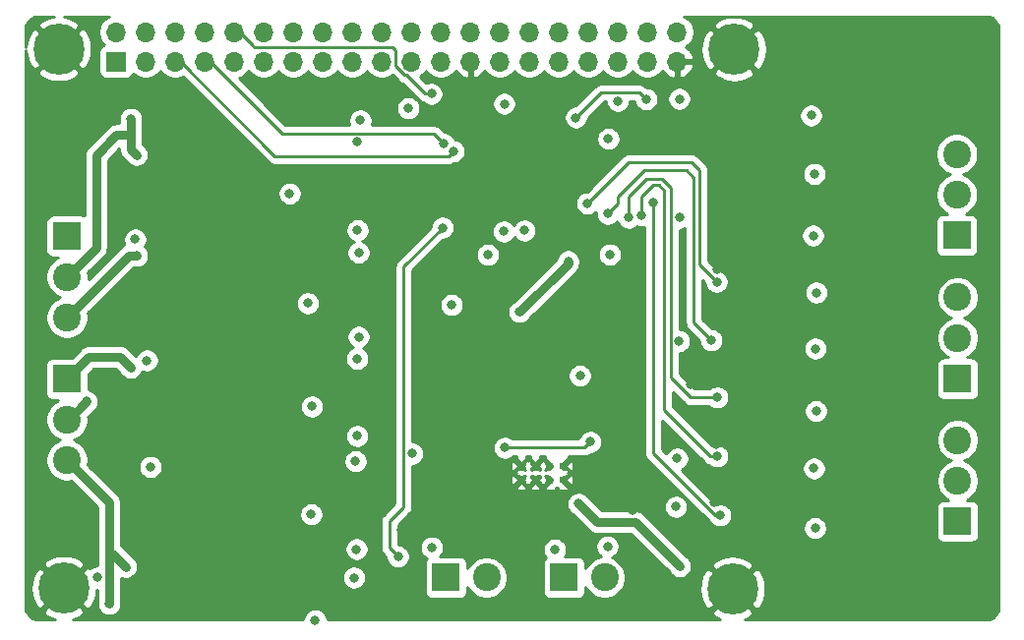
<source format=gbr>
G04 #@! TF.GenerationSoftware,KiCad,Pcbnew,(5.1.9)-1*
G04 #@! TF.CreationDate,2021-06-05T11:28:23-05:00*
G04 #@! TF.ProjectId,RASPBERRY 4 PI HAT,52415350-4245-4525-9259-203420504920,rev?*
G04 #@! TF.SameCoordinates,Original*
G04 #@! TF.FileFunction,Copper,L3,Inr*
G04 #@! TF.FilePolarity,Positive*
%FSLAX46Y46*%
G04 Gerber Fmt 4.6, Leading zero omitted, Abs format (unit mm)*
G04 Created by KiCad (PCBNEW (5.1.9)-1) date 2021-06-05 11:28:23*
%MOMM*%
%LPD*%
G01*
G04 APERTURE LIST*
G04 #@! TA.AperFunction,ComponentPad*
%ADD10C,2.400000*%
G04 #@! TD*
G04 #@! TA.AperFunction,ComponentPad*
%ADD11R,2.400000X2.400000*%
G04 #@! TD*
G04 #@! TA.AperFunction,ComponentPad*
%ADD12O,1.700000X1.700000*%
G04 #@! TD*
G04 #@! TA.AperFunction,ComponentPad*
%ADD13R,1.700000X1.700000*%
G04 #@! TD*
G04 #@! TA.AperFunction,ComponentPad*
%ADD14C,0.700000*%
G04 #@! TD*
G04 #@! TA.AperFunction,ComponentPad*
%ADD15C,4.400000*%
G04 #@! TD*
G04 #@! TA.AperFunction,ComponentPad*
%ADD16C,0.600000*%
G04 #@! TD*
G04 #@! TA.AperFunction,ViaPad*
%ADD17C,0.800000*%
G04 #@! TD*
G04 #@! TA.AperFunction,Conductor*
%ADD18C,0.250000*%
G04 #@! TD*
G04 #@! TA.AperFunction,Conductor*
%ADD19C,0.750000*%
G04 #@! TD*
G04 #@! TA.AperFunction,Conductor*
%ADD20C,0.254000*%
G04 #@! TD*
G04 #@! TA.AperFunction,Conductor*
%ADD21C,0.100000*%
G04 #@! TD*
G04 APERTURE END LIST*
D10*
X187560000Y-97280000D03*
X187560000Y-100780000D03*
D11*
X187560000Y-104280000D03*
D12*
X163390000Y-74430000D03*
X163390000Y-76970000D03*
X160850000Y-74430000D03*
X160850000Y-76970000D03*
X158310000Y-74430000D03*
X158310000Y-76970000D03*
X155770000Y-74430000D03*
X155770000Y-76970000D03*
X153230000Y-74430000D03*
X153230000Y-76970000D03*
X150690000Y-74430000D03*
X150690000Y-76970000D03*
X148150000Y-74430000D03*
X148150000Y-76970000D03*
X145610000Y-74430000D03*
X145610000Y-76970000D03*
X143070000Y-74430000D03*
X143070000Y-76970000D03*
X140530000Y-74430000D03*
X140530000Y-76970000D03*
X137990000Y-74430000D03*
X137990000Y-76970000D03*
X135450000Y-74430000D03*
X135450000Y-76970000D03*
X132910000Y-74430000D03*
X132910000Y-76970000D03*
X130370000Y-74430000D03*
X130370000Y-76970000D03*
X127830000Y-74430000D03*
X127830000Y-76970000D03*
X125290000Y-74430000D03*
X125290000Y-76970000D03*
X122750000Y-74430000D03*
X122750000Y-76970000D03*
X120210000Y-74430000D03*
X120210000Y-76970000D03*
X117670000Y-74430000D03*
X117670000Y-76970000D03*
X115130000Y-74430000D03*
D13*
X115130000Y-76970000D03*
D14*
X111802726Y-121157274D03*
X110636000Y-120674000D03*
X109469274Y-121157274D03*
X108986000Y-122324000D03*
X109469274Y-123490726D03*
X110636000Y-123974000D03*
X111802726Y-123490726D03*
X112286000Y-122324000D03*
D15*
X110636000Y-122324000D03*
D14*
X169350726Y-121227274D03*
X168184000Y-120744000D03*
X167017274Y-121227274D03*
X166534000Y-122394000D03*
X167017274Y-123560726D03*
X168184000Y-124044000D03*
X169350726Y-123560726D03*
X169834000Y-122394000D03*
D15*
X168184000Y-122394000D03*
D14*
X169470000Y-74756548D03*
X168303274Y-74273274D03*
X167136548Y-74756548D03*
X166653274Y-75923274D03*
X167136548Y-77090000D03*
X168303274Y-77573274D03*
X169470000Y-77090000D03*
X169953274Y-75923274D03*
D15*
X168303274Y-75923274D03*
D14*
X111366726Y-74713274D03*
X110200000Y-74230000D03*
X109033274Y-74713274D03*
X108550000Y-75880000D03*
X109033274Y-77046726D03*
X110200000Y-77530000D03*
X111366726Y-77046726D03*
X111850000Y-75880000D03*
D15*
X110200000Y-75880000D03*
D16*
X149998000Y-112995000D03*
X151198000Y-112995000D03*
X151198000Y-111795000D03*
X149998000Y-111795000D03*
X153598000Y-112995000D03*
X152498000Y-112995000D03*
X152498000Y-111795000D03*
X153598000Y-111795000D03*
D11*
X153670000Y-121412000D03*
D10*
X157170000Y-121412000D03*
D11*
X143510000Y-121412000D03*
D10*
X147010000Y-121412000D03*
D11*
X187490000Y-91950000D03*
D10*
X187490000Y-88450000D03*
X187490000Y-84950000D03*
D11*
X187550000Y-116580000D03*
D10*
X187550000Y-113080000D03*
X187550000Y-109580000D03*
X110900000Y-99010000D03*
X110900000Y-95510000D03*
D11*
X110900000Y-92010000D03*
X110890000Y-104310000D03*
D10*
X110890000Y-107810000D03*
X110890000Y-111310000D03*
D17*
X139700000Y-117348000D03*
X133858000Y-115570000D03*
X134620000Y-124714000D03*
X137668000Y-106680000D03*
X134112000Y-106426000D03*
X137418653Y-98048653D03*
X134112000Y-97282000D03*
X137160000Y-88900000D03*
X133858000Y-87884000D03*
X138938000Y-80010000D03*
X153550000Y-86850000D03*
X160274000Y-105664000D03*
X167124000Y-78726000D03*
X166870000Y-84568000D03*
X166650000Y-89740000D03*
X166830000Y-94880000D03*
X164580000Y-104820000D03*
X166760000Y-109910000D03*
X166640000Y-114920000D03*
X159550000Y-115650000D03*
X164950000Y-101120000D03*
X128370000Y-104480000D03*
X128720000Y-122910000D03*
X166824000Y-95952000D03*
X155700000Y-89190000D03*
X166370000Y-100990000D03*
X157440000Y-90080000D03*
X159258000Y-90414000D03*
X166870000Y-105904000D03*
X160342691Y-90210540D03*
X166870000Y-110984000D03*
X161362686Y-89154271D03*
X167124000Y-116064000D03*
X148590000Y-110236000D03*
X148590000Y-110236000D03*
X148590000Y-110236000D03*
X148590000Y-110236000D03*
X155956000Y-109728000D03*
X148500000Y-91610000D03*
X163420000Y-111158000D03*
X163322000Y-115316000D03*
X163620000Y-90420000D03*
X163610000Y-80200000D03*
X163575000Y-101040000D03*
X155060000Y-104020000D03*
X150280000Y-91520000D03*
X157630000Y-93590000D03*
X135890000Y-109220000D03*
X135910000Y-91500000D03*
X136010000Y-93430000D03*
X136000000Y-100690000D03*
X135880000Y-102560000D03*
X135730000Y-111400000D03*
X135820000Y-118970000D03*
X135610000Y-121430000D03*
X136150000Y-82042001D03*
X135900000Y-83910000D03*
X130060000Y-88340000D03*
X131630000Y-97780000D03*
X131990000Y-106680000D03*
X131920000Y-115970000D03*
X132260000Y-125079999D03*
X112610000Y-106250000D03*
X116380000Y-103320000D03*
X116930000Y-93700000D03*
X174950000Y-81620000D03*
X175230000Y-86650000D03*
X175120000Y-91970000D03*
X175400000Y-96880000D03*
X175320000Y-101700000D03*
X175380000Y-107070000D03*
X175190000Y-112010000D03*
X175300000Y-117150000D03*
X116410000Y-81920000D03*
X116900000Y-85025000D03*
X114540000Y-123680000D03*
X115980000Y-120500000D03*
X154940000Y-115062000D03*
X163640000Y-120440000D03*
X139390000Y-119600000D03*
X143230000Y-91290000D03*
X144160000Y-84710000D03*
X143340000Y-84070000D03*
X142270000Y-79755999D03*
X158310000Y-80360000D03*
X157490000Y-83620000D03*
X142300653Y-118820653D03*
X152910000Y-119010000D03*
X144010000Y-97930000D03*
X140610000Y-110740000D03*
X157420000Y-118740000D03*
X147120000Y-93610000D03*
X113538000Y-121412000D03*
X118080000Y-111890000D03*
X117790000Y-102720000D03*
X116770000Y-92290000D03*
X154708653Y-81801347D03*
X160745000Y-80210000D03*
X148530000Y-80610000D03*
X140290000Y-80990000D03*
X154040000Y-94160000D03*
X149850000Y-98530000D03*
D18*
X166824000Y-95947002D02*
X166824000Y-95952000D01*
X165330000Y-94453002D02*
X166824000Y-95947002D01*
X165330000Y-86300000D02*
X165330000Y-94453002D01*
X164700000Y-85670000D02*
X165330000Y-86300000D01*
X159220000Y-85670000D02*
X164700000Y-85670000D01*
X155700000Y-89190000D02*
X159220000Y-85670000D01*
X160579621Y-86360000D02*
X158296653Y-88642968D01*
X158296653Y-89223347D02*
X157440000Y-90080000D01*
X158296653Y-88642968D02*
X158296653Y-89223347D01*
X164240000Y-86360000D02*
X164860000Y-86980000D01*
X160579621Y-86360000D02*
X164240000Y-86360000D01*
X164860000Y-99480000D02*
X166370000Y-100990000D01*
X164860000Y-86980000D02*
X164860000Y-99480000D01*
X162850000Y-104163002D02*
X164590998Y-105904000D01*
X162850000Y-87870000D02*
X162850000Y-104163002D01*
X162102000Y-87122000D02*
X162850000Y-87870000D01*
X160724315Y-87122000D02*
X162102000Y-87122000D01*
X164590998Y-105904000D02*
X166870000Y-105904000D01*
X159258000Y-88588315D02*
X160724315Y-87122000D01*
X159258000Y-90414000D02*
X159258000Y-88588315D01*
X160362691Y-88584855D02*
X161317546Y-87630000D01*
X160362691Y-89812691D02*
X160342691Y-89832691D01*
X160362691Y-88584855D02*
X160362691Y-89812691D01*
X160342691Y-89832691D02*
X160342691Y-89644855D01*
X160342691Y-90210540D02*
X160342691Y-89832691D01*
X161317546Y-87630000D02*
X161890000Y-87630000D01*
X161890000Y-87630000D02*
X162330000Y-88070000D01*
X166304315Y-110984000D02*
X166870000Y-110984000D01*
X162330000Y-107009685D02*
X166304315Y-110984000D01*
X162330000Y-88070000D02*
X162330000Y-107009685D01*
X166710998Y-116064000D02*
X167124000Y-116064000D01*
X161362686Y-110715688D02*
X166710998Y-116064000D01*
X161362686Y-89154271D02*
X161362686Y-110715688D01*
X155448000Y-110236000D02*
X155956000Y-109728000D01*
X148590000Y-110236000D02*
X155448000Y-110236000D01*
D19*
X111050000Y-107810000D02*
X112610000Y-106250000D01*
X110890000Y-107810000D02*
X111050000Y-107810000D01*
X111504999Y-103695001D02*
X110890000Y-104310000D01*
X116380000Y-103320000D02*
X115460000Y-102400000D01*
X112800000Y-102400000D02*
X110890000Y-104310000D01*
X115460000Y-102400000D02*
X112800000Y-102400000D01*
X116120000Y-93790000D02*
X110900000Y-99010000D01*
X116210000Y-93700000D02*
X116120000Y-93790000D01*
X116930000Y-93700000D02*
X116210000Y-93700000D01*
X110900000Y-95445002D02*
X110900000Y-95510000D01*
X116410000Y-84535000D02*
X116900000Y-85025000D01*
X116410000Y-83310000D02*
X115160000Y-83310000D01*
X116410000Y-81920000D02*
X116410000Y-83310000D01*
X116410000Y-83310000D02*
X116410000Y-84535000D01*
X115160000Y-83310000D02*
X113410000Y-85060000D01*
X113410000Y-93000000D02*
X110900000Y-95510000D01*
X113410000Y-85060000D02*
X113410000Y-93000000D01*
X114540000Y-114960000D02*
X110890000Y-111310000D01*
X114790000Y-119310000D02*
X114540000Y-119310000D01*
X115980000Y-120500000D02*
X114790000Y-119310000D01*
X114540000Y-119310000D02*
X114540000Y-114960000D01*
X114540000Y-123680000D02*
X114540000Y-119310000D01*
X159825001Y-116625001D02*
X163640000Y-120440000D01*
X156503001Y-116625001D02*
X159825001Y-116625001D01*
X154940000Y-115062000D02*
X156503001Y-116625001D01*
D18*
X139884999Y-94635001D02*
X139884999Y-115335001D01*
X143230000Y-91290000D02*
X139884999Y-94635001D01*
X139884999Y-115335001D02*
X138630000Y-116590000D01*
X138630000Y-118840000D02*
X139390000Y-119600000D01*
X138630000Y-116590000D02*
X138630000Y-118840000D01*
X128797999Y-85109999D02*
X120650000Y-76962000D01*
X143760001Y-85109999D02*
X128797999Y-85109999D01*
X144160000Y-84710000D02*
X143760001Y-85109999D01*
X129412999Y-83184999D02*
X123190000Y-76962000D01*
X142454999Y-83184999D02*
X129412999Y-83184999D01*
X143340000Y-84070000D02*
X142454999Y-83184999D01*
X141704315Y-79755999D02*
X142270000Y-79755999D01*
X140093317Y-78145001D02*
X141704315Y-79755999D01*
X139965999Y-78145001D02*
X140093317Y-78145001D01*
X139165001Y-77344003D02*
X139965999Y-78145001D01*
X139165001Y-75957999D02*
X139165001Y-77344003D01*
X125730000Y-74422000D02*
X126905001Y-75597001D01*
X139165001Y-75957999D02*
X138907002Y-75700000D01*
X127008000Y-75700000D02*
X126905001Y-75597001D01*
X138907002Y-75700000D02*
X127008000Y-75700000D01*
X156210000Y-76962000D02*
X156210000Y-76708000D01*
X156875001Y-79634999D02*
X154708653Y-81801347D01*
X160169999Y-79634999D02*
X156875001Y-79634999D01*
X160745000Y-80210000D02*
X160169999Y-79634999D01*
D19*
X154040000Y-94340000D02*
X149850000Y-98530000D01*
X154040000Y-94160000D02*
X154040000Y-94340000D01*
D20*
X109629368Y-73089019D02*
X109095839Y-73253972D01*
X108629976Y-73502982D01*
X108389830Y-73890225D01*
X110200000Y-75700395D01*
X112010170Y-73890225D01*
X111770024Y-73502982D01*
X111276123Y-73242359D01*
X110740867Y-73083099D01*
X110653901Y-73075001D01*
X114520765Y-73075001D01*
X114426589Y-73114010D01*
X114183368Y-73276525D01*
X113976525Y-73483368D01*
X113814010Y-73726589D01*
X113702068Y-73996842D01*
X113645000Y-74283740D01*
X113645000Y-74576260D01*
X113702068Y-74863158D01*
X113814010Y-75133411D01*
X113976525Y-75376632D01*
X114108380Y-75508487D01*
X114035820Y-75530498D01*
X113925506Y-75589463D01*
X113828815Y-75668815D01*
X113749463Y-75765506D01*
X113690498Y-75875820D01*
X113654188Y-75995518D01*
X113641928Y-76120000D01*
X113641928Y-77820000D01*
X113654188Y-77944482D01*
X113690498Y-78064180D01*
X113749463Y-78174494D01*
X113828815Y-78271185D01*
X113925506Y-78350537D01*
X114035820Y-78409502D01*
X114155518Y-78445812D01*
X114280000Y-78458072D01*
X115980000Y-78458072D01*
X116104482Y-78445812D01*
X116224180Y-78409502D01*
X116334494Y-78350537D01*
X116431185Y-78271185D01*
X116510537Y-78174494D01*
X116569502Y-78064180D01*
X116591513Y-77991620D01*
X116723368Y-78123475D01*
X116966589Y-78285990D01*
X117236842Y-78397932D01*
X117523740Y-78455000D01*
X117816260Y-78455000D01*
X118103158Y-78397932D01*
X118373411Y-78285990D01*
X118616632Y-78123475D01*
X118823475Y-77916632D01*
X118940000Y-77742240D01*
X119056525Y-77916632D01*
X119263368Y-78123475D01*
X119506589Y-78285990D01*
X119776842Y-78397932D01*
X120063740Y-78455000D01*
X120356260Y-78455000D01*
X120643158Y-78397932D01*
X120903354Y-78290156D01*
X128234200Y-85621002D01*
X128257998Y-85650000D01*
X128373723Y-85744973D01*
X128505752Y-85815545D01*
X128649013Y-85859002D01*
X128760666Y-85869999D01*
X128760674Y-85869999D01*
X128797999Y-85873675D01*
X128835324Y-85869999D01*
X143722679Y-85869999D01*
X143760001Y-85873675D01*
X143797323Y-85869999D01*
X143797334Y-85869999D01*
X143908987Y-85859002D01*
X144052248Y-85815545D01*
X144184226Y-85745000D01*
X144261939Y-85745000D01*
X144461898Y-85705226D01*
X144650256Y-85627205D01*
X144819774Y-85513937D01*
X144963937Y-85369774D01*
X145077205Y-85200256D01*
X145155226Y-85011898D01*
X145195000Y-84811939D01*
X145195000Y-84608061D01*
X145155226Y-84408102D01*
X145077205Y-84219744D01*
X144963937Y-84050226D01*
X144819774Y-83906063D01*
X144650256Y-83792795D01*
X144461898Y-83714774D01*
X144299779Y-83682527D01*
X144257205Y-83579744D01*
X144215990Y-83518061D01*
X156455000Y-83518061D01*
X156455000Y-83721939D01*
X156494774Y-83921898D01*
X156572795Y-84110256D01*
X156686063Y-84279774D01*
X156830226Y-84423937D01*
X156999744Y-84537205D01*
X157188102Y-84615226D01*
X157388061Y-84655000D01*
X157591939Y-84655000D01*
X157791898Y-84615226D01*
X157980256Y-84537205D01*
X158149774Y-84423937D01*
X158293937Y-84279774D01*
X158407205Y-84110256D01*
X158485226Y-83921898D01*
X158525000Y-83721939D01*
X158525000Y-83518061D01*
X158485226Y-83318102D01*
X158407205Y-83129744D01*
X158293937Y-82960226D01*
X158149774Y-82816063D01*
X157980256Y-82702795D01*
X157791898Y-82624774D01*
X157591939Y-82585000D01*
X157388061Y-82585000D01*
X157188102Y-82624774D01*
X156999744Y-82702795D01*
X156830226Y-82816063D01*
X156686063Y-82960226D01*
X156572795Y-83129744D01*
X156494774Y-83318102D01*
X156455000Y-83518061D01*
X144215990Y-83518061D01*
X144143937Y-83410226D01*
X143999774Y-83266063D01*
X143830256Y-83152795D01*
X143641898Y-83074774D01*
X143441939Y-83035000D01*
X143379802Y-83035000D01*
X143018802Y-82674001D01*
X142995000Y-82644998D01*
X142879275Y-82550025D01*
X142747246Y-82479453D01*
X142603985Y-82435996D01*
X142492332Y-82424999D01*
X142492321Y-82424999D01*
X142454999Y-82421323D01*
X142417677Y-82424999D01*
X137111633Y-82424999D01*
X137145226Y-82343899D01*
X137185000Y-82143940D01*
X137185000Y-81940062D01*
X137145226Y-81740103D01*
X137067205Y-81551745D01*
X136953937Y-81382227D01*
X136809774Y-81238064D01*
X136640256Y-81124796D01*
X136451898Y-81046775D01*
X136251939Y-81007001D01*
X136048061Y-81007001D01*
X135848102Y-81046775D01*
X135659744Y-81124796D01*
X135490226Y-81238064D01*
X135346063Y-81382227D01*
X135232795Y-81551745D01*
X135154774Y-81740103D01*
X135115000Y-81940062D01*
X135115000Y-82143940D01*
X135154774Y-82343899D01*
X135188367Y-82424999D01*
X129727801Y-82424999D01*
X128190863Y-80888061D01*
X139255000Y-80888061D01*
X139255000Y-81091939D01*
X139294774Y-81291898D01*
X139372795Y-81480256D01*
X139486063Y-81649774D01*
X139630226Y-81793937D01*
X139799744Y-81907205D01*
X139988102Y-81985226D01*
X140188061Y-82025000D01*
X140391939Y-82025000D01*
X140591898Y-81985226D01*
X140780256Y-81907205D01*
X140949774Y-81793937D01*
X141044303Y-81699408D01*
X153673653Y-81699408D01*
X153673653Y-81903286D01*
X153713427Y-82103245D01*
X153791448Y-82291603D01*
X153904716Y-82461121D01*
X154048879Y-82605284D01*
X154218397Y-82718552D01*
X154406755Y-82796573D01*
X154606714Y-82836347D01*
X154810592Y-82836347D01*
X155010551Y-82796573D01*
X155198909Y-82718552D01*
X155368427Y-82605284D01*
X155512590Y-82461121D01*
X155625858Y-82291603D01*
X155703879Y-82103245D01*
X155743653Y-81903286D01*
X155743653Y-81841148D01*
X156066740Y-81518061D01*
X173915000Y-81518061D01*
X173915000Y-81721939D01*
X173954774Y-81921898D01*
X174032795Y-82110256D01*
X174146063Y-82279774D01*
X174290226Y-82423937D01*
X174459744Y-82537205D01*
X174648102Y-82615226D01*
X174848061Y-82655000D01*
X175051939Y-82655000D01*
X175251898Y-82615226D01*
X175440256Y-82537205D01*
X175609774Y-82423937D01*
X175753937Y-82279774D01*
X175867205Y-82110256D01*
X175945226Y-81921898D01*
X175985000Y-81721939D01*
X175985000Y-81518061D01*
X175945226Y-81318102D01*
X175867205Y-81129744D01*
X175753937Y-80960226D01*
X175609774Y-80816063D01*
X175440256Y-80702795D01*
X175251898Y-80624774D01*
X175051939Y-80585000D01*
X174848061Y-80585000D01*
X174648102Y-80624774D01*
X174459744Y-80702795D01*
X174290226Y-80816063D01*
X174146063Y-80960226D01*
X174032795Y-81129744D01*
X173954774Y-81318102D01*
X173915000Y-81518061D01*
X156066740Y-81518061D01*
X157189803Y-80394999D01*
X157275000Y-80394999D01*
X157275000Y-80461939D01*
X157314774Y-80661898D01*
X157392795Y-80850256D01*
X157506063Y-81019774D01*
X157650226Y-81163937D01*
X157819744Y-81277205D01*
X158008102Y-81355226D01*
X158208061Y-81395000D01*
X158411939Y-81395000D01*
X158611898Y-81355226D01*
X158800256Y-81277205D01*
X158969774Y-81163937D01*
X159113937Y-81019774D01*
X159227205Y-80850256D01*
X159305226Y-80661898D01*
X159345000Y-80461939D01*
X159345000Y-80394999D01*
X159726522Y-80394999D01*
X159749774Y-80511898D01*
X159827795Y-80700256D01*
X159941063Y-80869774D01*
X160085226Y-81013937D01*
X160254744Y-81127205D01*
X160443102Y-81205226D01*
X160643061Y-81245000D01*
X160846939Y-81245000D01*
X161046898Y-81205226D01*
X161235256Y-81127205D01*
X161404774Y-81013937D01*
X161548937Y-80869774D01*
X161662205Y-80700256D01*
X161740226Y-80511898D01*
X161780000Y-80311939D01*
X161780000Y-80108061D01*
X161778011Y-80098061D01*
X162575000Y-80098061D01*
X162575000Y-80301939D01*
X162614774Y-80501898D01*
X162692795Y-80690256D01*
X162806063Y-80859774D01*
X162950226Y-81003937D01*
X163119744Y-81117205D01*
X163308102Y-81195226D01*
X163508061Y-81235000D01*
X163711939Y-81235000D01*
X163911898Y-81195226D01*
X164100256Y-81117205D01*
X164269774Y-81003937D01*
X164413937Y-80859774D01*
X164527205Y-80690256D01*
X164605226Y-80501898D01*
X164645000Y-80301939D01*
X164645000Y-80098061D01*
X164605226Y-79898102D01*
X164527205Y-79709744D01*
X164413937Y-79540226D01*
X164269774Y-79396063D01*
X164100256Y-79282795D01*
X163911898Y-79204774D01*
X163711939Y-79165000D01*
X163508061Y-79165000D01*
X163308102Y-79204774D01*
X163119744Y-79282795D01*
X162950226Y-79396063D01*
X162806063Y-79540226D01*
X162692795Y-79709744D01*
X162614774Y-79898102D01*
X162575000Y-80098061D01*
X161778011Y-80098061D01*
X161740226Y-79908102D01*
X161662205Y-79719744D01*
X161548937Y-79550226D01*
X161404774Y-79406063D01*
X161235256Y-79292795D01*
X161046898Y-79214774D01*
X160846939Y-79175000D01*
X160784801Y-79175000D01*
X160733802Y-79124001D01*
X160710000Y-79094998D01*
X160594275Y-79000025D01*
X160462246Y-78929453D01*
X160318985Y-78885996D01*
X160207332Y-78874999D01*
X160207321Y-78874999D01*
X160169999Y-78871323D01*
X160132677Y-78874999D01*
X156912326Y-78874999D01*
X156875001Y-78871323D01*
X156837676Y-78874999D01*
X156837668Y-78874999D01*
X156726015Y-78885996D01*
X156582754Y-78929453D01*
X156450725Y-79000025D01*
X156335000Y-79094998D01*
X156311202Y-79123996D01*
X154668852Y-80766347D01*
X154606714Y-80766347D01*
X154406755Y-80806121D01*
X154218397Y-80884142D01*
X154048879Y-80997410D01*
X153904716Y-81141573D01*
X153791448Y-81311091D01*
X153713427Y-81499449D01*
X153673653Y-81699408D01*
X141044303Y-81699408D01*
X141093937Y-81649774D01*
X141207205Y-81480256D01*
X141285226Y-81291898D01*
X141325000Y-81091939D01*
X141325000Y-80888061D01*
X141285226Y-80688102D01*
X141207205Y-80499744D01*
X141093937Y-80330226D01*
X140949774Y-80186063D01*
X140780256Y-80072795D01*
X140591898Y-79994774D01*
X140391939Y-79955000D01*
X140188061Y-79955000D01*
X139988102Y-79994774D01*
X139799744Y-80072795D01*
X139630226Y-80186063D01*
X139486063Y-80330226D01*
X139372795Y-80499744D01*
X139294774Y-80688102D01*
X139255000Y-80888061D01*
X128190863Y-80888061D01*
X125698594Y-78395793D01*
X125794099Y-78366825D01*
X126056920Y-78241641D01*
X126290269Y-78067588D01*
X126485178Y-77851355D01*
X126554805Y-77734466D01*
X126676525Y-77916632D01*
X126883368Y-78123475D01*
X127126589Y-78285990D01*
X127396842Y-78397932D01*
X127683740Y-78455000D01*
X127976260Y-78455000D01*
X128263158Y-78397932D01*
X128533411Y-78285990D01*
X128776632Y-78123475D01*
X128983475Y-77916632D01*
X129100000Y-77742240D01*
X129216525Y-77916632D01*
X129423368Y-78123475D01*
X129666589Y-78285990D01*
X129936842Y-78397932D01*
X130223740Y-78455000D01*
X130516260Y-78455000D01*
X130803158Y-78397932D01*
X131073411Y-78285990D01*
X131316632Y-78123475D01*
X131523475Y-77916632D01*
X131640000Y-77742240D01*
X131756525Y-77916632D01*
X131963368Y-78123475D01*
X132206589Y-78285990D01*
X132476842Y-78397932D01*
X132763740Y-78455000D01*
X133056260Y-78455000D01*
X133343158Y-78397932D01*
X133613411Y-78285990D01*
X133856632Y-78123475D01*
X134063475Y-77916632D01*
X134180000Y-77742240D01*
X134296525Y-77916632D01*
X134503368Y-78123475D01*
X134746589Y-78285990D01*
X135016842Y-78397932D01*
X135303740Y-78455000D01*
X135596260Y-78455000D01*
X135883158Y-78397932D01*
X136153411Y-78285990D01*
X136396632Y-78123475D01*
X136603475Y-77916632D01*
X136720000Y-77742240D01*
X136836525Y-77916632D01*
X137043368Y-78123475D01*
X137286589Y-78285990D01*
X137556842Y-78397932D01*
X137843740Y-78455000D01*
X138136260Y-78455000D01*
X138423158Y-78397932D01*
X138693411Y-78285990D01*
X138896492Y-78150296D01*
X139402200Y-78656003D01*
X139425998Y-78685002D01*
X139541723Y-78779975D01*
X139673752Y-78850547D01*
X139745968Y-78872453D01*
X141140516Y-80267002D01*
X141164314Y-80296000D01*
X141280039Y-80390973D01*
X141412068Y-80461545D01*
X141555276Y-80504986D01*
X141610226Y-80559936D01*
X141779744Y-80673204D01*
X141968102Y-80751225D01*
X142168061Y-80790999D01*
X142371939Y-80790999D01*
X142571898Y-80751225D01*
X142760256Y-80673204D01*
X142929774Y-80559936D01*
X142981649Y-80508061D01*
X147495000Y-80508061D01*
X147495000Y-80711939D01*
X147534774Y-80911898D01*
X147612795Y-81100256D01*
X147726063Y-81269774D01*
X147870226Y-81413937D01*
X148039744Y-81527205D01*
X148228102Y-81605226D01*
X148428061Y-81645000D01*
X148631939Y-81645000D01*
X148831898Y-81605226D01*
X149020256Y-81527205D01*
X149189774Y-81413937D01*
X149333937Y-81269774D01*
X149447205Y-81100256D01*
X149525226Y-80911898D01*
X149565000Y-80711939D01*
X149565000Y-80508061D01*
X149525226Y-80308102D01*
X149447205Y-80119744D01*
X149333937Y-79950226D01*
X149189774Y-79806063D01*
X149020256Y-79692795D01*
X148831898Y-79614774D01*
X148631939Y-79575000D01*
X148428061Y-79575000D01*
X148228102Y-79614774D01*
X148039744Y-79692795D01*
X147870226Y-79806063D01*
X147726063Y-79950226D01*
X147612795Y-80119744D01*
X147534774Y-80308102D01*
X147495000Y-80508061D01*
X142981649Y-80508061D01*
X143073937Y-80415773D01*
X143187205Y-80246255D01*
X143265226Y-80057897D01*
X143305000Y-79857938D01*
X143305000Y-79654060D01*
X143265226Y-79454101D01*
X143187205Y-79265743D01*
X143073937Y-79096225D01*
X142929774Y-78952062D01*
X142760256Y-78838794D01*
X142571898Y-78760773D01*
X142371939Y-78720999D01*
X142168061Y-78720999D01*
X141968102Y-78760773D01*
X141837845Y-78814728D01*
X141278788Y-78255670D01*
X141476632Y-78123475D01*
X141683475Y-77916632D01*
X141800000Y-77742240D01*
X141916525Y-77916632D01*
X142123368Y-78123475D01*
X142366589Y-78285990D01*
X142636842Y-78397932D01*
X142923740Y-78455000D01*
X143216260Y-78455000D01*
X143503158Y-78397932D01*
X143773411Y-78285990D01*
X144016632Y-78123475D01*
X144223475Y-77916632D01*
X144345195Y-77734466D01*
X144414822Y-77851355D01*
X144609731Y-78067588D01*
X144843080Y-78241641D01*
X145105901Y-78366825D01*
X145253110Y-78411476D01*
X145483000Y-78290155D01*
X145483000Y-77097000D01*
X145463000Y-77097000D01*
X145463000Y-76843000D01*
X145483000Y-76843000D01*
X145483000Y-76823000D01*
X145737000Y-76823000D01*
X145737000Y-76843000D01*
X145757000Y-76843000D01*
X145757000Y-77097000D01*
X145737000Y-77097000D01*
X145737000Y-78290155D01*
X145966890Y-78411476D01*
X146114099Y-78366825D01*
X146376920Y-78241641D01*
X146610269Y-78067588D01*
X146805178Y-77851355D01*
X146874805Y-77734466D01*
X146996525Y-77916632D01*
X147203368Y-78123475D01*
X147446589Y-78285990D01*
X147716842Y-78397932D01*
X148003740Y-78455000D01*
X148296260Y-78455000D01*
X148583158Y-78397932D01*
X148853411Y-78285990D01*
X149096632Y-78123475D01*
X149303475Y-77916632D01*
X149420000Y-77742240D01*
X149536525Y-77916632D01*
X149743368Y-78123475D01*
X149986589Y-78285990D01*
X150256842Y-78397932D01*
X150543740Y-78455000D01*
X150836260Y-78455000D01*
X151123158Y-78397932D01*
X151393411Y-78285990D01*
X151636632Y-78123475D01*
X151843475Y-77916632D01*
X151960000Y-77742240D01*
X152076525Y-77916632D01*
X152283368Y-78123475D01*
X152526589Y-78285990D01*
X152796842Y-78397932D01*
X153083740Y-78455000D01*
X153376260Y-78455000D01*
X153663158Y-78397932D01*
X153933411Y-78285990D01*
X154176632Y-78123475D01*
X154383475Y-77916632D01*
X154500000Y-77742240D01*
X154616525Y-77916632D01*
X154823368Y-78123475D01*
X155066589Y-78285990D01*
X155336842Y-78397932D01*
X155623740Y-78455000D01*
X155916260Y-78455000D01*
X156203158Y-78397932D01*
X156473411Y-78285990D01*
X156716632Y-78123475D01*
X156923475Y-77916632D01*
X157040000Y-77742240D01*
X157156525Y-77916632D01*
X157363368Y-78123475D01*
X157606589Y-78285990D01*
X157876842Y-78397932D01*
X158163740Y-78455000D01*
X158456260Y-78455000D01*
X158743158Y-78397932D01*
X159013411Y-78285990D01*
X159256632Y-78123475D01*
X159463475Y-77916632D01*
X159580000Y-77742240D01*
X159696525Y-77916632D01*
X159903368Y-78123475D01*
X160146589Y-78285990D01*
X160416842Y-78397932D01*
X160703740Y-78455000D01*
X160996260Y-78455000D01*
X161283158Y-78397932D01*
X161553411Y-78285990D01*
X161796632Y-78123475D01*
X162003475Y-77916632D01*
X162125195Y-77734466D01*
X162194822Y-77851355D01*
X162389731Y-78067588D01*
X162623080Y-78241641D01*
X162885901Y-78366825D01*
X163033110Y-78411476D01*
X163263000Y-78290155D01*
X163263000Y-77097000D01*
X163517000Y-77097000D01*
X163517000Y-78290155D01*
X163746890Y-78411476D01*
X163894099Y-78366825D01*
X164156920Y-78241641D01*
X164390269Y-78067588D01*
X164529568Y-77913049D01*
X166493104Y-77913049D01*
X166733250Y-78300292D01*
X167227151Y-78560915D01*
X167762407Y-78720175D01*
X168318448Y-78771952D01*
X168873906Y-78714255D01*
X169407435Y-78549302D01*
X169873298Y-78300292D01*
X170113444Y-77913049D01*
X168303274Y-76102879D01*
X166493104Y-77913049D01*
X164529568Y-77913049D01*
X164585178Y-77851355D01*
X164734157Y-77601252D01*
X164831481Y-77326891D01*
X164710814Y-77097000D01*
X163517000Y-77097000D01*
X163263000Y-77097000D01*
X163243000Y-77097000D01*
X163243000Y-76843000D01*
X163263000Y-76843000D01*
X163263000Y-76823000D01*
X163517000Y-76823000D01*
X163517000Y-76843000D01*
X164710814Y-76843000D01*
X164831481Y-76613109D01*
X164734157Y-76338748D01*
X164585178Y-76088645D01*
X164449793Y-75938448D01*
X165454596Y-75938448D01*
X165512293Y-76493906D01*
X165677246Y-77027435D01*
X165926256Y-77493298D01*
X166313499Y-77733444D01*
X168123669Y-75923274D01*
X168482879Y-75923274D01*
X170293049Y-77733444D01*
X170680292Y-77493298D01*
X170940915Y-76999397D01*
X171100175Y-76464141D01*
X171151952Y-75908100D01*
X171094255Y-75352642D01*
X170929302Y-74819113D01*
X170680292Y-74353250D01*
X170293049Y-74113104D01*
X168482879Y-75923274D01*
X168123669Y-75923274D01*
X166313499Y-74113104D01*
X165926256Y-74353250D01*
X165665633Y-74847151D01*
X165506373Y-75382407D01*
X165454596Y-75938448D01*
X164449793Y-75938448D01*
X164390269Y-75872412D01*
X164160594Y-75701100D01*
X164336632Y-75583475D01*
X164543475Y-75376632D01*
X164705990Y-75133411D01*
X164817932Y-74863158D01*
X164875000Y-74576260D01*
X164875000Y-74283740D01*
X164817932Y-73996842D01*
X164705990Y-73726589D01*
X164543475Y-73483368D01*
X164336632Y-73276525D01*
X164093411Y-73114010D01*
X163999235Y-73075001D01*
X168284201Y-73075001D01*
X167732642Y-73132293D01*
X167199113Y-73297246D01*
X166733250Y-73546256D01*
X166493104Y-73933499D01*
X168303274Y-75743669D01*
X170113444Y-73933499D01*
X169873298Y-73546256D01*
X169379397Y-73285633D01*
X168844141Y-73126373D01*
X168292449Y-73075001D01*
X190302512Y-73075001D01*
X190547643Y-73229160D01*
X190852911Y-73517484D01*
X191084999Y-73843643D01*
X191085000Y-124262509D01*
X190930840Y-124507643D01*
X190642516Y-124812911D01*
X190316357Y-125044999D01*
X169207394Y-125044999D01*
X169288161Y-125020028D01*
X169754024Y-124771018D01*
X169994170Y-124383775D01*
X168184000Y-122573605D01*
X166373830Y-124383775D01*
X166613976Y-124771018D01*
X167107877Y-125031641D01*
X167152772Y-125044999D01*
X133295000Y-125044999D01*
X133295000Y-124978060D01*
X133255226Y-124778101D01*
X133177205Y-124589743D01*
X133063937Y-124420225D01*
X132919774Y-124276062D01*
X132750256Y-124162794D01*
X132561898Y-124084773D01*
X132361939Y-124044999D01*
X132158061Y-124044999D01*
X131958102Y-124084773D01*
X131769744Y-124162794D01*
X131600226Y-124276062D01*
X131456063Y-124420225D01*
X131342795Y-124589743D01*
X131264774Y-124778101D01*
X131225000Y-124978060D01*
X131225000Y-125044999D01*
X111432984Y-125044999D01*
X111740161Y-124950028D01*
X112206024Y-124701018D01*
X112446170Y-124313775D01*
X110636000Y-122503605D01*
X108825830Y-124313775D01*
X109065976Y-124701018D01*
X109559877Y-124961641D01*
X109840034Y-125044999D01*
X108147489Y-125044999D01*
X107902357Y-124890840D01*
X107597089Y-124602516D01*
X107365001Y-124276357D01*
X107365001Y-122339174D01*
X107787322Y-122339174D01*
X107845019Y-122894632D01*
X108009972Y-123428161D01*
X108258982Y-123894024D01*
X108646225Y-124134170D01*
X110456395Y-122324000D01*
X108646225Y-120513830D01*
X108258982Y-120753976D01*
X107998359Y-121247877D01*
X107839099Y-121783133D01*
X107787322Y-122339174D01*
X107365001Y-122339174D01*
X107365001Y-120334225D01*
X108825830Y-120334225D01*
X110636000Y-122144395D01*
X112446170Y-120334225D01*
X112206024Y-119946982D01*
X111712123Y-119686359D01*
X111176867Y-119527099D01*
X110620826Y-119475322D01*
X110065368Y-119533019D01*
X109531839Y-119697972D01*
X109065976Y-119946982D01*
X108825830Y-120334225D01*
X107365001Y-120334225D01*
X107365001Y-103110000D01*
X109051928Y-103110000D01*
X109051928Y-105510000D01*
X109064188Y-105634482D01*
X109100498Y-105754180D01*
X109159463Y-105864494D01*
X109238815Y-105961185D01*
X109335506Y-106040537D01*
X109445820Y-106099502D01*
X109565518Y-106135812D01*
X109690000Y-106148072D01*
X110107162Y-106148072D01*
X110020801Y-106183844D01*
X109720256Y-106384662D01*
X109464662Y-106640256D01*
X109263844Y-106940801D01*
X109125518Y-107274750D01*
X109055000Y-107629268D01*
X109055000Y-107990732D01*
X109125518Y-108345250D01*
X109263844Y-108679199D01*
X109464662Y-108979744D01*
X109720256Y-109235338D01*
X110020801Y-109436156D01*
X110319787Y-109560000D01*
X110020801Y-109683844D01*
X109720256Y-109884662D01*
X109464662Y-110140256D01*
X109263844Y-110440801D01*
X109125518Y-110774750D01*
X109055000Y-111129268D01*
X109055000Y-111490732D01*
X109125518Y-111845250D01*
X109263844Y-112179199D01*
X109464662Y-112479744D01*
X109720256Y-112735338D01*
X110020801Y-112936156D01*
X110354750Y-113074482D01*
X110709268Y-113145000D01*
X111070732Y-113145000D01*
X111259163Y-113107519D01*
X113530001Y-115378357D01*
X113530000Y-119260392D01*
X113525114Y-119310000D01*
X113530001Y-119359618D01*
X113530001Y-120377000D01*
X113436061Y-120377000D01*
X113236102Y-120416774D01*
X113047744Y-120494795D01*
X112878226Y-120608063D01*
X112839759Y-120646530D01*
X112625775Y-120513830D01*
X110815605Y-122324000D01*
X112625775Y-124134170D01*
X113013018Y-123894024D01*
X113273641Y-123400123D01*
X113432901Y-122864867D01*
X113471812Y-122447000D01*
X113530000Y-122447000D01*
X113530000Y-123452376D01*
X113505000Y-123578061D01*
X113505000Y-123781939D01*
X113544774Y-123981898D01*
X113622795Y-124170256D01*
X113736063Y-124339774D01*
X113880226Y-124483937D01*
X114049744Y-124597205D01*
X114238102Y-124675226D01*
X114438061Y-124715000D01*
X114641939Y-124715000D01*
X114841898Y-124675226D01*
X115030256Y-124597205D01*
X115199774Y-124483937D01*
X115343937Y-124339774D01*
X115457205Y-124170256D01*
X115535226Y-123981898D01*
X115575000Y-123781939D01*
X115575000Y-123578061D01*
X115550000Y-123452377D01*
X115550000Y-121442164D01*
X115678102Y-121495226D01*
X115878061Y-121535000D01*
X116081939Y-121535000D01*
X116281898Y-121495226D01*
X116470256Y-121417205D01*
X116603669Y-121328061D01*
X134575000Y-121328061D01*
X134575000Y-121531939D01*
X134614774Y-121731898D01*
X134692795Y-121920256D01*
X134806063Y-122089774D01*
X134950226Y-122233937D01*
X135119744Y-122347205D01*
X135308102Y-122425226D01*
X135508061Y-122465000D01*
X135711939Y-122465000D01*
X135911898Y-122425226D01*
X136100256Y-122347205D01*
X136269774Y-122233937D01*
X136413937Y-122089774D01*
X136527205Y-121920256D01*
X136605226Y-121731898D01*
X136645000Y-121531939D01*
X136645000Y-121328061D01*
X136605226Y-121128102D01*
X136527205Y-120939744D01*
X136413937Y-120770226D01*
X136269774Y-120626063D01*
X136100256Y-120512795D01*
X135911898Y-120434774D01*
X135711939Y-120395000D01*
X135508061Y-120395000D01*
X135308102Y-120434774D01*
X135119744Y-120512795D01*
X134950226Y-120626063D01*
X134806063Y-120770226D01*
X134692795Y-120939744D01*
X134614774Y-121128102D01*
X134575000Y-121328061D01*
X116603669Y-121328061D01*
X116639774Y-121303937D01*
X116783937Y-121159774D01*
X116897205Y-120990256D01*
X116975226Y-120801898D01*
X117015000Y-120601939D01*
X117015000Y-120398061D01*
X116975226Y-120198102D01*
X116897205Y-120009744D01*
X116783937Y-119840226D01*
X116639774Y-119696063D01*
X116533223Y-119624868D01*
X115776416Y-118868061D01*
X134785000Y-118868061D01*
X134785000Y-119071939D01*
X134824774Y-119271898D01*
X134902795Y-119460256D01*
X135016063Y-119629774D01*
X135160226Y-119773937D01*
X135329744Y-119887205D01*
X135518102Y-119965226D01*
X135718061Y-120005000D01*
X135921939Y-120005000D01*
X136121898Y-119965226D01*
X136310256Y-119887205D01*
X136479774Y-119773937D01*
X136623937Y-119629774D01*
X136737205Y-119460256D01*
X136815226Y-119271898D01*
X136855000Y-119071939D01*
X136855000Y-118868061D01*
X136815226Y-118668102D01*
X136737205Y-118479744D01*
X136623937Y-118310226D01*
X136479774Y-118166063D01*
X136310256Y-118052795D01*
X136121898Y-117974774D01*
X135921939Y-117935000D01*
X135718061Y-117935000D01*
X135518102Y-117974774D01*
X135329744Y-118052795D01*
X135160226Y-118166063D01*
X135016063Y-118310226D01*
X134902795Y-118479744D01*
X134824774Y-118668102D01*
X134785000Y-118868061D01*
X115776416Y-118868061D01*
X115550000Y-118641645D01*
X115550000Y-115868061D01*
X130885000Y-115868061D01*
X130885000Y-116071939D01*
X130924774Y-116271898D01*
X131002795Y-116460256D01*
X131116063Y-116629774D01*
X131260226Y-116773937D01*
X131429744Y-116887205D01*
X131618102Y-116965226D01*
X131818061Y-117005000D01*
X132021939Y-117005000D01*
X132221898Y-116965226D01*
X132410256Y-116887205D01*
X132579774Y-116773937D01*
X132723937Y-116629774D01*
X132750513Y-116590000D01*
X137866324Y-116590000D01*
X137870000Y-116627323D01*
X137870001Y-118802668D01*
X137866324Y-118840000D01*
X137870001Y-118877333D01*
X137876196Y-118940226D01*
X137880998Y-118988985D01*
X137924454Y-119132246D01*
X137995026Y-119264276D01*
X138034109Y-119311898D01*
X138090000Y-119380001D01*
X138118998Y-119403799D01*
X138355000Y-119639801D01*
X138355000Y-119701939D01*
X138394774Y-119901898D01*
X138472795Y-120090256D01*
X138586063Y-120259774D01*
X138730226Y-120403937D01*
X138899744Y-120517205D01*
X139088102Y-120595226D01*
X139288061Y-120635000D01*
X139491939Y-120635000D01*
X139691898Y-120595226D01*
X139880256Y-120517205D01*
X140049774Y-120403937D01*
X140193937Y-120259774D01*
X140307205Y-120090256D01*
X140385226Y-119901898D01*
X140425000Y-119701939D01*
X140425000Y-119498061D01*
X140385226Y-119298102D01*
X140307205Y-119109744D01*
X140193937Y-118940226D01*
X140049774Y-118796063D01*
X139934013Y-118718714D01*
X141265653Y-118718714D01*
X141265653Y-118922592D01*
X141305427Y-119122551D01*
X141383448Y-119310909D01*
X141496716Y-119480427D01*
X141640879Y-119624590D01*
X141810397Y-119737858D01*
X141861165Y-119758887D01*
X141858815Y-119760815D01*
X141779463Y-119857506D01*
X141720498Y-119967820D01*
X141684188Y-120087518D01*
X141671928Y-120212000D01*
X141671928Y-122612000D01*
X141684188Y-122736482D01*
X141720498Y-122856180D01*
X141779463Y-122966494D01*
X141858815Y-123063185D01*
X141955506Y-123142537D01*
X142065820Y-123201502D01*
X142185518Y-123237812D01*
X142310000Y-123250072D01*
X144710000Y-123250072D01*
X144834482Y-123237812D01*
X144954180Y-123201502D01*
X145064494Y-123142537D01*
X145161185Y-123063185D01*
X145240537Y-122966494D01*
X145299502Y-122856180D01*
X145335812Y-122736482D01*
X145348072Y-122612000D01*
X145348072Y-122194838D01*
X145383844Y-122281199D01*
X145584662Y-122581744D01*
X145840256Y-122837338D01*
X146140801Y-123038156D01*
X146474750Y-123176482D01*
X146829268Y-123247000D01*
X147190732Y-123247000D01*
X147545250Y-123176482D01*
X147879199Y-123038156D01*
X148179744Y-122837338D01*
X148435338Y-122581744D01*
X148636156Y-122281199D01*
X148774482Y-121947250D01*
X148845000Y-121592732D01*
X148845000Y-121231268D01*
X148774482Y-120876750D01*
X148636156Y-120542801D01*
X148435338Y-120242256D01*
X148405082Y-120212000D01*
X151831928Y-120212000D01*
X151831928Y-122612000D01*
X151844188Y-122736482D01*
X151880498Y-122856180D01*
X151939463Y-122966494D01*
X152018815Y-123063185D01*
X152115506Y-123142537D01*
X152225820Y-123201502D01*
X152345518Y-123237812D01*
X152470000Y-123250072D01*
X154870000Y-123250072D01*
X154994482Y-123237812D01*
X155114180Y-123201502D01*
X155224494Y-123142537D01*
X155321185Y-123063185D01*
X155400537Y-122966494D01*
X155459502Y-122856180D01*
X155495812Y-122736482D01*
X155508072Y-122612000D01*
X155508072Y-122194838D01*
X155543844Y-122281199D01*
X155744662Y-122581744D01*
X156000256Y-122837338D01*
X156300801Y-123038156D01*
X156634750Y-123176482D01*
X156989268Y-123247000D01*
X157350732Y-123247000D01*
X157705250Y-123176482D01*
X158039199Y-123038156D01*
X158339744Y-122837338D01*
X158595338Y-122581744D01*
X158710645Y-122409174D01*
X165335322Y-122409174D01*
X165393019Y-122964632D01*
X165557972Y-123498161D01*
X165806982Y-123964024D01*
X166194225Y-124204170D01*
X168004395Y-122394000D01*
X168363605Y-122394000D01*
X170173775Y-124204170D01*
X170561018Y-123964024D01*
X170821641Y-123470123D01*
X170980901Y-122934867D01*
X171032678Y-122378826D01*
X170974981Y-121823368D01*
X170810028Y-121289839D01*
X170561018Y-120823976D01*
X170173775Y-120583830D01*
X168363605Y-122394000D01*
X168004395Y-122394000D01*
X166194225Y-120583830D01*
X165806982Y-120823976D01*
X165546359Y-121317877D01*
X165387099Y-121853133D01*
X165335322Y-122409174D01*
X158710645Y-122409174D01*
X158796156Y-122281199D01*
X158934482Y-121947250D01*
X159005000Y-121592732D01*
X159005000Y-121231268D01*
X158934482Y-120876750D01*
X158796156Y-120542801D01*
X158595338Y-120242256D01*
X158339744Y-119986662D01*
X158039199Y-119785844D01*
X157819447Y-119694820D01*
X157910256Y-119657205D01*
X158079774Y-119543937D01*
X158223937Y-119399774D01*
X158337205Y-119230256D01*
X158415226Y-119041898D01*
X158455000Y-118841939D01*
X158455000Y-118638061D01*
X158415226Y-118438102D01*
X158337205Y-118249744D01*
X158223937Y-118080226D01*
X158079774Y-117936063D01*
X157910256Y-117822795D01*
X157721898Y-117744774D01*
X157521939Y-117705000D01*
X157318061Y-117705000D01*
X157118102Y-117744774D01*
X156929744Y-117822795D01*
X156760226Y-117936063D01*
X156616063Y-118080226D01*
X156502795Y-118249744D01*
X156424774Y-118438102D01*
X156385000Y-118638061D01*
X156385000Y-118841939D01*
X156424774Y-119041898D01*
X156502795Y-119230256D01*
X156616063Y-119399774D01*
X156760226Y-119543937D01*
X156850900Y-119604523D01*
X156634750Y-119647518D01*
X156300801Y-119785844D01*
X156000256Y-119986662D01*
X155744662Y-120242256D01*
X155543844Y-120542801D01*
X155508072Y-120629162D01*
X155508072Y-120212000D01*
X155495812Y-120087518D01*
X155459502Y-119967820D01*
X155400537Y-119857506D01*
X155321185Y-119760815D01*
X155224494Y-119681463D01*
X155114180Y-119622498D01*
X154994482Y-119586188D01*
X154870000Y-119573928D01*
X153777979Y-119573928D01*
X153827205Y-119500256D01*
X153905226Y-119311898D01*
X153945000Y-119111939D01*
X153945000Y-118908061D01*
X153905226Y-118708102D01*
X153827205Y-118519744D01*
X153713937Y-118350226D01*
X153569774Y-118206063D01*
X153400256Y-118092795D01*
X153211898Y-118014774D01*
X153011939Y-117975000D01*
X152808061Y-117975000D01*
X152608102Y-118014774D01*
X152419744Y-118092795D01*
X152250226Y-118206063D01*
X152106063Y-118350226D01*
X151992795Y-118519744D01*
X151914774Y-118708102D01*
X151875000Y-118908061D01*
X151875000Y-119111939D01*
X151914774Y-119311898D01*
X151992795Y-119500256D01*
X152106063Y-119669774D01*
X152116970Y-119680681D01*
X152115506Y-119681463D01*
X152018815Y-119760815D01*
X151939463Y-119857506D01*
X151880498Y-119967820D01*
X151844188Y-120087518D01*
X151831928Y-120212000D01*
X148405082Y-120212000D01*
X148179744Y-119986662D01*
X147879199Y-119785844D01*
X147545250Y-119647518D01*
X147190732Y-119577000D01*
X146829268Y-119577000D01*
X146474750Y-119647518D01*
X146140801Y-119785844D01*
X145840256Y-119986662D01*
X145584662Y-120242256D01*
X145383844Y-120542801D01*
X145348072Y-120629162D01*
X145348072Y-120212000D01*
X145335812Y-120087518D01*
X145299502Y-119967820D01*
X145240537Y-119857506D01*
X145161185Y-119760815D01*
X145064494Y-119681463D01*
X144954180Y-119622498D01*
X144834482Y-119586188D01*
X144710000Y-119573928D01*
X143011089Y-119573928D01*
X143104590Y-119480427D01*
X143217858Y-119310909D01*
X143295879Y-119122551D01*
X143335653Y-118922592D01*
X143335653Y-118718714D01*
X143295879Y-118518755D01*
X143217858Y-118330397D01*
X143104590Y-118160879D01*
X142960427Y-118016716D01*
X142790909Y-117903448D01*
X142602551Y-117825427D01*
X142402592Y-117785653D01*
X142198714Y-117785653D01*
X141998755Y-117825427D01*
X141810397Y-117903448D01*
X141640879Y-118016716D01*
X141496716Y-118160879D01*
X141383448Y-118330397D01*
X141305427Y-118518755D01*
X141265653Y-118718714D01*
X139934013Y-118718714D01*
X139880256Y-118682795D01*
X139691898Y-118604774D01*
X139491939Y-118565000D01*
X139429801Y-118565000D01*
X139390000Y-118525199D01*
X139390000Y-116904801D01*
X140396002Y-115898800D01*
X140425000Y-115875002D01*
X140519973Y-115759277D01*
X140590545Y-115627248D01*
X140634002Y-115483987D01*
X140644999Y-115372334D01*
X140648676Y-115335001D01*
X140644999Y-115297668D01*
X140644999Y-114960061D01*
X153905000Y-114960061D01*
X153905000Y-115163939D01*
X153944774Y-115363898D01*
X154022795Y-115552256D01*
X154136063Y-115721774D01*
X154280226Y-115865937D01*
X154386777Y-115937132D01*
X155753740Y-117304095D01*
X155785368Y-117342634D01*
X155939161Y-117468848D01*
X156114621Y-117562633D01*
X156305007Y-117620386D01*
X156453393Y-117635001D01*
X156453395Y-117635001D01*
X156503000Y-117639887D01*
X156552605Y-117635001D01*
X159406646Y-117635001D01*
X162764868Y-120993223D01*
X162836063Y-121099774D01*
X162980226Y-121243937D01*
X163149744Y-121357205D01*
X163338102Y-121435226D01*
X163538061Y-121475000D01*
X163741939Y-121475000D01*
X163941898Y-121435226D01*
X164130256Y-121357205D01*
X164299774Y-121243937D01*
X164443937Y-121099774D01*
X164557205Y-120930256D01*
X164635226Y-120741898D01*
X164675000Y-120541939D01*
X164675000Y-120404225D01*
X166373830Y-120404225D01*
X168184000Y-122214395D01*
X169994170Y-120404225D01*
X169754024Y-120016982D01*
X169260123Y-119756359D01*
X168724867Y-119597099D01*
X168168826Y-119545322D01*
X167613368Y-119603019D01*
X167079839Y-119767972D01*
X166613976Y-120016982D01*
X166373830Y-120404225D01*
X164675000Y-120404225D01*
X164675000Y-120338061D01*
X164635226Y-120138102D01*
X164557205Y-119949744D01*
X164443937Y-119780226D01*
X164299774Y-119636063D01*
X164193223Y-119564868D01*
X160574262Y-115945907D01*
X160542634Y-115907368D01*
X160388841Y-115781154D01*
X160213381Y-115687369D01*
X160022995Y-115629616D01*
X159874609Y-115615001D01*
X159825001Y-115610115D01*
X159775393Y-115615001D01*
X156921356Y-115615001D01*
X156520416Y-115214061D01*
X162287000Y-115214061D01*
X162287000Y-115417939D01*
X162326774Y-115617898D01*
X162404795Y-115806256D01*
X162518063Y-115975774D01*
X162662226Y-116119937D01*
X162831744Y-116233205D01*
X163020102Y-116311226D01*
X163220061Y-116351000D01*
X163423939Y-116351000D01*
X163623898Y-116311226D01*
X163812256Y-116233205D01*
X163981774Y-116119937D01*
X164125937Y-115975774D01*
X164239205Y-115806256D01*
X164317226Y-115617898D01*
X164357000Y-115417939D01*
X164357000Y-115214061D01*
X164317226Y-115014102D01*
X164239205Y-114825744D01*
X164125937Y-114656226D01*
X163981774Y-114512063D01*
X163812256Y-114398795D01*
X163623898Y-114320774D01*
X163423939Y-114281000D01*
X163220061Y-114281000D01*
X163020102Y-114320774D01*
X162831744Y-114398795D01*
X162662226Y-114512063D01*
X162518063Y-114656226D01*
X162404795Y-114825744D01*
X162326774Y-115014102D01*
X162287000Y-115214061D01*
X156520416Y-115214061D01*
X155815132Y-114508777D01*
X155743937Y-114402226D01*
X155599774Y-114258063D01*
X155430256Y-114144795D01*
X155241898Y-114066774D01*
X155041939Y-114027000D01*
X154838061Y-114027000D01*
X154638102Y-114066774D01*
X154449744Y-114144795D01*
X154280226Y-114258063D01*
X154136063Y-114402226D01*
X154022795Y-114571744D01*
X153944774Y-114760102D01*
X153905000Y-114960061D01*
X140644999Y-114960061D01*
X140644999Y-113629541D01*
X149543064Y-113629541D01*
X149553575Y-113822763D01*
X149723603Y-113893562D01*
X149904176Y-113929828D01*
X150088355Y-113930171D01*
X150269061Y-113894574D01*
X150439351Y-113824408D01*
X150442425Y-113822763D01*
X150452936Y-113629541D01*
X150743064Y-113629541D01*
X150753575Y-113822763D01*
X150923603Y-113893562D01*
X151104176Y-113929828D01*
X151288355Y-113930171D01*
X151469061Y-113894574D01*
X151639351Y-113824408D01*
X151642425Y-113822763D01*
X151652936Y-113629541D01*
X151198000Y-113174605D01*
X150743064Y-113629541D01*
X150452936Y-113629541D01*
X149998000Y-113174605D01*
X149543064Y-113629541D01*
X140644999Y-113629541D01*
X140644999Y-113085355D01*
X149062829Y-113085355D01*
X149098426Y-113266061D01*
X149168592Y-113436351D01*
X149170237Y-113439425D01*
X149363459Y-113449936D01*
X149818395Y-112995000D01*
X149363459Y-112540064D01*
X149170237Y-112550575D01*
X149099438Y-112720603D01*
X149063172Y-112901176D01*
X149062829Y-113085355D01*
X140644999Y-113085355D01*
X140644999Y-111885355D01*
X149062829Y-111885355D01*
X149098426Y-112066061D01*
X149168592Y-112236351D01*
X149170237Y-112239425D01*
X149363459Y-112249936D01*
X149818395Y-111795000D01*
X149363459Y-111340064D01*
X149170237Y-111350575D01*
X149099438Y-111520603D01*
X149063172Y-111701176D01*
X149062829Y-111885355D01*
X140644999Y-111885355D01*
X140644999Y-111775000D01*
X140711939Y-111775000D01*
X140911898Y-111735226D01*
X141100256Y-111657205D01*
X141269774Y-111543937D01*
X141413937Y-111399774D01*
X141527205Y-111230256D01*
X141605226Y-111041898D01*
X141645000Y-110841939D01*
X141645000Y-110638061D01*
X141605226Y-110438102D01*
X141527205Y-110249744D01*
X141449909Y-110134061D01*
X147555000Y-110134061D01*
X147555000Y-110337939D01*
X147594774Y-110537898D01*
X147672795Y-110726256D01*
X147786063Y-110895774D01*
X147930226Y-111039937D01*
X148099744Y-111153205D01*
X148288102Y-111231226D01*
X148488061Y-111271000D01*
X148691939Y-111271000D01*
X148891898Y-111231226D01*
X149080256Y-111153205D01*
X149249774Y-111039937D01*
X149293711Y-110996000D01*
X149552010Y-110996000D01*
X149543064Y-111160459D01*
X149998000Y-111615395D01*
X150452936Y-111160459D01*
X150443990Y-110996000D01*
X150752010Y-110996000D01*
X150743064Y-111160459D01*
X151198000Y-111615395D01*
X151652936Y-111160459D01*
X151643990Y-110996000D01*
X152052010Y-110996000D01*
X152043064Y-111160459D01*
X152498000Y-111615395D01*
X152512143Y-111601253D01*
X152663077Y-111752187D01*
X152662917Y-111837973D01*
X152512143Y-111988748D01*
X152498000Y-111974605D01*
X152412766Y-112059839D01*
X152407645Y-112059829D01*
X152226939Y-112095426D01*
X152056649Y-112165592D01*
X152056466Y-112165690D01*
X152096562Y-112069397D01*
X152109772Y-112003623D01*
X152318395Y-111795000D01*
X152109898Y-111586503D01*
X152097574Y-111523939D01*
X152027408Y-111353649D01*
X152025763Y-111350575D01*
X151865238Y-111341843D01*
X151863459Y-111340064D01*
X151848000Y-111340905D01*
X151832541Y-111340064D01*
X151830762Y-111341843D01*
X151670237Y-111350575D01*
X151599438Y-111520603D01*
X151586228Y-111586377D01*
X151377605Y-111795000D01*
X151586102Y-112003497D01*
X151598426Y-112066061D01*
X151639636Y-112166076D01*
X151472397Y-112096438D01*
X151291824Y-112060172D01*
X151283552Y-112060157D01*
X151198000Y-111974605D01*
X151112766Y-112059839D01*
X151107645Y-112059829D01*
X150926939Y-112095426D01*
X150877188Y-112115925D01*
X150896562Y-112069397D01*
X150932828Y-111888824D01*
X150932843Y-111880552D01*
X151018395Y-111795000D01*
X150933161Y-111709766D01*
X150933171Y-111704645D01*
X150897574Y-111523939D01*
X150827408Y-111353649D01*
X150825763Y-111350575D01*
X150632541Y-111340064D01*
X150598000Y-111374605D01*
X150563459Y-111340064D01*
X150370237Y-111350575D01*
X150299438Y-111520603D01*
X150263172Y-111701176D01*
X150263157Y-111709448D01*
X150177605Y-111795000D01*
X150262839Y-111880234D01*
X150262829Y-111885355D01*
X150298426Y-112066061D01*
X150318925Y-112115812D01*
X150272397Y-112096438D01*
X150091824Y-112060172D01*
X150083552Y-112060157D01*
X149998000Y-111974605D01*
X149912766Y-112059839D01*
X149907645Y-112059829D01*
X149726939Y-112095426D01*
X149556649Y-112165592D01*
X149553575Y-112167237D01*
X149543064Y-112360459D01*
X149577605Y-112395000D01*
X149543064Y-112429541D01*
X149553575Y-112622763D01*
X149723603Y-112693562D01*
X149904176Y-112729828D01*
X149912448Y-112729843D01*
X149998000Y-112815395D01*
X150083234Y-112730161D01*
X150088355Y-112730171D01*
X150269061Y-112694574D01*
X150318812Y-112674075D01*
X150299438Y-112720603D01*
X150263172Y-112901176D01*
X150263157Y-112909448D01*
X150177605Y-112995000D01*
X150262839Y-113080234D01*
X150262829Y-113085355D01*
X150298426Y-113266061D01*
X150368592Y-113436351D01*
X150370237Y-113439425D01*
X150563459Y-113449936D01*
X150598000Y-113415395D01*
X150632541Y-113449936D01*
X150825763Y-113439425D01*
X150896562Y-113269397D01*
X150932828Y-113088824D01*
X150932843Y-113080552D01*
X151018395Y-112995000D01*
X150933161Y-112909766D01*
X150933171Y-112904645D01*
X150897574Y-112723939D01*
X150877075Y-112674188D01*
X150923603Y-112693562D01*
X151104176Y-112729828D01*
X151112448Y-112729843D01*
X151198000Y-112815395D01*
X151283234Y-112730161D01*
X151288355Y-112730171D01*
X151469061Y-112694574D01*
X151639351Y-112624408D01*
X151639534Y-112624310D01*
X151599438Y-112720603D01*
X151586228Y-112786377D01*
X151377605Y-112995000D01*
X151586102Y-113203497D01*
X151598426Y-113266061D01*
X151668592Y-113436351D01*
X151670237Y-113439425D01*
X151830762Y-113448157D01*
X151832541Y-113449936D01*
X151848000Y-113449095D01*
X151863459Y-113449936D01*
X151865238Y-113448157D01*
X152025763Y-113439425D01*
X152096562Y-113269397D01*
X152109772Y-113203623D01*
X152318395Y-112995000D01*
X152109898Y-112786503D01*
X152097574Y-112723939D01*
X152056364Y-112623924D01*
X152223603Y-112693562D01*
X152404176Y-112729828D01*
X152412448Y-112729843D01*
X152498000Y-112815395D01*
X152512143Y-112801253D01*
X152663077Y-112952187D01*
X152662917Y-113037973D01*
X152512143Y-113188748D01*
X152498000Y-113174605D01*
X152043064Y-113629541D01*
X152053575Y-113822763D01*
X152223603Y-113893562D01*
X152404176Y-113929828D01*
X152588355Y-113930171D01*
X152769061Y-113894574D01*
X152939351Y-113824408D01*
X152942425Y-113822763D01*
X152950448Y-113675268D01*
X153023894Y-113748714D01*
X153048000Y-113724608D01*
X153072106Y-113748714D01*
X153145552Y-113675268D01*
X153153575Y-113822763D01*
X153323603Y-113893562D01*
X153504176Y-113929828D01*
X153688355Y-113930171D01*
X153869061Y-113894574D01*
X154039351Y-113824408D01*
X154042425Y-113822763D01*
X154052936Y-113629541D01*
X153598000Y-113174605D01*
X153583858Y-113188748D01*
X153432923Y-113037813D01*
X153433002Y-112995000D01*
X153777605Y-112995000D01*
X154232541Y-113449936D01*
X154425763Y-113439425D01*
X154496562Y-113269397D01*
X154532828Y-113088824D01*
X154533171Y-112904645D01*
X154497574Y-112723939D01*
X154427408Y-112553649D01*
X154425763Y-112550575D01*
X154232541Y-112540064D01*
X153777605Y-112995000D01*
X153433002Y-112995000D01*
X153433083Y-112952027D01*
X153583858Y-112801253D01*
X153598000Y-112815395D01*
X153683234Y-112730161D01*
X153688355Y-112730171D01*
X153869061Y-112694574D01*
X154039351Y-112624408D01*
X154042425Y-112622763D01*
X154052936Y-112429541D01*
X154018395Y-112395000D01*
X154052936Y-112360459D01*
X154042425Y-112167237D01*
X153872397Y-112096438D01*
X153691824Y-112060172D01*
X153683552Y-112060157D01*
X153598000Y-111974605D01*
X153583858Y-111988748D01*
X153432923Y-111837813D01*
X153433002Y-111795000D01*
X153777605Y-111795000D01*
X154232541Y-112249936D01*
X154425763Y-112239425D01*
X154496562Y-112069397D01*
X154532828Y-111888824D01*
X154533171Y-111704645D01*
X154497574Y-111523939D01*
X154427408Y-111353649D01*
X154425763Y-111350575D01*
X154232541Y-111340064D01*
X153777605Y-111795000D01*
X153433002Y-111795000D01*
X153433083Y-111752027D01*
X153583858Y-111601253D01*
X153598000Y-111615395D01*
X154052936Y-111160459D01*
X154043990Y-110996000D01*
X155410678Y-110996000D01*
X155448000Y-110999676D01*
X155485322Y-110996000D01*
X155485333Y-110996000D01*
X155596986Y-110985003D01*
X155740247Y-110941546D01*
X155872276Y-110870974D01*
X155988001Y-110776001D01*
X155998671Y-110763000D01*
X156057939Y-110763000D01*
X156257898Y-110723226D01*
X156446256Y-110645205D01*
X156615774Y-110531937D01*
X156759937Y-110387774D01*
X156873205Y-110218256D01*
X156951226Y-110029898D01*
X156991000Y-109829939D01*
X156991000Y-109626061D01*
X156951226Y-109426102D01*
X156873205Y-109237744D01*
X156759937Y-109068226D01*
X156615774Y-108924063D01*
X156446256Y-108810795D01*
X156257898Y-108732774D01*
X156057939Y-108693000D01*
X155854061Y-108693000D01*
X155654102Y-108732774D01*
X155465744Y-108810795D01*
X155296226Y-108924063D01*
X155152063Y-109068226D01*
X155038795Y-109237744D01*
X154960774Y-109426102D01*
X154950849Y-109476000D01*
X149293711Y-109476000D01*
X149249774Y-109432063D01*
X149080256Y-109318795D01*
X148891898Y-109240774D01*
X148691939Y-109201000D01*
X148488061Y-109201000D01*
X148288102Y-109240774D01*
X148099744Y-109318795D01*
X147930226Y-109432063D01*
X147786063Y-109576226D01*
X147672795Y-109745744D01*
X147594774Y-109934102D01*
X147555000Y-110134061D01*
X141449909Y-110134061D01*
X141413937Y-110080226D01*
X141269774Y-109936063D01*
X141100256Y-109822795D01*
X140911898Y-109744774D01*
X140711939Y-109705000D01*
X140644999Y-109705000D01*
X140644999Y-103918061D01*
X154025000Y-103918061D01*
X154025000Y-104121939D01*
X154064774Y-104321898D01*
X154142795Y-104510256D01*
X154256063Y-104679774D01*
X154400226Y-104823937D01*
X154569744Y-104937205D01*
X154758102Y-105015226D01*
X154958061Y-105055000D01*
X155161939Y-105055000D01*
X155361898Y-105015226D01*
X155550256Y-104937205D01*
X155719774Y-104823937D01*
X155863937Y-104679774D01*
X155977205Y-104510256D01*
X156055226Y-104321898D01*
X156095000Y-104121939D01*
X156095000Y-103918061D01*
X156055226Y-103718102D01*
X155977205Y-103529744D01*
X155863937Y-103360226D01*
X155719774Y-103216063D01*
X155550256Y-103102795D01*
X155361898Y-103024774D01*
X155161939Y-102985000D01*
X154958061Y-102985000D01*
X154758102Y-103024774D01*
X154569744Y-103102795D01*
X154400226Y-103216063D01*
X154256063Y-103360226D01*
X154142795Y-103529744D01*
X154064774Y-103718102D01*
X154025000Y-103918061D01*
X140644999Y-103918061D01*
X140644999Y-97828061D01*
X142975000Y-97828061D01*
X142975000Y-98031939D01*
X143014774Y-98231898D01*
X143092795Y-98420256D01*
X143206063Y-98589774D01*
X143350226Y-98733937D01*
X143519744Y-98847205D01*
X143708102Y-98925226D01*
X143908061Y-98965000D01*
X144111939Y-98965000D01*
X144311898Y-98925226D01*
X144500256Y-98847205D01*
X144669774Y-98733937D01*
X144813937Y-98589774D01*
X144921989Y-98428061D01*
X148815000Y-98428061D01*
X148815000Y-98631939D01*
X148854774Y-98831898D01*
X148932795Y-99020256D01*
X149046063Y-99189774D01*
X149190226Y-99333937D01*
X149359744Y-99447205D01*
X149548102Y-99525226D01*
X149748061Y-99565000D01*
X149951939Y-99565000D01*
X150151898Y-99525226D01*
X150340256Y-99447205D01*
X150509774Y-99333937D01*
X150653937Y-99189774D01*
X150725132Y-99083223D01*
X154719100Y-95089256D01*
X154757633Y-95057633D01*
X154883847Y-94903840D01*
X154977632Y-94728380D01*
X154977939Y-94727369D01*
X155035385Y-94537995D01*
X155050387Y-94385677D01*
X155075000Y-94261939D01*
X155075000Y-94058061D01*
X155035226Y-93858102D01*
X154957205Y-93669744D01*
X154843937Y-93500226D01*
X154831772Y-93488061D01*
X156595000Y-93488061D01*
X156595000Y-93691939D01*
X156634774Y-93891898D01*
X156712795Y-94080256D01*
X156826063Y-94249774D01*
X156970226Y-94393937D01*
X157139744Y-94507205D01*
X157328102Y-94585226D01*
X157528061Y-94625000D01*
X157731939Y-94625000D01*
X157931898Y-94585226D01*
X158120256Y-94507205D01*
X158289774Y-94393937D01*
X158433937Y-94249774D01*
X158547205Y-94080256D01*
X158625226Y-93891898D01*
X158665000Y-93691939D01*
X158665000Y-93488061D01*
X158625226Y-93288102D01*
X158547205Y-93099744D01*
X158433937Y-92930226D01*
X158289774Y-92786063D01*
X158120256Y-92672795D01*
X157931898Y-92594774D01*
X157731939Y-92555000D01*
X157528061Y-92555000D01*
X157328102Y-92594774D01*
X157139744Y-92672795D01*
X156970226Y-92786063D01*
X156826063Y-92930226D01*
X156712795Y-93099744D01*
X156634774Y-93288102D01*
X156595000Y-93488061D01*
X154831772Y-93488061D01*
X154699774Y-93356063D01*
X154530256Y-93242795D01*
X154341898Y-93164774D01*
X154141939Y-93125000D01*
X153938061Y-93125000D01*
X153738102Y-93164774D01*
X153549744Y-93242795D01*
X153380226Y-93356063D01*
X153236063Y-93500226D01*
X153122795Y-93669744D01*
X153044774Y-93858102D01*
X153032665Y-93918979D01*
X149296777Y-97654868D01*
X149190226Y-97726063D01*
X149046063Y-97870226D01*
X148932795Y-98039744D01*
X148854774Y-98228102D01*
X148815000Y-98428061D01*
X144921989Y-98428061D01*
X144927205Y-98420256D01*
X145005226Y-98231898D01*
X145045000Y-98031939D01*
X145045000Y-97828061D01*
X145005226Y-97628102D01*
X144927205Y-97439744D01*
X144813937Y-97270226D01*
X144669774Y-97126063D01*
X144500256Y-97012795D01*
X144311898Y-96934774D01*
X144111939Y-96895000D01*
X143908061Y-96895000D01*
X143708102Y-96934774D01*
X143519744Y-97012795D01*
X143350226Y-97126063D01*
X143206063Y-97270226D01*
X143092795Y-97439744D01*
X143014774Y-97628102D01*
X142975000Y-97828061D01*
X140644999Y-97828061D01*
X140644999Y-94949802D01*
X142086740Y-93508061D01*
X146085000Y-93508061D01*
X146085000Y-93711939D01*
X146124774Y-93911898D01*
X146202795Y-94100256D01*
X146316063Y-94269774D01*
X146460226Y-94413937D01*
X146629744Y-94527205D01*
X146818102Y-94605226D01*
X147018061Y-94645000D01*
X147221939Y-94645000D01*
X147421898Y-94605226D01*
X147610256Y-94527205D01*
X147779774Y-94413937D01*
X147923937Y-94269774D01*
X148037205Y-94100256D01*
X148115226Y-93911898D01*
X148155000Y-93711939D01*
X148155000Y-93508061D01*
X148115226Y-93308102D01*
X148037205Y-93119744D01*
X147923937Y-92950226D01*
X147779774Y-92806063D01*
X147610256Y-92692795D01*
X147421898Y-92614774D01*
X147221939Y-92575000D01*
X147018061Y-92575000D01*
X146818102Y-92614774D01*
X146629744Y-92692795D01*
X146460226Y-92806063D01*
X146316063Y-92950226D01*
X146202795Y-93119744D01*
X146124774Y-93308102D01*
X146085000Y-93508061D01*
X142086740Y-93508061D01*
X143269802Y-92325000D01*
X143331939Y-92325000D01*
X143531898Y-92285226D01*
X143720256Y-92207205D01*
X143889774Y-92093937D01*
X144033937Y-91949774D01*
X144147205Y-91780256D01*
X144225226Y-91591898D01*
X144241902Y-91508061D01*
X147465000Y-91508061D01*
X147465000Y-91711939D01*
X147504774Y-91911898D01*
X147582795Y-92100256D01*
X147696063Y-92269774D01*
X147840226Y-92413937D01*
X148009744Y-92527205D01*
X148198102Y-92605226D01*
X148398061Y-92645000D01*
X148601939Y-92645000D01*
X148801898Y-92605226D01*
X148990256Y-92527205D01*
X149159774Y-92413937D01*
X149303937Y-92269774D01*
X149417205Y-92100256D01*
X149419396Y-92094966D01*
X149476063Y-92179774D01*
X149620226Y-92323937D01*
X149789744Y-92437205D01*
X149978102Y-92515226D01*
X150178061Y-92555000D01*
X150381939Y-92555000D01*
X150581898Y-92515226D01*
X150770256Y-92437205D01*
X150939774Y-92323937D01*
X151083937Y-92179774D01*
X151197205Y-92010256D01*
X151275226Y-91821898D01*
X151315000Y-91621939D01*
X151315000Y-91418061D01*
X151275226Y-91218102D01*
X151197205Y-91029744D01*
X151083937Y-90860226D01*
X150939774Y-90716063D01*
X150770256Y-90602795D01*
X150581898Y-90524774D01*
X150381939Y-90485000D01*
X150178061Y-90485000D01*
X149978102Y-90524774D01*
X149789744Y-90602795D01*
X149620226Y-90716063D01*
X149476063Y-90860226D01*
X149362795Y-91029744D01*
X149360604Y-91035034D01*
X149303937Y-90950226D01*
X149159774Y-90806063D01*
X148990256Y-90692795D01*
X148801898Y-90614774D01*
X148601939Y-90575000D01*
X148398061Y-90575000D01*
X148198102Y-90614774D01*
X148009744Y-90692795D01*
X147840226Y-90806063D01*
X147696063Y-90950226D01*
X147582795Y-91119744D01*
X147504774Y-91308102D01*
X147465000Y-91508061D01*
X144241902Y-91508061D01*
X144265000Y-91391939D01*
X144265000Y-91188061D01*
X144225226Y-90988102D01*
X144147205Y-90799744D01*
X144033937Y-90630226D01*
X143889774Y-90486063D01*
X143720256Y-90372795D01*
X143531898Y-90294774D01*
X143331939Y-90255000D01*
X143128061Y-90255000D01*
X142928102Y-90294774D01*
X142739744Y-90372795D01*
X142570226Y-90486063D01*
X142426063Y-90630226D01*
X142312795Y-90799744D01*
X142234774Y-90988102D01*
X142195000Y-91188061D01*
X142195000Y-91250198D01*
X139374002Y-94071197D01*
X139344998Y-94095000D01*
X139306422Y-94142006D01*
X139250025Y-94210725D01*
X139200159Y-94304017D01*
X139179453Y-94342755D01*
X139135996Y-94486016D01*
X139124999Y-94597669D01*
X139124999Y-94597679D01*
X139121323Y-94635001D01*
X139124999Y-94672323D01*
X139125000Y-115020198D01*
X138119003Y-116026196D01*
X138089999Y-116049999D01*
X138051427Y-116097000D01*
X137995026Y-116165724D01*
X137924455Y-116297753D01*
X137924454Y-116297754D01*
X137880997Y-116441015D01*
X137870000Y-116552668D01*
X137870000Y-116552678D01*
X137866324Y-116590000D01*
X132750513Y-116590000D01*
X132837205Y-116460256D01*
X132915226Y-116271898D01*
X132955000Y-116071939D01*
X132955000Y-115868061D01*
X132915226Y-115668102D01*
X132837205Y-115479744D01*
X132723937Y-115310226D01*
X132579774Y-115166063D01*
X132410256Y-115052795D01*
X132221898Y-114974774D01*
X132021939Y-114935000D01*
X131818061Y-114935000D01*
X131618102Y-114974774D01*
X131429744Y-115052795D01*
X131260226Y-115166063D01*
X131116063Y-115310226D01*
X131002795Y-115479744D01*
X130924774Y-115668102D01*
X130885000Y-115868061D01*
X115550000Y-115868061D01*
X115550000Y-115009608D01*
X115554886Y-114960000D01*
X115535385Y-114762005D01*
X115477632Y-114571620D01*
X115445798Y-114512063D01*
X115383847Y-114396160D01*
X115257633Y-114242367D01*
X115219100Y-114210744D01*
X112796417Y-111788061D01*
X117045000Y-111788061D01*
X117045000Y-111991939D01*
X117084774Y-112191898D01*
X117162795Y-112380256D01*
X117276063Y-112549774D01*
X117420226Y-112693937D01*
X117589744Y-112807205D01*
X117778102Y-112885226D01*
X117978061Y-112925000D01*
X118181939Y-112925000D01*
X118381898Y-112885226D01*
X118570256Y-112807205D01*
X118739774Y-112693937D01*
X118883937Y-112549774D01*
X118997205Y-112380256D01*
X119075226Y-112191898D01*
X119115000Y-111991939D01*
X119115000Y-111788061D01*
X119075226Y-111588102D01*
X118997205Y-111399744D01*
X118929263Y-111298061D01*
X134695000Y-111298061D01*
X134695000Y-111501939D01*
X134734774Y-111701898D01*
X134812795Y-111890256D01*
X134926063Y-112059774D01*
X135070226Y-112203937D01*
X135239744Y-112317205D01*
X135428102Y-112395226D01*
X135628061Y-112435000D01*
X135831939Y-112435000D01*
X136031898Y-112395226D01*
X136220256Y-112317205D01*
X136389774Y-112203937D01*
X136533937Y-112059774D01*
X136647205Y-111890256D01*
X136725226Y-111701898D01*
X136765000Y-111501939D01*
X136765000Y-111298061D01*
X136725226Y-111098102D01*
X136647205Y-110909744D01*
X136533937Y-110740226D01*
X136389774Y-110596063D01*
X136220256Y-110482795D01*
X136031898Y-110404774D01*
X135831939Y-110365000D01*
X135628061Y-110365000D01*
X135428102Y-110404774D01*
X135239744Y-110482795D01*
X135070226Y-110596063D01*
X134926063Y-110740226D01*
X134812795Y-110909744D01*
X134734774Y-111098102D01*
X134695000Y-111298061D01*
X118929263Y-111298061D01*
X118883937Y-111230226D01*
X118739774Y-111086063D01*
X118570256Y-110972795D01*
X118381898Y-110894774D01*
X118181939Y-110855000D01*
X117978061Y-110855000D01*
X117778102Y-110894774D01*
X117589744Y-110972795D01*
X117420226Y-111086063D01*
X117276063Y-111230226D01*
X117162795Y-111399744D01*
X117084774Y-111588102D01*
X117045000Y-111788061D01*
X112796417Y-111788061D01*
X112687519Y-111679163D01*
X112725000Y-111490732D01*
X112725000Y-111129268D01*
X112654482Y-110774750D01*
X112516156Y-110440801D01*
X112315338Y-110140256D01*
X112059744Y-109884662D01*
X111759199Y-109683844D01*
X111460213Y-109560000D01*
X111759199Y-109436156D01*
X112059744Y-109235338D01*
X112177021Y-109118061D01*
X134855000Y-109118061D01*
X134855000Y-109321939D01*
X134894774Y-109521898D01*
X134972795Y-109710256D01*
X135086063Y-109879774D01*
X135230226Y-110023937D01*
X135399744Y-110137205D01*
X135588102Y-110215226D01*
X135788061Y-110255000D01*
X135991939Y-110255000D01*
X136191898Y-110215226D01*
X136380256Y-110137205D01*
X136549774Y-110023937D01*
X136693937Y-109879774D01*
X136807205Y-109710256D01*
X136885226Y-109521898D01*
X136925000Y-109321939D01*
X136925000Y-109118061D01*
X136885226Y-108918102D01*
X136807205Y-108729744D01*
X136693937Y-108560226D01*
X136549774Y-108416063D01*
X136380256Y-108302795D01*
X136191898Y-108224774D01*
X135991939Y-108185000D01*
X135788061Y-108185000D01*
X135588102Y-108224774D01*
X135399744Y-108302795D01*
X135230226Y-108416063D01*
X135086063Y-108560226D01*
X134972795Y-108729744D01*
X134894774Y-108918102D01*
X134855000Y-109118061D01*
X112177021Y-109118061D01*
X112315338Y-108979744D01*
X112516156Y-108679199D01*
X112654482Y-108345250D01*
X112725000Y-107990732D01*
X112725000Y-107629268D01*
X112714064Y-107574291D01*
X113163223Y-107125132D01*
X113269774Y-107053937D01*
X113413937Y-106909774D01*
X113527205Y-106740256D01*
X113594388Y-106578061D01*
X130955000Y-106578061D01*
X130955000Y-106781939D01*
X130994774Y-106981898D01*
X131072795Y-107170256D01*
X131186063Y-107339774D01*
X131330226Y-107483937D01*
X131499744Y-107597205D01*
X131688102Y-107675226D01*
X131888061Y-107715000D01*
X132091939Y-107715000D01*
X132291898Y-107675226D01*
X132480256Y-107597205D01*
X132649774Y-107483937D01*
X132793937Y-107339774D01*
X132907205Y-107170256D01*
X132985226Y-106981898D01*
X133025000Y-106781939D01*
X133025000Y-106578061D01*
X132985226Y-106378102D01*
X132907205Y-106189744D01*
X132793937Y-106020226D01*
X132649774Y-105876063D01*
X132480256Y-105762795D01*
X132291898Y-105684774D01*
X132091939Y-105645000D01*
X131888061Y-105645000D01*
X131688102Y-105684774D01*
X131499744Y-105762795D01*
X131330226Y-105876063D01*
X131186063Y-106020226D01*
X131072795Y-106189744D01*
X130994774Y-106378102D01*
X130955000Y-106578061D01*
X113594388Y-106578061D01*
X113605226Y-106551898D01*
X113645000Y-106351939D01*
X113645000Y-106148061D01*
X113605226Y-105948102D01*
X113527205Y-105759744D01*
X113413937Y-105590226D01*
X113269774Y-105446063D01*
X113100256Y-105332795D01*
X112911898Y-105254774D01*
X112728072Y-105218209D01*
X112728072Y-103900284D01*
X113218356Y-103410000D01*
X115041645Y-103410000D01*
X115504870Y-103873226D01*
X115576063Y-103979774D01*
X115720226Y-104123937D01*
X115889744Y-104237205D01*
X116078102Y-104315226D01*
X116278061Y-104355000D01*
X116481939Y-104355000D01*
X116681898Y-104315226D01*
X116870256Y-104237205D01*
X117039774Y-104123937D01*
X117183937Y-103979774D01*
X117297205Y-103810256D01*
X117358760Y-103661650D01*
X117488102Y-103715226D01*
X117688061Y-103755000D01*
X117891939Y-103755000D01*
X118091898Y-103715226D01*
X118280256Y-103637205D01*
X118449774Y-103523937D01*
X118593937Y-103379774D01*
X118707205Y-103210256D01*
X118785226Y-103021898D01*
X118825000Y-102821939D01*
X118825000Y-102618061D01*
X118793175Y-102458061D01*
X134845000Y-102458061D01*
X134845000Y-102661939D01*
X134884774Y-102861898D01*
X134962795Y-103050256D01*
X135076063Y-103219774D01*
X135220226Y-103363937D01*
X135389744Y-103477205D01*
X135578102Y-103555226D01*
X135778061Y-103595000D01*
X135981939Y-103595000D01*
X136181898Y-103555226D01*
X136370256Y-103477205D01*
X136539774Y-103363937D01*
X136683937Y-103219774D01*
X136797205Y-103050256D01*
X136875226Y-102861898D01*
X136915000Y-102661939D01*
X136915000Y-102458061D01*
X136875226Y-102258102D01*
X136797205Y-102069744D01*
X136683937Y-101900226D01*
X136539774Y-101756063D01*
X136383297Y-101651509D01*
X136490256Y-101607205D01*
X136659774Y-101493937D01*
X136803937Y-101349774D01*
X136917205Y-101180256D01*
X136995226Y-100991898D01*
X137035000Y-100791939D01*
X137035000Y-100588061D01*
X136995226Y-100388102D01*
X136917205Y-100199744D01*
X136803937Y-100030226D01*
X136659774Y-99886063D01*
X136490256Y-99772795D01*
X136301898Y-99694774D01*
X136101939Y-99655000D01*
X135898061Y-99655000D01*
X135698102Y-99694774D01*
X135509744Y-99772795D01*
X135340226Y-99886063D01*
X135196063Y-100030226D01*
X135082795Y-100199744D01*
X135004774Y-100388102D01*
X134965000Y-100588061D01*
X134965000Y-100791939D01*
X135004774Y-100991898D01*
X135082795Y-101180256D01*
X135196063Y-101349774D01*
X135340226Y-101493937D01*
X135496703Y-101598491D01*
X135389744Y-101642795D01*
X135220226Y-101756063D01*
X135076063Y-101900226D01*
X134962795Y-102069744D01*
X134884774Y-102258102D01*
X134845000Y-102458061D01*
X118793175Y-102458061D01*
X118785226Y-102418102D01*
X118707205Y-102229744D01*
X118593937Y-102060226D01*
X118449774Y-101916063D01*
X118280256Y-101802795D01*
X118091898Y-101724774D01*
X117891939Y-101685000D01*
X117688061Y-101685000D01*
X117488102Y-101724774D01*
X117299744Y-101802795D01*
X117130226Y-101916063D01*
X116986063Y-102060226D01*
X116872795Y-102229744D01*
X116827486Y-102339130D01*
X116209261Y-101720905D01*
X116177633Y-101682367D01*
X116023840Y-101556153D01*
X115848380Y-101462368D01*
X115657994Y-101404615D01*
X115509608Y-101390000D01*
X115460000Y-101385114D01*
X115410392Y-101390000D01*
X112849608Y-101390000D01*
X112800000Y-101385114D01*
X112602005Y-101404615D01*
X112411620Y-101462368D01*
X112236160Y-101556153D01*
X112082367Y-101682367D01*
X112050744Y-101720900D01*
X111299716Y-102471928D01*
X109690000Y-102471928D01*
X109565518Y-102484188D01*
X109445820Y-102520498D01*
X109335506Y-102579463D01*
X109238815Y-102658815D01*
X109159463Y-102755506D01*
X109100498Y-102865820D01*
X109064188Y-102985518D01*
X109051928Y-103110000D01*
X107365001Y-103110000D01*
X107365001Y-90810000D01*
X109061928Y-90810000D01*
X109061928Y-93210000D01*
X109074188Y-93334482D01*
X109110498Y-93454180D01*
X109169463Y-93564494D01*
X109248815Y-93661185D01*
X109345506Y-93740537D01*
X109455820Y-93799502D01*
X109575518Y-93835812D01*
X109700000Y-93848072D01*
X110117162Y-93848072D01*
X110030801Y-93883844D01*
X109730256Y-94084662D01*
X109474662Y-94340256D01*
X109273844Y-94640801D01*
X109135518Y-94974750D01*
X109065000Y-95329268D01*
X109065000Y-95690732D01*
X109135518Y-96045250D01*
X109273844Y-96379199D01*
X109474662Y-96679744D01*
X109730256Y-96935338D01*
X110030801Y-97136156D01*
X110329787Y-97260000D01*
X110030801Y-97383844D01*
X109730256Y-97584662D01*
X109474662Y-97840256D01*
X109273844Y-98140801D01*
X109135518Y-98474750D01*
X109065000Y-98829268D01*
X109065000Y-99190732D01*
X109135518Y-99545250D01*
X109273844Y-99879199D01*
X109474662Y-100179744D01*
X109730256Y-100435338D01*
X110030801Y-100636156D01*
X110364750Y-100774482D01*
X110719268Y-100845000D01*
X111080732Y-100845000D01*
X111435250Y-100774482D01*
X111769199Y-100636156D01*
X112069744Y-100435338D01*
X112325338Y-100179744D01*
X112526156Y-99879199D01*
X112664482Y-99545250D01*
X112735000Y-99190732D01*
X112735000Y-98829268D01*
X112697519Y-98640837D01*
X113660295Y-97678061D01*
X130595000Y-97678061D01*
X130595000Y-97881939D01*
X130634774Y-98081898D01*
X130712795Y-98270256D01*
X130826063Y-98439774D01*
X130970226Y-98583937D01*
X131139744Y-98697205D01*
X131328102Y-98775226D01*
X131528061Y-98815000D01*
X131731939Y-98815000D01*
X131931898Y-98775226D01*
X132120256Y-98697205D01*
X132289774Y-98583937D01*
X132433937Y-98439774D01*
X132547205Y-98270256D01*
X132625226Y-98081898D01*
X132665000Y-97881939D01*
X132665000Y-97678061D01*
X132625226Y-97478102D01*
X132547205Y-97289744D01*
X132433937Y-97120226D01*
X132289774Y-96976063D01*
X132120256Y-96862795D01*
X131931898Y-96784774D01*
X131731939Y-96745000D01*
X131528061Y-96745000D01*
X131328102Y-96784774D01*
X131139744Y-96862795D01*
X130970226Y-96976063D01*
X130826063Y-97120226D01*
X130712795Y-97289744D01*
X130634774Y-97478102D01*
X130595000Y-97678061D01*
X113660295Y-97678061D01*
X116628356Y-94710000D01*
X116702377Y-94710000D01*
X116828061Y-94735000D01*
X117031939Y-94735000D01*
X117231898Y-94695226D01*
X117420256Y-94617205D01*
X117589774Y-94503937D01*
X117733937Y-94359774D01*
X117847205Y-94190256D01*
X117925226Y-94001898D01*
X117965000Y-93801939D01*
X117965000Y-93598061D01*
X117925226Y-93398102D01*
X117847205Y-93209744D01*
X117733937Y-93040226D01*
X117601794Y-92908083D01*
X117687205Y-92780256D01*
X117765226Y-92591898D01*
X117805000Y-92391939D01*
X117805000Y-92188061D01*
X117765226Y-91988102D01*
X117687205Y-91799744D01*
X117573937Y-91630226D01*
X117429774Y-91486063D01*
X117298070Y-91398061D01*
X134875000Y-91398061D01*
X134875000Y-91601939D01*
X134914774Y-91801898D01*
X134992795Y-91990256D01*
X135106063Y-92159774D01*
X135250226Y-92303937D01*
X135419744Y-92417205D01*
X135585131Y-92485711D01*
X135519744Y-92512795D01*
X135350226Y-92626063D01*
X135206063Y-92770226D01*
X135092795Y-92939744D01*
X135014774Y-93128102D01*
X134975000Y-93328061D01*
X134975000Y-93531939D01*
X135014774Y-93731898D01*
X135092795Y-93920256D01*
X135206063Y-94089774D01*
X135350226Y-94233937D01*
X135519744Y-94347205D01*
X135708102Y-94425226D01*
X135908061Y-94465000D01*
X136111939Y-94465000D01*
X136311898Y-94425226D01*
X136500256Y-94347205D01*
X136669774Y-94233937D01*
X136813937Y-94089774D01*
X136927205Y-93920256D01*
X137005226Y-93731898D01*
X137045000Y-93531939D01*
X137045000Y-93328061D01*
X137005226Y-93128102D01*
X136927205Y-92939744D01*
X136813937Y-92770226D01*
X136669774Y-92626063D01*
X136500256Y-92512795D01*
X136334869Y-92444289D01*
X136400256Y-92417205D01*
X136569774Y-92303937D01*
X136713937Y-92159774D01*
X136827205Y-91990256D01*
X136905226Y-91801898D01*
X136945000Y-91601939D01*
X136945000Y-91398061D01*
X136905226Y-91198102D01*
X136827205Y-91009744D01*
X136713937Y-90840226D01*
X136569774Y-90696063D01*
X136400256Y-90582795D01*
X136211898Y-90504774D01*
X136011939Y-90465000D01*
X135808061Y-90465000D01*
X135608102Y-90504774D01*
X135419744Y-90582795D01*
X135250226Y-90696063D01*
X135106063Y-90840226D01*
X134992795Y-91009744D01*
X134914774Y-91198102D01*
X134875000Y-91398061D01*
X117298070Y-91398061D01*
X117260256Y-91372795D01*
X117071898Y-91294774D01*
X116871939Y-91255000D01*
X116668061Y-91255000D01*
X116468102Y-91294774D01*
X116279744Y-91372795D01*
X116110226Y-91486063D01*
X115966063Y-91630226D01*
X115852795Y-91799744D01*
X115774774Y-91988102D01*
X115735000Y-92188061D01*
X115735000Y-92391939D01*
X115774774Y-92591898D01*
X115842733Y-92755964D01*
X115821620Y-92762368D01*
X115646160Y-92856153D01*
X115492367Y-92982367D01*
X115460737Y-93020909D01*
X115440908Y-93040737D01*
X115440900Y-93040744D01*
X112721117Y-95760528D01*
X112735000Y-95690732D01*
X112735000Y-95329268D01*
X112697519Y-95140836D01*
X114089094Y-93749261D01*
X114127633Y-93717633D01*
X114253847Y-93563840D01*
X114347632Y-93388380D01*
X114405385Y-93197994D01*
X114420000Y-93049608D01*
X114420000Y-93049606D01*
X114424886Y-93000001D01*
X114420000Y-92950396D01*
X114420000Y-88238061D01*
X129025000Y-88238061D01*
X129025000Y-88441939D01*
X129064774Y-88641898D01*
X129142795Y-88830256D01*
X129256063Y-88999774D01*
X129400226Y-89143937D01*
X129569744Y-89257205D01*
X129758102Y-89335226D01*
X129958061Y-89375000D01*
X130161939Y-89375000D01*
X130361898Y-89335226D01*
X130550256Y-89257205D01*
X130719774Y-89143937D01*
X130775650Y-89088061D01*
X154665000Y-89088061D01*
X154665000Y-89291939D01*
X154704774Y-89491898D01*
X154782795Y-89680256D01*
X154896063Y-89849774D01*
X155040226Y-89993937D01*
X155209744Y-90107205D01*
X155398102Y-90185226D01*
X155598061Y-90225000D01*
X155801939Y-90225000D01*
X156001898Y-90185226D01*
X156190256Y-90107205D01*
X156359774Y-89993937D01*
X156412288Y-89941423D01*
X156405000Y-89978061D01*
X156405000Y-90181939D01*
X156444774Y-90381898D01*
X156522795Y-90570256D01*
X156636063Y-90739774D01*
X156780226Y-90883937D01*
X156949744Y-90997205D01*
X157138102Y-91075226D01*
X157338061Y-91115000D01*
X157541939Y-91115000D01*
X157741898Y-91075226D01*
X157930256Y-90997205D01*
X158099774Y-90883937D01*
X158243937Y-90739774D01*
X158262112Y-90712572D01*
X158262774Y-90715898D01*
X158340795Y-90904256D01*
X158454063Y-91073774D01*
X158598226Y-91217937D01*
X158767744Y-91331205D01*
X158956102Y-91409226D01*
X159156061Y-91449000D01*
X159359939Y-91449000D01*
X159559898Y-91409226D01*
X159748256Y-91331205D01*
X159917774Y-91217937D01*
X159962412Y-91173299D01*
X160040793Y-91205766D01*
X160240752Y-91245540D01*
X160444630Y-91245540D01*
X160602686Y-91214101D01*
X160602687Y-110678355D01*
X160599010Y-110715688D01*
X160613684Y-110864673D01*
X160657140Y-111007934D01*
X160727712Y-111139964D01*
X160781959Y-111206063D01*
X160822686Y-111255689D01*
X160851684Y-111279487D01*
X166147199Y-116575003D01*
X166170997Y-116604001D01*
X166286722Y-116698974D01*
X166312809Y-116712918D01*
X166320063Y-116723774D01*
X166464226Y-116867937D01*
X166633744Y-116981205D01*
X166822102Y-117059226D01*
X167022061Y-117099000D01*
X167225939Y-117099000D01*
X167425898Y-117059226D01*
X167452852Y-117048061D01*
X174265000Y-117048061D01*
X174265000Y-117251939D01*
X174304774Y-117451898D01*
X174382795Y-117640256D01*
X174496063Y-117809774D01*
X174640226Y-117953937D01*
X174809744Y-118067205D01*
X174998102Y-118145226D01*
X175198061Y-118185000D01*
X175401939Y-118185000D01*
X175601898Y-118145226D01*
X175790256Y-118067205D01*
X175959774Y-117953937D01*
X176103937Y-117809774D01*
X176217205Y-117640256D01*
X176295226Y-117451898D01*
X176335000Y-117251939D01*
X176335000Y-117048061D01*
X176295226Y-116848102D01*
X176217205Y-116659744D01*
X176103937Y-116490226D01*
X175959774Y-116346063D01*
X175790256Y-116232795D01*
X175601898Y-116154774D01*
X175401939Y-116115000D01*
X175198061Y-116115000D01*
X174998102Y-116154774D01*
X174809744Y-116232795D01*
X174640226Y-116346063D01*
X174496063Y-116490226D01*
X174382795Y-116659744D01*
X174304774Y-116848102D01*
X174265000Y-117048061D01*
X167452852Y-117048061D01*
X167614256Y-116981205D01*
X167783774Y-116867937D01*
X167927937Y-116723774D01*
X168041205Y-116554256D01*
X168119226Y-116365898D01*
X168159000Y-116165939D01*
X168159000Y-115962061D01*
X168119226Y-115762102D01*
X168041205Y-115573744D01*
X167927937Y-115404226D01*
X167903711Y-115380000D01*
X185711928Y-115380000D01*
X185711928Y-117780000D01*
X185724188Y-117904482D01*
X185760498Y-118024180D01*
X185819463Y-118134494D01*
X185898815Y-118231185D01*
X185995506Y-118310537D01*
X186105820Y-118369502D01*
X186225518Y-118405812D01*
X186350000Y-118418072D01*
X188750000Y-118418072D01*
X188874482Y-118405812D01*
X188994180Y-118369502D01*
X189104494Y-118310537D01*
X189201185Y-118231185D01*
X189280537Y-118134494D01*
X189339502Y-118024180D01*
X189375812Y-117904482D01*
X189388072Y-117780000D01*
X189388072Y-115380000D01*
X189375812Y-115255518D01*
X189339502Y-115135820D01*
X189280537Y-115025506D01*
X189201185Y-114928815D01*
X189104494Y-114849463D01*
X188994180Y-114790498D01*
X188874482Y-114754188D01*
X188750000Y-114741928D01*
X188332838Y-114741928D01*
X188419199Y-114706156D01*
X188719744Y-114505338D01*
X188975338Y-114249744D01*
X189176156Y-113949199D01*
X189314482Y-113615250D01*
X189385000Y-113260732D01*
X189385000Y-112899268D01*
X189314482Y-112544750D01*
X189176156Y-112210801D01*
X188975338Y-111910256D01*
X188719744Y-111654662D01*
X188419199Y-111453844D01*
X188120213Y-111330000D01*
X188419199Y-111206156D01*
X188719744Y-111005338D01*
X188975338Y-110749744D01*
X189176156Y-110449199D01*
X189314482Y-110115250D01*
X189385000Y-109760732D01*
X189385000Y-109399268D01*
X189314482Y-109044750D01*
X189176156Y-108710801D01*
X188975338Y-108410256D01*
X188719744Y-108154662D01*
X188419199Y-107953844D01*
X188085250Y-107815518D01*
X187730732Y-107745000D01*
X187369268Y-107745000D01*
X187014750Y-107815518D01*
X186680801Y-107953844D01*
X186380256Y-108154662D01*
X186124662Y-108410256D01*
X185923844Y-108710801D01*
X185785518Y-109044750D01*
X185715000Y-109399268D01*
X185715000Y-109760732D01*
X185785518Y-110115250D01*
X185923844Y-110449199D01*
X186124662Y-110749744D01*
X186380256Y-111005338D01*
X186680801Y-111206156D01*
X186979787Y-111330000D01*
X186680801Y-111453844D01*
X186380256Y-111654662D01*
X186124662Y-111910256D01*
X185923844Y-112210801D01*
X185785518Y-112544750D01*
X185715000Y-112899268D01*
X185715000Y-113260732D01*
X185785518Y-113615250D01*
X185923844Y-113949199D01*
X186124662Y-114249744D01*
X186380256Y-114505338D01*
X186680801Y-114706156D01*
X186767162Y-114741928D01*
X186350000Y-114741928D01*
X186225518Y-114754188D01*
X186105820Y-114790498D01*
X185995506Y-114849463D01*
X185898815Y-114928815D01*
X185819463Y-115025506D01*
X185760498Y-115135820D01*
X185724188Y-115255518D01*
X185711928Y-115380000D01*
X167903711Y-115380000D01*
X167783774Y-115260063D01*
X167614256Y-115146795D01*
X167425898Y-115068774D01*
X167225939Y-115029000D01*
X167022061Y-115029000D01*
X166822102Y-115068774D01*
X166799808Y-115078008D01*
X163830175Y-112108376D01*
X163910256Y-112075205D01*
X164079774Y-111961937D01*
X164223937Y-111817774D01*
X164337205Y-111648256D01*
X164415226Y-111459898D01*
X164455000Y-111259939D01*
X164455000Y-111056061D01*
X164415226Y-110856102D01*
X164337205Y-110667744D01*
X164223937Y-110498226D01*
X164079774Y-110354063D01*
X163910256Y-110240795D01*
X163721898Y-110162774D01*
X163521939Y-110123000D01*
X163318061Y-110123000D01*
X163118102Y-110162774D01*
X162929744Y-110240795D01*
X162760226Y-110354063D01*
X162616063Y-110498226D01*
X162502795Y-110667744D01*
X162469624Y-110747825D01*
X162122686Y-110400887D01*
X162122686Y-107877172D01*
X165740516Y-111495003D01*
X165764314Y-111524001D01*
X165880039Y-111618974D01*
X166012068Y-111689546D01*
X166155276Y-111732987D01*
X166210226Y-111787937D01*
X166379744Y-111901205D01*
X166568102Y-111979226D01*
X166768061Y-112019000D01*
X166971939Y-112019000D01*
X167171898Y-111979226D01*
X167343704Y-111908061D01*
X174155000Y-111908061D01*
X174155000Y-112111939D01*
X174194774Y-112311898D01*
X174272795Y-112500256D01*
X174386063Y-112669774D01*
X174530226Y-112813937D01*
X174699744Y-112927205D01*
X174888102Y-113005226D01*
X175088061Y-113045000D01*
X175291939Y-113045000D01*
X175491898Y-113005226D01*
X175680256Y-112927205D01*
X175849774Y-112813937D01*
X175993937Y-112669774D01*
X176107205Y-112500256D01*
X176185226Y-112311898D01*
X176225000Y-112111939D01*
X176225000Y-111908061D01*
X176185226Y-111708102D01*
X176107205Y-111519744D01*
X175993937Y-111350226D01*
X175849774Y-111206063D01*
X175680256Y-111092795D01*
X175491898Y-111014774D01*
X175291939Y-110975000D01*
X175088061Y-110975000D01*
X174888102Y-111014774D01*
X174699744Y-111092795D01*
X174530226Y-111206063D01*
X174386063Y-111350226D01*
X174272795Y-111519744D01*
X174194774Y-111708102D01*
X174155000Y-111908061D01*
X167343704Y-111908061D01*
X167360256Y-111901205D01*
X167529774Y-111787937D01*
X167673937Y-111643774D01*
X167787205Y-111474256D01*
X167865226Y-111285898D01*
X167905000Y-111085939D01*
X167905000Y-110882061D01*
X167865226Y-110682102D01*
X167787205Y-110493744D01*
X167673937Y-110324226D01*
X167529774Y-110180063D01*
X167360256Y-110066795D01*
X167171898Y-109988774D01*
X166971939Y-109949000D01*
X166768061Y-109949000D01*
X166568102Y-109988774D01*
X166437845Y-110042728D01*
X163363178Y-106968061D01*
X174345000Y-106968061D01*
X174345000Y-107171939D01*
X174384774Y-107371898D01*
X174462795Y-107560256D01*
X174576063Y-107729774D01*
X174720226Y-107873937D01*
X174889744Y-107987205D01*
X175078102Y-108065226D01*
X175278061Y-108105000D01*
X175481939Y-108105000D01*
X175681898Y-108065226D01*
X175870256Y-107987205D01*
X176039774Y-107873937D01*
X176183937Y-107729774D01*
X176297205Y-107560256D01*
X176375226Y-107371898D01*
X176415000Y-107171939D01*
X176415000Y-106968061D01*
X176375226Y-106768102D01*
X176297205Y-106579744D01*
X176183937Y-106410226D01*
X176039774Y-106266063D01*
X175870256Y-106152795D01*
X175681898Y-106074774D01*
X175481939Y-106035000D01*
X175278061Y-106035000D01*
X175078102Y-106074774D01*
X174889744Y-106152795D01*
X174720226Y-106266063D01*
X174576063Y-106410226D01*
X174462795Y-106579744D01*
X174384774Y-106768102D01*
X174345000Y-106968061D01*
X163363178Y-106968061D01*
X163090000Y-106694884D01*
X163090000Y-105477803D01*
X164027199Y-106415003D01*
X164050997Y-106444001D01*
X164079995Y-106467799D01*
X164166721Y-106538974D01*
X164298751Y-106609546D01*
X164442012Y-106653003D01*
X164553665Y-106664000D01*
X164553675Y-106664000D01*
X164590998Y-106667676D01*
X164628320Y-106664000D01*
X166166289Y-106664000D01*
X166210226Y-106707937D01*
X166379744Y-106821205D01*
X166568102Y-106899226D01*
X166768061Y-106939000D01*
X166971939Y-106939000D01*
X167171898Y-106899226D01*
X167360256Y-106821205D01*
X167529774Y-106707937D01*
X167673937Y-106563774D01*
X167787205Y-106394256D01*
X167865226Y-106205898D01*
X167905000Y-106005939D01*
X167905000Y-105802061D01*
X167865226Y-105602102D01*
X167787205Y-105413744D01*
X167673937Y-105244226D01*
X167529774Y-105100063D01*
X167360256Y-104986795D01*
X167171898Y-104908774D01*
X166971939Y-104869000D01*
X166768061Y-104869000D01*
X166568102Y-104908774D01*
X166379744Y-104986795D01*
X166210226Y-105100063D01*
X166166289Y-105144000D01*
X164905800Y-105144000D01*
X163610000Y-103848201D01*
X163610000Y-103080000D01*
X185721928Y-103080000D01*
X185721928Y-105480000D01*
X185734188Y-105604482D01*
X185770498Y-105724180D01*
X185829463Y-105834494D01*
X185908815Y-105931185D01*
X186005506Y-106010537D01*
X186115820Y-106069502D01*
X186235518Y-106105812D01*
X186360000Y-106118072D01*
X188760000Y-106118072D01*
X188884482Y-106105812D01*
X189004180Y-106069502D01*
X189114494Y-106010537D01*
X189211185Y-105931185D01*
X189290537Y-105834494D01*
X189349502Y-105724180D01*
X189385812Y-105604482D01*
X189398072Y-105480000D01*
X189398072Y-103080000D01*
X189385812Y-102955518D01*
X189349502Y-102835820D01*
X189290537Y-102725506D01*
X189211185Y-102628815D01*
X189114494Y-102549463D01*
X189004180Y-102490498D01*
X188884482Y-102454188D01*
X188760000Y-102441928D01*
X188342838Y-102441928D01*
X188429199Y-102406156D01*
X188729744Y-102205338D01*
X188985338Y-101949744D01*
X189186156Y-101649199D01*
X189324482Y-101315250D01*
X189395000Y-100960732D01*
X189395000Y-100599268D01*
X189324482Y-100244750D01*
X189186156Y-99910801D01*
X188985338Y-99610256D01*
X188729744Y-99354662D01*
X188429199Y-99153844D01*
X188130213Y-99030000D01*
X188429199Y-98906156D01*
X188729744Y-98705338D01*
X188985338Y-98449744D01*
X189186156Y-98149199D01*
X189324482Y-97815250D01*
X189395000Y-97460732D01*
X189395000Y-97099268D01*
X189324482Y-96744750D01*
X189186156Y-96410801D01*
X188985338Y-96110256D01*
X188729744Y-95854662D01*
X188429199Y-95653844D01*
X188095250Y-95515518D01*
X187740732Y-95445000D01*
X187379268Y-95445000D01*
X187024750Y-95515518D01*
X186690801Y-95653844D01*
X186390256Y-95854662D01*
X186134662Y-96110256D01*
X185933844Y-96410801D01*
X185795518Y-96744750D01*
X185725000Y-97099268D01*
X185725000Y-97460732D01*
X185795518Y-97815250D01*
X185933844Y-98149199D01*
X186134662Y-98449744D01*
X186390256Y-98705338D01*
X186690801Y-98906156D01*
X186989787Y-99030000D01*
X186690801Y-99153844D01*
X186390256Y-99354662D01*
X186134662Y-99610256D01*
X185933844Y-99910801D01*
X185795518Y-100244750D01*
X185725000Y-100599268D01*
X185725000Y-100960732D01*
X185795518Y-101315250D01*
X185933844Y-101649199D01*
X186134662Y-101949744D01*
X186390256Y-102205338D01*
X186690801Y-102406156D01*
X186777162Y-102441928D01*
X186360000Y-102441928D01*
X186235518Y-102454188D01*
X186115820Y-102490498D01*
X186005506Y-102549463D01*
X185908815Y-102628815D01*
X185829463Y-102725506D01*
X185770498Y-102835820D01*
X185734188Y-102955518D01*
X185721928Y-103080000D01*
X163610000Y-103080000D01*
X163610000Y-102075000D01*
X163676939Y-102075000D01*
X163876898Y-102035226D01*
X164065256Y-101957205D01*
X164234774Y-101843937D01*
X164378937Y-101699774D01*
X164492205Y-101530256D01*
X164570226Y-101341898D01*
X164610000Y-101141939D01*
X164610000Y-100938061D01*
X164570226Y-100738102D01*
X164492205Y-100549744D01*
X164378937Y-100380226D01*
X164234774Y-100236063D01*
X164065256Y-100122795D01*
X163876898Y-100044774D01*
X163676939Y-100005000D01*
X163610000Y-100005000D01*
X163610000Y-91455000D01*
X163721939Y-91455000D01*
X163921898Y-91415226D01*
X164100000Y-91341453D01*
X164100001Y-99442668D01*
X164096324Y-99480000D01*
X164110998Y-99628985D01*
X164154454Y-99772246D01*
X164225026Y-99904276D01*
X164260608Y-99947632D01*
X164320000Y-100020001D01*
X164348998Y-100043799D01*
X165335000Y-101029802D01*
X165335000Y-101091939D01*
X165374774Y-101291898D01*
X165452795Y-101480256D01*
X165566063Y-101649774D01*
X165710226Y-101793937D01*
X165879744Y-101907205D01*
X166068102Y-101985226D01*
X166268061Y-102025000D01*
X166471939Y-102025000D01*
X166671898Y-101985226D01*
X166860256Y-101907205D01*
X167029774Y-101793937D01*
X167173937Y-101649774D01*
X167208490Y-101598061D01*
X174285000Y-101598061D01*
X174285000Y-101801939D01*
X174324774Y-102001898D01*
X174402795Y-102190256D01*
X174516063Y-102359774D01*
X174660226Y-102503937D01*
X174829744Y-102617205D01*
X175018102Y-102695226D01*
X175218061Y-102735000D01*
X175421939Y-102735000D01*
X175621898Y-102695226D01*
X175810256Y-102617205D01*
X175979774Y-102503937D01*
X176123937Y-102359774D01*
X176237205Y-102190256D01*
X176315226Y-102001898D01*
X176355000Y-101801939D01*
X176355000Y-101598061D01*
X176315226Y-101398102D01*
X176237205Y-101209744D01*
X176123937Y-101040226D01*
X175979774Y-100896063D01*
X175810256Y-100782795D01*
X175621898Y-100704774D01*
X175421939Y-100665000D01*
X175218061Y-100665000D01*
X175018102Y-100704774D01*
X174829744Y-100782795D01*
X174660226Y-100896063D01*
X174516063Y-101040226D01*
X174402795Y-101209744D01*
X174324774Y-101398102D01*
X174285000Y-101598061D01*
X167208490Y-101598061D01*
X167287205Y-101480256D01*
X167365226Y-101291898D01*
X167405000Y-101091939D01*
X167405000Y-100888061D01*
X167365226Y-100688102D01*
X167287205Y-100499744D01*
X167173937Y-100330226D01*
X167029774Y-100186063D01*
X166860256Y-100072795D01*
X166671898Y-99994774D01*
X166471939Y-99955000D01*
X166409802Y-99955000D01*
X165620000Y-99165199D01*
X165620000Y-95817804D01*
X165789000Y-95986804D01*
X165789000Y-96053939D01*
X165828774Y-96253898D01*
X165906795Y-96442256D01*
X166020063Y-96611774D01*
X166164226Y-96755937D01*
X166333744Y-96869205D01*
X166522102Y-96947226D01*
X166722061Y-96987000D01*
X166925939Y-96987000D01*
X167125898Y-96947226D01*
X167314256Y-96869205D01*
X167450663Y-96778061D01*
X174365000Y-96778061D01*
X174365000Y-96981939D01*
X174404774Y-97181898D01*
X174482795Y-97370256D01*
X174596063Y-97539774D01*
X174740226Y-97683937D01*
X174909744Y-97797205D01*
X175098102Y-97875226D01*
X175298061Y-97915000D01*
X175501939Y-97915000D01*
X175701898Y-97875226D01*
X175890256Y-97797205D01*
X176059774Y-97683937D01*
X176203937Y-97539774D01*
X176317205Y-97370256D01*
X176395226Y-97181898D01*
X176435000Y-96981939D01*
X176435000Y-96778061D01*
X176395226Y-96578102D01*
X176317205Y-96389744D01*
X176203937Y-96220226D01*
X176059774Y-96076063D01*
X175890256Y-95962795D01*
X175701898Y-95884774D01*
X175501939Y-95845000D01*
X175298061Y-95845000D01*
X175098102Y-95884774D01*
X174909744Y-95962795D01*
X174740226Y-96076063D01*
X174596063Y-96220226D01*
X174482795Y-96389744D01*
X174404774Y-96578102D01*
X174365000Y-96778061D01*
X167450663Y-96778061D01*
X167483774Y-96755937D01*
X167627937Y-96611774D01*
X167741205Y-96442256D01*
X167819226Y-96253898D01*
X167859000Y-96053939D01*
X167859000Y-95850061D01*
X167819226Y-95650102D01*
X167741205Y-95461744D01*
X167627937Y-95292226D01*
X167483774Y-95148063D01*
X167314256Y-95034795D01*
X167125898Y-94956774D01*
X166925939Y-94917000D01*
X166868800Y-94917000D01*
X166090000Y-94138201D01*
X166090000Y-91868061D01*
X174085000Y-91868061D01*
X174085000Y-92071939D01*
X174124774Y-92271898D01*
X174202795Y-92460256D01*
X174316063Y-92629774D01*
X174460226Y-92773937D01*
X174629744Y-92887205D01*
X174818102Y-92965226D01*
X175018061Y-93005000D01*
X175221939Y-93005000D01*
X175421898Y-92965226D01*
X175610256Y-92887205D01*
X175779774Y-92773937D01*
X175923937Y-92629774D01*
X176037205Y-92460256D01*
X176115226Y-92271898D01*
X176155000Y-92071939D01*
X176155000Y-91868061D01*
X176115226Y-91668102D01*
X176037205Y-91479744D01*
X175923937Y-91310226D01*
X175779774Y-91166063D01*
X175610256Y-91052795D01*
X175421898Y-90974774D01*
X175221939Y-90935000D01*
X175018061Y-90935000D01*
X174818102Y-90974774D01*
X174629744Y-91052795D01*
X174460226Y-91166063D01*
X174316063Y-91310226D01*
X174202795Y-91479744D01*
X174124774Y-91668102D01*
X174085000Y-91868061D01*
X166090000Y-91868061D01*
X166090000Y-90750000D01*
X185651928Y-90750000D01*
X185651928Y-93150000D01*
X185664188Y-93274482D01*
X185700498Y-93394180D01*
X185759463Y-93504494D01*
X185838815Y-93601185D01*
X185935506Y-93680537D01*
X186045820Y-93739502D01*
X186165518Y-93775812D01*
X186290000Y-93788072D01*
X188690000Y-93788072D01*
X188814482Y-93775812D01*
X188934180Y-93739502D01*
X189044494Y-93680537D01*
X189141185Y-93601185D01*
X189220537Y-93504494D01*
X189279502Y-93394180D01*
X189315812Y-93274482D01*
X189328072Y-93150000D01*
X189328072Y-90750000D01*
X189315812Y-90625518D01*
X189279502Y-90505820D01*
X189220537Y-90395506D01*
X189141185Y-90298815D01*
X189044494Y-90219463D01*
X188934180Y-90160498D01*
X188814482Y-90124188D01*
X188690000Y-90111928D01*
X188272838Y-90111928D01*
X188359199Y-90076156D01*
X188659744Y-89875338D01*
X188915338Y-89619744D01*
X189116156Y-89319199D01*
X189254482Y-88985250D01*
X189325000Y-88630732D01*
X189325000Y-88269268D01*
X189254482Y-87914750D01*
X189116156Y-87580801D01*
X188915338Y-87280256D01*
X188659744Y-87024662D01*
X188359199Y-86823844D01*
X188060213Y-86700000D01*
X188359199Y-86576156D01*
X188659744Y-86375338D01*
X188915338Y-86119744D01*
X189116156Y-85819199D01*
X189254482Y-85485250D01*
X189325000Y-85130732D01*
X189325000Y-84769268D01*
X189254482Y-84414750D01*
X189116156Y-84080801D01*
X188915338Y-83780256D01*
X188659744Y-83524662D01*
X188359199Y-83323844D01*
X188025250Y-83185518D01*
X187670732Y-83115000D01*
X187309268Y-83115000D01*
X186954750Y-83185518D01*
X186620801Y-83323844D01*
X186320256Y-83524662D01*
X186064662Y-83780256D01*
X185863844Y-84080801D01*
X185725518Y-84414750D01*
X185655000Y-84769268D01*
X185655000Y-85130732D01*
X185725518Y-85485250D01*
X185863844Y-85819199D01*
X186064662Y-86119744D01*
X186320256Y-86375338D01*
X186620801Y-86576156D01*
X186919787Y-86700000D01*
X186620801Y-86823844D01*
X186320256Y-87024662D01*
X186064662Y-87280256D01*
X185863844Y-87580801D01*
X185725518Y-87914750D01*
X185655000Y-88269268D01*
X185655000Y-88630732D01*
X185725518Y-88985250D01*
X185863844Y-89319199D01*
X186064662Y-89619744D01*
X186320256Y-89875338D01*
X186620801Y-90076156D01*
X186707162Y-90111928D01*
X186290000Y-90111928D01*
X186165518Y-90124188D01*
X186045820Y-90160498D01*
X185935506Y-90219463D01*
X185838815Y-90298815D01*
X185759463Y-90395506D01*
X185700498Y-90505820D01*
X185664188Y-90625518D01*
X185651928Y-90750000D01*
X166090000Y-90750000D01*
X166090000Y-86548061D01*
X174195000Y-86548061D01*
X174195000Y-86751939D01*
X174234774Y-86951898D01*
X174312795Y-87140256D01*
X174426063Y-87309774D01*
X174570226Y-87453937D01*
X174739744Y-87567205D01*
X174928102Y-87645226D01*
X175128061Y-87685000D01*
X175331939Y-87685000D01*
X175531898Y-87645226D01*
X175720256Y-87567205D01*
X175889774Y-87453937D01*
X176033937Y-87309774D01*
X176147205Y-87140256D01*
X176225226Y-86951898D01*
X176265000Y-86751939D01*
X176265000Y-86548061D01*
X176225226Y-86348102D01*
X176147205Y-86159744D01*
X176033937Y-85990226D01*
X175889774Y-85846063D01*
X175720256Y-85732795D01*
X175531898Y-85654774D01*
X175331939Y-85615000D01*
X175128061Y-85615000D01*
X174928102Y-85654774D01*
X174739744Y-85732795D01*
X174570226Y-85846063D01*
X174426063Y-85990226D01*
X174312795Y-86159744D01*
X174234774Y-86348102D01*
X174195000Y-86548061D01*
X166090000Y-86548061D01*
X166090000Y-86337333D01*
X166093677Y-86300000D01*
X166079003Y-86151014D01*
X166035546Y-86007753D01*
X165964974Y-85875724D01*
X165893799Y-85788997D01*
X165870001Y-85759999D01*
X165841004Y-85736202D01*
X165263803Y-85159002D01*
X165240001Y-85129999D01*
X165124276Y-85035026D01*
X164992247Y-84964454D01*
X164848986Y-84920997D01*
X164737333Y-84910000D01*
X164737322Y-84910000D01*
X164700000Y-84906324D01*
X164662678Y-84910000D01*
X159257325Y-84910000D01*
X159220000Y-84906324D01*
X159182675Y-84910000D01*
X159182667Y-84910000D01*
X159071014Y-84920997D01*
X158927753Y-84964454D01*
X158795724Y-85035026D01*
X158679999Y-85129999D01*
X158656201Y-85158997D01*
X155660199Y-88155000D01*
X155598061Y-88155000D01*
X155398102Y-88194774D01*
X155209744Y-88272795D01*
X155040226Y-88386063D01*
X154896063Y-88530226D01*
X154782795Y-88699744D01*
X154704774Y-88888102D01*
X154665000Y-89088061D01*
X130775650Y-89088061D01*
X130863937Y-88999774D01*
X130977205Y-88830256D01*
X131055226Y-88641898D01*
X131095000Y-88441939D01*
X131095000Y-88238061D01*
X131055226Y-88038102D01*
X130977205Y-87849744D01*
X130863937Y-87680226D01*
X130719774Y-87536063D01*
X130550256Y-87422795D01*
X130361898Y-87344774D01*
X130161939Y-87305000D01*
X129958061Y-87305000D01*
X129758102Y-87344774D01*
X129569744Y-87422795D01*
X129400226Y-87536063D01*
X129256063Y-87680226D01*
X129142795Y-87849744D01*
X129064774Y-88038102D01*
X129025000Y-88238061D01*
X114420000Y-88238061D01*
X114420000Y-85478355D01*
X115398584Y-84499772D01*
X115395114Y-84535000D01*
X115414615Y-84732994D01*
X115472368Y-84923379D01*
X115566154Y-85098840D01*
X115649384Y-85200256D01*
X115692368Y-85252633D01*
X115730901Y-85284256D01*
X116024868Y-85578223D01*
X116096063Y-85684774D01*
X116240226Y-85828937D01*
X116409744Y-85942205D01*
X116598102Y-86020226D01*
X116798061Y-86060000D01*
X117001939Y-86060000D01*
X117201898Y-86020226D01*
X117390256Y-85942205D01*
X117559774Y-85828937D01*
X117703937Y-85684774D01*
X117817205Y-85515256D01*
X117895226Y-85326898D01*
X117935000Y-85126939D01*
X117935000Y-84923061D01*
X117895226Y-84723102D01*
X117817205Y-84534744D01*
X117703937Y-84365226D01*
X117559774Y-84221063D01*
X117453223Y-84149868D01*
X117420000Y-84116645D01*
X117420000Y-83359608D01*
X117424886Y-83310000D01*
X117420000Y-83260392D01*
X117420000Y-82147623D01*
X117445000Y-82021939D01*
X117445000Y-81818061D01*
X117405226Y-81618102D01*
X117327205Y-81429744D01*
X117213937Y-81260226D01*
X117069774Y-81116063D01*
X116900256Y-81002795D01*
X116711898Y-80924774D01*
X116511939Y-80885000D01*
X116308061Y-80885000D01*
X116108102Y-80924774D01*
X115919744Y-81002795D01*
X115750226Y-81116063D01*
X115606063Y-81260226D01*
X115492795Y-81429744D01*
X115414774Y-81618102D01*
X115375000Y-81818061D01*
X115375000Y-82021939D01*
X115400000Y-82147624D01*
X115400000Y-82300000D01*
X115209608Y-82300000D01*
X115160000Y-82295114D01*
X114962005Y-82314615D01*
X114795428Y-82365146D01*
X114771620Y-82372368D01*
X114596160Y-82466153D01*
X114442367Y-82592367D01*
X114410744Y-82630901D01*
X112730906Y-84310739D01*
X112692367Y-84342367D01*
X112566153Y-84496160D01*
X112492584Y-84633799D01*
X112472368Y-84671621D01*
X112414615Y-84862006D01*
X112395114Y-85060000D01*
X112400000Y-85109608D01*
X112400001Y-90250335D01*
X112344180Y-90220498D01*
X112224482Y-90184188D01*
X112100000Y-90171928D01*
X109700000Y-90171928D01*
X109575518Y-90184188D01*
X109455820Y-90220498D01*
X109345506Y-90279463D01*
X109248815Y-90358815D01*
X109169463Y-90455506D01*
X109110498Y-90565820D01*
X109074188Y-90685518D01*
X109061928Y-90810000D01*
X107365001Y-90810000D01*
X107365001Y-77869775D01*
X108389830Y-77869775D01*
X108629976Y-78257018D01*
X109123877Y-78517641D01*
X109659133Y-78676901D01*
X110215174Y-78728678D01*
X110770632Y-78670981D01*
X111304161Y-78506028D01*
X111770024Y-78257018D01*
X112010170Y-77869775D01*
X110200000Y-76059605D01*
X108389830Y-77869775D01*
X107365001Y-77869775D01*
X107365001Y-76026864D01*
X107409019Y-76450632D01*
X107573972Y-76984161D01*
X107822982Y-77450024D01*
X108210225Y-77690170D01*
X110020395Y-75880000D01*
X110379605Y-75880000D01*
X112189775Y-77690170D01*
X112577018Y-77450024D01*
X112837641Y-76956123D01*
X112996901Y-76420867D01*
X113048678Y-75864826D01*
X112990981Y-75309368D01*
X112826028Y-74775839D01*
X112577018Y-74309976D01*
X112189775Y-74069830D01*
X110379605Y-75880000D01*
X110020395Y-75880000D01*
X108210225Y-74069830D01*
X107822982Y-74309976D01*
X107562359Y-74803877D01*
X107403099Y-75339133D01*
X107365001Y-75748273D01*
X107365001Y-73857488D01*
X107519160Y-73612357D01*
X107807484Y-73307089D01*
X108133643Y-73075001D01*
X109764321Y-73075001D01*
X109629368Y-73089019D01*
G04 #@! TA.AperFunction,Conductor*
D21*
G36*
X109629368Y-73089019D02*
G01*
X109095839Y-73253972D01*
X108629976Y-73502982D01*
X108389830Y-73890225D01*
X110200000Y-75700395D01*
X112010170Y-73890225D01*
X111770024Y-73502982D01*
X111276123Y-73242359D01*
X110740867Y-73083099D01*
X110653901Y-73075001D01*
X114520765Y-73075001D01*
X114426589Y-73114010D01*
X114183368Y-73276525D01*
X113976525Y-73483368D01*
X113814010Y-73726589D01*
X113702068Y-73996842D01*
X113645000Y-74283740D01*
X113645000Y-74576260D01*
X113702068Y-74863158D01*
X113814010Y-75133411D01*
X113976525Y-75376632D01*
X114108380Y-75508487D01*
X114035820Y-75530498D01*
X113925506Y-75589463D01*
X113828815Y-75668815D01*
X113749463Y-75765506D01*
X113690498Y-75875820D01*
X113654188Y-75995518D01*
X113641928Y-76120000D01*
X113641928Y-77820000D01*
X113654188Y-77944482D01*
X113690498Y-78064180D01*
X113749463Y-78174494D01*
X113828815Y-78271185D01*
X113925506Y-78350537D01*
X114035820Y-78409502D01*
X114155518Y-78445812D01*
X114280000Y-78458072D01*
X115980000Y-78458072D01*
X116104482Y-78445812D01*
X116224180Y-78409502D01*
X116334494Y-78350537D01*
X116431185Y-78271185D01*
X116510537Y-78174494D01*
X116569502Y-78064180D01*
X116591513Y-77991620D01*
X116723368Y-78123475D01*
X116966589Y-78285990D01*
X117236842Y-78397932D01*
X117523740Y-78455000D01*
X117816260Y-78455000D01*
X118103158Y-78397932D01*
X118373411Y-78285990D01*
X118616632Y-78123475D01*
X118823475Y-77916632D01*
X118940000Y-77742240D01*
X119056525Y-77916632D01*
X119263368Y-78123475D01*
X119506589Y-78285990D01*
X119776842Y-78397932D01*
X120063740Y-78455000D01*
X120356260Y-78455000D01*
X120643158Y-78397932D01*
X120903354Y-78290156D01*
X128234200Y-85621002D01*
X128257998Y-85650000D01*
X128373723Y-85744973D01*
X128505752Y-85815545D01*
X128649013Y-85859002D01*
X128760666Y-85869999D01*
X128760674Y-85869999D01*
X128797999Y-85873675D01*
X128835324Y-85869999D01*
X143722679Y-85869999D01*
X143760001Y-85873675D01*
X143797323Y-85869999D01*
X143797334Y-85869999D01*
X143908987Y-85859002D01*
X144052248Y-85815545D01*
X144184226Y-85745000D01*
X144261939Y-85745000D01*
X144461898Y-85705226D01*
X144650256Y-85627205D01*
X144819774Y-85513937D01*
X144963937Y-85369774D01*
X145077205Y-85200256D01*
X145155226Y-85011898D01*
X145195000Y-84811939D01*
X145195000Y-84608061D01*
X145155226Y-84408102D01*
X145077205Y-84219744D01*
X144963937Y-84050226D01*
X144819774Y-83906063D01*
X144650256Y-83792795D01*
X144461898Y-83714774D01*
X144299779Y-83682527D01*
X144257205Y-83579744D01*
X144215990Y-83518061D01*
X156455000Y-83518061D01*
X156455000Y-83721939D01*
X156494774Y-83921898D01*
X156572795Y-84110256D01*
X156686063Y-84279774D01*
X156830226Y-84423937D01*
X156999744Y-84537205D01*
X157188102Y-84615226D01*
X157388061Y-84655000D01*
X157591939Y-84655000D01*
X157791898Y-84615226D01*
X157980256Y-84537205D01*
X158149774Y-84423937D01*
X158293937Y-84279774D01*
X158407205Y-84110256D01*
X158485226Y-83921898D01*
X158525000Y-83721939D01*
X158525000Y-83518061D01*
X158485226Y-83318102D01*
X158407205Y-83129744D01*
X158293937Y-82960226D01*
X158149774Y-82816063D01*
X157980256Y-82702795D01*
X157791898Y-82624774D01*
X157591939Y-82585000D01*
X157388061Y-82585000D01*
X157188102Y-82624774D01*
X156999744Y-82702795D01*
X156830226Y-82816063D01*
X156686063Y-82960226D01*
X156572795Y-83129744D01*
X156494774Y-83318102D01*
X156455000Y-83518061D01*
X144215990Y-83518061D01*
X144143937Y-83410226D01*
X143999774Y-83266063D01*
X143830256Y-83152795D01*
X143641898Y-83074774D01*
X143441939Y-83035000D01*
X143379802Y-83035000D01*
X143018802Y-82674001D01*
X142995000Y-82644998D01*
X142879275Y-82550025D01*
X142747246Y-82479453D01*
X142603985Y-82435996D01*
X142492332Y-82424999D01*
X142492321Y-82424999D01*
X142454999Y-82421323D01*
X142417677Y-82424999D01*
X137111633Y-82424999D01*
X137145226Y-82343899D01*
X137185000Y-82143940D01*
X137185000Y-81940062D01*
X137145226Y-81740103D01*
X137067205Y-81551745D01*
X136953937Y-81382227D01*
X136809774Y-81238064D01*
X136640256Y-81124796D01*
X136451898Y-81046775D01*
X136251939Y-81007001D01*
X136048061Y-81007001D01*
X135848102Y-81046775D01*
X135659744Y-81124796D01*
X135490226Y-81238064D01*
X135346063Y-81382227D01*
X135232795Y-81551745D01*
X135154774Y-81740103D01*
X135115000Y-81940062D01*
X135115000Y-82143940D01*
X135154774Y-82343899D01*
X135188367Y-82424999D01*
X129727801Y-82424999D01*
X128190863Y-80888061D01*
X139255000Y-80888061D01*
X139255000Y-81091939D01*
X139294774Y-81291898D01*
X139372795Y-81480256D01*
X139486063Y-81649774D01*
X139630226Y-81793937D01*
X139799744Y-81907205D01*
X139988102Y-81985226D01*
X140188061Y-82025000D01*
X140391939Y-82025000D01*
X140591898Y-81985226D01*
X140780256Y-81907205D01*
X140949774Y-81793937D01*
X141044303Y-81699408D01*
X153673653Y-81699408D01*
X153673653Y-81903286D01*
X153713427Y-82103245D01*
X153791448Y-82291603D01*
X153904716Y-82461121D01*
X154048879Y-82605284D01*
X154218397Y-82718552D01*
X154406755Y-82796573D01*
X154606714Y-82836347D01*
X154810592Y-82836347D01*
X155010551Y-82796573D01*
X155198909Y-82718552D01*
X155368427Y-82605284D01*
X155512590Y-82461121D01*
X155625858Y-82291603D01*
X155703879Y-82103245D01*
X155743653Y-81903286D01*
X155743653Y-81841148D01*
X156066740Y-81518061D01*
X173915000Y-81518061D01*
X173915000Y-81721939D01*
X173954774Y-81921898D01*
X174032795Y-82110256D01*
X174146063Y-82279774D01*
X174290226Y-82423937D01*
X174459744Y-82537205D01*
X174648102Y-82615226D01*
X174848061Y-82655000D01*
X175051939Y-82655000D01*
X175251898Y-82615226D01*
X175440256Y-82537205D01*
X175609774Y-82423937D01*
X175753937Y-82279774D01*
X175867205Y-82110256D01*
X175945226Y-81921898D01*
X175985000Y-81721939D01*
X175985000Y-81518061D01*
X175945226Y-81318102D01*
X175867205Y-81129744D01*
X175753937Y-80960226D01*
X175609774Y-80816063D01*
X175440256Y-80702795D01*
X175251898Y-80624774D01*
X175051939Y-80585000D01*
X174848061Y-80585000D01*
X174648102Y-80624774D01*
X174459744Y-80702795D01*
X174290226Y-80816063D01*
X174146063Y-80960226D01*
X174032795Y-81129744D01*
X173954774Y-81318102D01*
X173915000Y-81518061D01*
X156066740Y-81518061D01*
X157189803Y-80394999D01*
X157275000Y-80394999D01*
X157275000Y-80461939D01*
X157314774Y-80661898D01*
X157392795Y-80850256D01*
X157506063Y-81019774D01*
X157650226Y-81163937D01*
X157819744Y-81277205D01*
X158008102Y-81355226D01*
X158208061Y-81395000D01*
X158411939Y-81395000D01*
X158611898Y-81355226D01*
X158800256Y-81277205D01*
X158969774Y-81163937D01*
X159113937Y-81019774D01*
X159227205Y-80850256D01*
X159305226Y-80661898D01*
X159345000Y-80461939D01*
X159345000Y-80394999D01*
X159726522Y-80394999D01*
X159749774Y-80511898D01*
X159827795Y-80700256D01*
X159941063Y-80869774D01*
X160085226Y-81013937D01*
X160254744Y-81127205D01*
X160443102Y-81205226D01*
X160643061Y-81245000D01*
X160846939Y-81245000D01*
X161046898Y-81205226D01*
X161235256Y-81127205D01*
X161404774Y-81013937D01*
X161548937Y-80869774D01*
X161662205Y-80700256D01*
X161740226Y-80511898D01*
X161780000Y-80311939D01*
X161780000Y-80108061D01*
X161778011Y-80098061D01*
X162575000Y-80098061D01*
X162575000Y-80301939D01*
X162614774Y-80501898D01*
X162692795Y-80690256D01*
X162806063Y-80859774D01*
X162950226Y-81003937D01*
X163119744Y-81117205D01*
X163308102Y-81195226D01*
X163508061Y-81235000D01*
X163711939Y-81235000D01*
X163911898Y-81195226D01*
X164100256Y-81117205D01*
X164269774Y-81003937D01*
X164413937Y-80859774D01*
X164527205Y-80690256D01*
X164605226Y-80501898D01*
X164645000Y-80301939D01*
X164645000Y-80098061D01*
X164605226Y-79898102D01*
X164527205Y-79709744D01*
X164413937Y-79540226D01*
X164269774Y-79396063D01*
X164100256Y-79282795D01*
X163911898Y-79204774D01*
X163711939Y-79165000D01*
X163508061Y-79165000D01*
X163308102Y-79204774D01*
X163119744Y-79282795D01*
X162950226Y-79396063D01*
X162806063Y-79540226D01*
X162692795Y-79709744D01*
X162614774Y-79898102D01*
X162575000Y-80098061D01*
X161778011Y-80098061D01*
X161740226Y-79908102D01*
X161662205Y-79719744D01*
X161548937Y-79550226D01*
X161404774Y-79406063D01*
X161235256Y-79292795D01*
X161046898Y-79214774D01*
X160846939Y-79175000D01*
X160784801Y-79175000D01*
X160733802Y-79124001D01*
X160710000Y-79094998D01*
X160594275Y-79000025D01*
X160462246Y-78929453D01*
X160318985Y-78885996D01*
X160207332Y-78874999D01*
X160207321Y-78874999D01*
X160169999Y-78871323D01*
X160132677Y-78874999D01*
X156912326Y-78874999D01*
X156875001Y-78871323D01*
X156837676Y-78874999D01*
X156837668Y-78874999D01*
X156726015Y-78885996D01*
X156582754Y-78929453D01*
X156450725Y-79000025D01*
X156335000Y-79094998D01*
X156311202Y-79123996D01*
X154668852Y-80766347D01*
X154606714Y-80766347D01*
X154406755Y-80806121D01*
X154218397Y-80884142D01*
X154048879Y-80997410D01*
X153904716Y-81141573D01*
X153791448Y-81311091D01*
X153713427Y-81499449D01*
X153673653Y-81699408D01*
X141044303Y-81699408D01*
X141093937Y-81649774D01*
X141207205Y-81480256D01*
X141285226Y-81291898D01*
X141325000Y-81091939D01*
X141325000Y-80888061D01*
X141285226Y-80688102D01*
X141207205Y-80499744D01*
X141093937Y-80330226D01*
X140949774Y-80186063D01*
X140780256Y-80072795D01*
X140591898Y-79994774D01*
X140391939Y-79955000D01*
X140188061Y-79955000D01*
X139988102Y-79994774D01*
X139799744Y-80072795D01*
X139630226Y-80186063D01*
X139486063Y-80330226D01*
X139372795Y-80499744D01*
X139294774Y-80688102D01*
X139255000Y-80888061D01*
X128190863Y-80888061D01*
X125698594Y-78395793D01*
X125794099Y-78366825D01*
X126056920Y-78241641D01*
X126290269Y-78067588D01*
X126485178Y-77851355D01*
X126554805Y-77734466D01*
X126676525Y-77916632D01*
X126883368Y-78123475D01*
X127126589Y-78285990D01*
X127396842Y-78397932D01*
X127683740Y-78455000D01*
X127976260Y-78455000D01*
X128263158Y-78397932D01*
X128533411Y-78285990D01*
X128776632Y-78123475D01*
X128983475Y-77916632D01*
X129100000Y-77742240D01*
X129216525Y-77916632D01*
X129423368Y-78123475D01*
X129666589Y-78285990D01*
X129936842Y-78397932D01*
X130223740Y-78455000D01*
X130516260Y-78455000D01*
X130803158Y-78397932D01*
X131073411Y-78285990D01*
X131316632Y-78123475D01*
X131523475Y-77916632D01*
X131640000Y-77742240D01*
X131756525Y-77916632D01*
X131963368Y-78123475D01*
X132206589Y-78285990D01*
X132476842Y-78397932D01*
X132763740Y-78455000D01*
X133056260Y-78455000D01*
X133343158Y-78397932D01*
X133613411Y-78285990D01*
X133856632Y-78123475D01*
X134063475Y-77916632D01*
X134180000Y-77742240D01*
X134296525Y-77916632D01*
X134503368Y-78123475D01*
X134746589Y-78285990D01*
X135016842Y-78397932D01*
X135303740Y-78455000D01*
X135596260Y-78455000D01*
X135883158Y-78397932D01*
X136153411Y-78285990D01*
X136396632Y-78123475D01*
X136603475Y-77916632D01*
X136720000Y-77742240D01*
X136836525Y-77916632D01*
X137043368Y-78123475D01*
X137286589Y-78285990D01*
X137556842Y-78397932D01*
X137843740Y-78455000D01*
X138136260Y-78455000D01*
X138423158Y-78397932D01*
X138693411Y-78285990D01*
X138896492Y-78150296D01*
X139402200Y-78656003D01*
X139425998Y-78685002D01*
X139541723Y-78779975D01*
X139673752Y-78850547D01*
X139745968Y-78872453D01*
X141140516Y-80267002D01*
X141164314Y-80296000D01*
X141280039Y-80390973D01*
X141412068Y-80461545D01*
X141555276Y-80504986D01*
X141610226Y-80559936D01*
X141779744Y-80673204D01*
X141968102Y-80751225D01*
X142168061Y-80790999D01*
X142371939Y-80790999D01*
X142571898Y-80751225D01*
X142760256Y-80673204D01*
X142929774Y-80559936D01*
X142981649Y-80508061D01*
X147495000Y-80508061D01*
X147495000Y-80711939D01*
X147534774Y-80911898D01*
X147612795Y-81100256D01*
X147726063Y-81269774D01*
X147870226Y-81413937D01*
X148039744Y-81527205D01*
X148228102Y-81605226D01*
X148428061Y-81645000D01*
X148631939Y-81645000D01*
X148831898Y-81605226D01*
X149020256Y-81527205D01*
X149189774Y-81413937D01*
X149333937Y-81269774D01*
X149447205Y-81100256D01*
X149525226Y-80911898D01*
X149565000Y-80711939D01*
X149565000Y-80508061D01*
X149525226Y-80308102D01*
X149447205Y-80119744D01*
X149333937Y-79950226D01*
X149189774Y-79806063D01*
X149020256Y-79692795D01*
X148831898Y-79614774D01*
X148631939Y-79575000D01*
X148428061Y-79575000D01*
X148228102Y-79614774D01*
X148039744Y-79692795D01*
X147870226Y-79806063D01*
X147726063Y-79950226D01*
X147612795Y-80119744D01*
X147534774Y-80308102D01*
X147495000Y-80508061D01*
X142981649Y-80508061D01*
X143073937Y-80415773D01*
X143187205Y-80246255D01*
X143265226Y-80057897D01*
X143305000Y-79857938D01*
X143305000Y-79654060D01*
X143265226Y-79454101D01*
X143187205Y-79265743D01*
X143073937Y-79096225D01*
X142929774Y-78952062D01*
X142760256Y-78838794D01*
X142571898Y-78760773D01*
X142371939Y-78720999D01*
X142168061Y-78720999D01*
X141968102Y-78760773D01*
X141837845Y-78814728D01*
X141278788Y-78255670D01*
X141476632Y-78123475D01*
X141683475Y-77916632D01*
X141800000Y-77742240D01*
X141916525Y-77916632D01*
X142123368Y-78123475D01*
X142366589Y-78285990D01*
X142636842Y-78397932D01*
X142923740Y-78455000D01*
X143216260Y-78455000D01*
X143503158Y-78397932D01*
X143773411Y-78285990D01*
X144016632Y-78123475D01*
X144223475Y-77916632D01*
X144345195Y-77734466D01*
X144414822Y-77851355D01*
X144609731Y-78067588D01*
X144843080Y-78241641D01*
X145105901Y-78366825D01*
X145253110Y-78411476D01*
X145483000Y-78290155D01*
X145483000Y-77097000D01*
X145463000Y-77097000D01*
X145463000Y-76843000D01*
X145483000Y-76843000D01*
X145483000Y-76823000D01*
X145737000Y-76823000D01*
X145737000Y-76843000D01*
X145757000Y-76843000D01*
X145757000Y-77097000D01*
X145737000Y-77097000D01*
X145737000Y-78290155D01*
X145966890Y-78411476D01*
X146114099Y-78366825D01*
X146376920Y-78241641D01*
X146610269Y-78067588D01*
X146805178Y-77851355D01*
X146874805Y-77734466D01*
X146996525Y-77916632D01*
X147203368Y-78123475D01*
X147446589Y-78285990D01*
X147716842Y-78397932D01*
X148003740Y-78455000D01*
X148296260Y-78455000D01*
X148583158Y-78397932D01*
X148853411Y-78285990D01*
X149096632Y-78123475D01*
X149303475Y-77916632D01*
X149420000Y-77742240D01*
X149536525Y-77916632D01*
X149743368Y-78123475D01*
X149986589Y-78285990D01*
X150256842Y-78397932D01*
X150543740Y-78455000D01*
X150836260Y-78455000D01*
X151123158Y-78397932D01*
X151393411Y-78285990D01*
X151636632Y-78123475D01*
X151843475Y-77916632D01*
X151960000Y-77742240D01*
X152076525Y-77916632D01*
X152283368Y-78123475D01*
X152526589Y-78285990D01*
X152796842Y-78397932D01*
X153083740Y-78455000D01*
X153376260Y-78455000D01*
X153663158Y-78397932D01*
X153933411Y-78285990D01*
X154176632Y-78123475D01*
X154383475Y-77916632D01*
X154500000Y-77742240D01*
X154616525Y-77916632D01*
X154823368Y-78123475D01*
X155066589Y-78285990D01*
X155336842Y-78397932D01*
X155623740Y-78455000D01*
X155916260Y-78455000D01*
X156203158Y-78397932D01*
X156473411Y-78285990D01*
X156716632Y-78123475D01*
X156923475Y-77916632D01*
X157040000Y-77742240D01*
X157156525Y-77916632D01*
X157363368Y-78123475D01*
X157606589Y-78285990D01*
X157876842Y-78397932D01*
X158163740Y-78455000D01*
X158456260Y-78455000D01*
X158743158Y-78397932D01*
X159013411Y-78285990D01*
X159256632Y-78123475D01*
X159463475Y-77916632D01*
X159580000Y-77742240D01*
X159696525Y-77916632D01*
X159903368Y-78123475D01*
X160146589Y-78285990D01*
X160416842Y-78397932D01*
X160703740Y-78455000D01*
X160996260Y-78455000D01*
X161283158Y-78397932D01*
X161553411Y-78285990D01*
X161796632Y-78123475D01*
X162003475Y-77916632D01*
X162125195Y-77734466D01*
X162194822Y-77851355D01*
X162389731Y-78067588D01*
X162623080Y-78241641D01*
X162885901Y-78366825D01*
X163033110Y-78411476D01*
X163263000Y-78290155D01*
X163263000Y-77097000D01*
X163517000Y-77097000D01*
X163517000Y-78290155D01*
X163746890Y-78411476D01*
X163894099Y-78366825D01*
X164156920Y-78241641D01*
X164390269Y-78067588D01*
X164529568Y-77913049D01*
X166493104Y-77913049D01*
X166733250Y-78300292D01*
X167227151Y-78560915D01*
X167762407Y-78720175D01*
X168318448Y-78771952D01*
X168873906Y-78714255D01*
X169407435Y-78549302D01*
X169873298Y-78300292D01*
X170113444Y-77913049D01*
X168303274Y-76102879D01*
X166493104Y-77913049D01*
X164529568Y-77913049D01*
X164585178Y-77851355D01*
X164734157Y-77601252D01*
X164831481Y-77326891D01*
X164710814Y-77097000D01*
X163517000Y-77097000D01*
X163263000Y-77097000D01*
X163243000Y-77097000D01*
X163243000Y-76843000D01*
X163263000Y-76843000D01*
X163263000Y-76823000D01*
X163517000Y-76823000D01*
X163517000Y-76843000D01*
X164710814Y-76843000D01*
X164831481Y-76613109D01*
X164734157Y-76338748D01*
X164585178Y-76088645D01*
X164449793Y-75938448D01*
X165454596Y-75938448D01*
X165512293Y-76493906D01*
X165677246Y-77027435D01*
X165926256Y-77493298D01*
X166313499Y-77733444D01*
X168123669Y-75923274D01*
X168482879Y-75923274D01*
X170293049Y-77733444D01*
X170680292Y-77493298D01*
X170940915Y-76999397D01*
X171100175Y-76464141D01*
X171151952Y-75908100D01*
X171094255Y-75352642D01*
X170929302Y-74819113D01*
X170680292Y-74353250D01*
X170293049Y-74113104D01*
X168482879Y-75923274D01*
X168123669Y-75923274D01*
X166313499Y-74113104D01*
X165926256Y-74353250D01*
X165665633Y-74847151D01*
X165506373Y-75382407D01*
X165454596Y-75938448D01*
X164449793Y-75938448D01*
X164390269Y-75872412D01*
X164160594Y-75701100D01*
X164336632Y-75583475D01*
X164543475Y-75376632D01*
X164705990Y-75133411D01*
X164817932Y-74863158D01*
X164875000Y-74576260D01*
X164875000Y-74283740D01*
X164817932Y-73996842D01*
X164705990Y-73726589D01*
X164543475Y-73483368D01*
X164336632Y-73276525D01*
X164093411Y-73114010D01*
X163999235Y-73075001D01*
X168284201Y-73075001D01*
X167732642Y-73132293D01*
X167199113Y-73297246D01*
X166733250Y-73546256D01*
X166493104Y-73933499D01*
X168303274Y-75743669D01*
X170113444Y-73933499D01*
X169873298Y-73546256D01*
X169379397Y-73285633D01*
X168844141Y-73126373D01*
X168292449Y-73075001D01*
X190302512Y-73075001D01*
X190547643Y-73229160D01*
X190852911Y-73517484D01*
X191084999Y-73843643D01*
X191085000Y-124262509D01*
X190930840Y-124507643D01*
X190642516Y-124812911D01*
X190316357Y-125044999D01*
X169207394Y-125044999D01*
X169288161Y-125020028D01*
X169754024Y-124771018D01*
X169994170Y-124383775D01*
X168184000Y-122573605D01*
X166373830Y-124383775D01*
X166613976Y-124771018D01*
X167107877Y-125031641D01*
X167152772Y-125044999D01*
X133295000Y-125044999D01*
X133295000Y-124978060D01*
X133255226Y-124778101D01*
X133177205Y-124589743D01*
X133063937Y-124420225D01*
X132919774Y-124276062D01*
X132750256Y-124162794D01*
X132561898Y-124084773D01*
X132361939Y-124044999D01*
X132158061Y-124044999D01*
X131958102Y-124084773D01*
X131769744Y-124162794D01*
X131600226Y-124276062D01*
X131456063Y-124420225D01*
X131342795Y-124589743D01*
X131264774Y-124778101D01*
X131225000Y-124978060D01*
X131225000Y-125044999D01*
X111432984Y-125044999D01*
X111740161Y-124950028D01*
X112206024Y-124701018D01*
X112446170Y-124313775D01*
X110636000Y-122503605D01*
X108825830Y-124313775D01*
X109065976Y-124701018D01*
X109559877Y-124961641D01*
X109840034Y-125044999D01*
X108147489Y-125044999D01*
X107902357Y-124890840D01*
X107597089Y-124602516D01*
X107365001Y-124276357D01*
X107365001Y-122339174D01*
X107787322Y-122339174D01*
X107845019Y-122894632D01*
X108009972Y-123428161D01*
X108258982Y-123894024D01*
X108646225Y-124134170D01*
X110456395Y-122324000D01*
X108646225Y-120513830D01*
X108258982Y-120753976D01*
X107998359Y-121247877D01*
X107839099Y-121783133D01*
X107787322Y-122339174D01*
X107365001Y-122339174D01*
X107365001Y-120334225D01*
X108825830Y-120334225D01*
X110636000Y-122144395D01*
X112446170Y-120334225D01*
X112206024Y-119946982D01*
X111712123Y-119686359D01*
X111176867Y-119527099D01*
X110620826Y-119475322D01*
X110065368Y-119533019D01*
X109531839Y-119697972D01*
X109065976Y-119946982D01*
X108825830Y-120334225D01*
X107365001Y-120334225D01*
X107365001Y-103110000D01*
X109051928Y-103110000D01*
X109051928Y-105510000D01*
X109064188Y-105634482D01*
X109100498Y-105754180D01*
X109159463Y-105864494D01*
X109238815Y-105961185D01*
X109335506Y-106040537D01*
X109445820Y-106099502D01*
X109565518Y-106135812D01*
X109690000Y-106148072D01*
X110107162Y-106148072D01*
X110020801Y-106183844D01*
X109720256Y-106384662D01*
X109464662Y-106640256D01*
X109263844Y-106940801D01*
X109125518Y-107274750D01*
X109055000Y-107629268D01*
X109055000Y-107990732D01*
X109125518Y-108345250D01*
X109263844Y-108679199D01*
X109464662Y-108979744D01*
X109720256Y-109235338D01*
X110020801Y-109436156D01*
X110319787Y-109560000D01*
X110020801Y-109683844D01*
X109720256Y-109884662D01*
X109464662Y-110140256D01*
X109263844Y-110440801D01*
X109125518Y-110774750D01*
X109055000Y-111129268D01*
X109055000Y-111490732D01*
X109125518Y-111845250D01*
X109263844Y-112179199D01*
X109464662Y-112479744D01*
X109720256Y-112735338D01*
X110020801Y-112936156D01*
X110354750Y-113074482D01*
X110709268Y-113145000D01*
X111070732Y-113145000D01*
X111259163Y-113107519D01*
X113530001Y-115378357D01*
X113530000Y-119260392D01*
X113525114Y-119310000D01*
X113530001Y-119359618D01*
X113530001Y-120377000D01*
X113436061Y-120377000D01*
X113236102Y-120416774D01*
X113047744Y-120494795D01*
X112878226Y-120608063D01*
X112839759Y-120646530D01*
X112625775Y-120513830D01*
X110815605Y-122324000D01*
X112625775Y-124134170D01*
X113013018Y-123894024D01*
X113273641Y-123400123D01*
X113432901Y-122864867D01*
X113471812Y-122447000D01*
X113530000Y-122447000D01*
X113530000Y-123452376D01*
X113505000Y-123578061D01*
X113505000Y-123781939D01*
X113544774Y-123981898D01*
X113622795Y-124170256D01*
X113736063Y-124339774D01*
X113880226Y-124483937D01*
X114049744Y-124597205D01*
X114238102Y-124675226D01*
X114438061Y-124715000D01*
X114641939Y-124715000D01*
X114841898Y-124675226D01*
X115030256Y-124597205D01*
X115199774Y-124483937D01*
X115343937Y-124339774D01*
X115457205Y-124170256D01*
X115535226Y-123981898D01*
X115575000Y-123781939D01*
X115575000Y-123578061D01*
X115550000Y-123452377D01*
X115550000Y-121442164D01*
X115678102Y-121495226D01*
X115878061Y-121535000D01*
X116081939Y-121535000D01*
X116281898Y-121495226D01*
X116470256Y-121417205D01*
X116603669Y-121328061D01*
X134575000Y-121328061D01*
X134575000Y-121531939D01*
X134614774Y-121731898D01*
X134692795Y-121920256D01*
X134806063Y-122089774D01*
X134950226Y-122233937D01*
X135119744Y-122347205D01*
X135308102Y-122425226D01*
X135508061Y-122465000D01*
X135711939Y-122465000D01*
X135911898Y-122425226D01*
X136100256Y-122347205D01*
X136269774Y-122233937D01*
X136413937Y-122089774D01*
X136527205Y-121920256D01*
X136605226Y-121731898D01*
X136645000Y-121531939D01*
X136645000Y-121328061D01*
X136605226Y-121128102D01*
X136527205Y-120939744D01*
X136413937Y-120770226D01*
X136269774Y-120626063D01*
X136100256Y-120512795D01*
X135911898Y-120434774D01*
X135711939Y-120395000D01*
X135508061Y-120395000D01*
X135308102Y-120434774D01*
X135119744Y-120512795D01*
X134950226Y-120626063D01*
X134806063Y-120770226D01*
X134692795Y-120939744D01*
X134614774Y-121128102D01*
X134575000Y-121328061D01*
X116603669Y-121328061D01*
X116639774Y-121303937D01*
X116783937Y-121159774D01*
X116897205Y-120990256D01*
X116975226Y-120801898D01*
X117015000Y-120601939D01*
X117015000Y-120398061D01*
X116975226Y-120198102D01*
X116897205Y-120009744D01*
X116783937Y-119840226D01*
X116639774Y-119696063D01*
X116533223Y-119624868D01*
X115776416Y-118868061D01*
X134785000Y-118868061D01*
X134785000Y-119071939D01*
X134824774Y-119271898D01*
X134902795Y-119460256D01*
X135016063Y-119629774D01*
X135160226Y-119773937D01*
X135329744Y-119887205D01*
X135518102Y-119965226D01*
X135718061Y-120005000D01*
X135921939Y-120005000D01*
X136121898Y-119965226D01*
X136310256Y-119887205D01*
X136479774Y-119773937D01*
X136623937Y-119629774D01*
X136737205Y-119460256D01*
X136815226Y-119271898D01*
X136855000Y-119071939D01*
X136855000Y-118868061D01*
X136815226Y-118668102D01*
X136737205Y-118479744D01*
X136623937Y-118310226D01*
X136479774Y-118166063D01*
X136310256Y-118052795D01*
X136121898Y-117974774D01*
X135921939Y-117935000D01*
X135718061Y-117935000D01*
X135518102Y-117974774D01*
X135329744Y-118052795D01*
X135160226Y-118166063D01*
X135016063Y-118310226D01*
X134902795Y-118479744D01*
X134824774Y-118668102D01*
X134785000Y-118868061D01*
X115776416Y-118868061D01*
X115550000Y-118641645D01*
X115550000Y-115868061D01*
X130885000Y-115868061D01*
X130885000Y-116071939D01*
X130924774Y-116271898D01*
X131002795Y-116460256D01*
X131116063Y-116629774D01*
X131260226Y-116773937D01*
X131429744Y-116887205D01*
X131618102Y-116965226D01*
X131818061Y-117005000D01*
X132021939Y-117005000D01*
X132221898Y-116965226D01*
X132410256Y-116887205D01*
X132579774Y-116773937D01*
X132723937Y-116629774D01*
X132750513Y-116590000D01*
X137866324Y-116590000D01*
X137870000Y-116627323D01*
X137870001Y-118802668D01*
X137866324Y-118840000D01*
X137870001Y-118877333D01*
X137876196Y-118940226D01*
X137880998Y-118988985D01*
X137924454Y-119132246D01*
X137995026Y-119264276D01*
X138034109Y-119311898D01*
X138090000Y-119380001D01*
X138118998Y-119403799D01*
X138355000Y-119639801D01*
X138355000Y-119701939D01*
X138394774Y-119901898D01*
X138472795Y-120090256D01*
X138586063Y-120259774D01*
X138730226Y-120403937D01*
X138899744Y-120517205D01*
X139088102Y-120595226D01*
X139288061Y-120635000D01*
X139491939Y-120635000D01*
X139691898Y-120595226D01*
X139880256Y-120517205D01*
X140049774Y-120403937D01*
X140193937Y-120259774D01*
X140307205Y-120090256D01*
X140385226Y-119901898D01*
X140425000Y-119701939D01*
X140425000Y-119498061D01*
X140385226Y-119298102D01*
X140307205Y-119109744D01*
X140193937Y-118940226D01*
X140049774Y-118796063D01*
X139934013Y-118718714D01*
X141265653Y-118718714D01*
X141265653Y-118922592D01*
X141305427Y-119122551D01*
X141383448Y-119310909D01*
X141496716Y-119480427D01*
X141640879Y-119624590D01*
X141810397Y-119737858D01*
X141861165Y-119758887D01*
X141858815Y-119760815D01*
X141779463Y-119857506D01*
X141720498Y-119967820D01*
X141684188Y-120087518D01*
X141671928Y-120212000D01*
X141671928Y-122612000D01*
X141684188Y-122736482D01*
X141720498Y-122856180D01*
X141779463Y-122966494D01*
X141858815Y-123063185D01*
X141955506Y-123142537D01*
X142065820Y-123201502D01*
X142185518Y-123237812D01*
X142310000Y-123250072D01*
X144710000Y-123250072D01*
X144834482Y-123237812D01*
X144954180Y-123201502D01*
X145064494Y-123142537D01*
X145161185Y-123063185D01*
X145240537Y-122966494D01*
X145299502Y-122856180D01*
X145335812Y-122736482D01*
X145348072Y-122612000D01*
X145348072Y-122194838D01*
X145383844Y-122281199D01*
X145584662Y-122581744D01*
X145840256Y-122837338D01*
X146140801Y-123038156D01*
X146474750Y-123176482D01*
X146829268Y-123247000D01*
X147190732Y-123247000D01*
X147545250Y-123176482D01*
X147879199Y-123038156D01*
X148179744Y-122837338D01*
X148435338Y-122581744D01*
X148636156Y-122281199D01*
X148774482Y-121947250D01*
X148845000Y-121592732D01*
X148845000Y-121231268D01*
X148774482Y-120876750D01*
X148636156Y-120542801D01*
X148435338Y-120242256D01*
X148405082Y-120212000D01*
X151831928Y-120212000D01*
X151831928Y-122612000D01*
X151844188Y-122736482D01*
X151880498Y-122856180D01*
X151939463Y-122966494D01*
X152018815Y-123063185D01*
X152115506Y-123142537D01*
X152225820Y-123201502D01*
X152345518Y-123237812D01*
X152470000Y-123250072D01*
X154870000Y-123250072D01*
X154994482Y-123237812D01*
X155114180Y-123201502D01*
X155224494Y-123142537D01*
X155321185Y-123063185D01*
X155400537Y-122966494D01*
X155459502Y-122856180D01*
X155495812Y-122736482D01*
X155508072Y-122612000D01*
X155508072Y-122194838D01*
X155543844Y-122281199D01*
X155744662Y-122581744D01*
X156000256Y-122837338D01*
X156300801Y-123038156D01*
X156634750Y-123176482D01*
X156989268Y-123247000D01*
X157350732Y-123247000D01*
X157705250Y-123176482D01*
X158039199Y-123038156D01*
X158339744Y-122837338D01*
X158595338Y-122581744D01*
X158710645Y-122409174D01*
X165335322Y-122409174D01*
X165393019Y-122964632D01*
X165557972Y-123498161D01*
X165806982Y-123964024D01*
X166194225Y-124204170D01*
X168004395Y-122394000D01*
X168363605Y-122394000D01*
X170173775Y-124204170D01*
X170561018Y-123964024D01*
X170821641Y-123470123D01*
X170980901Y-122934867D01*
X171032678Y-122378826D01*
X170974981Y-121823368D01*
X170810028Y-121289839D01*
X170561018Y-120823976D01*
X170173775Y-120583830D01*
X168363605Y-122394000D01*
X168004395Y-122394000D01*
X166194225Y-120583830D01*
X165806982Y-120823976D01*
X165546359Y-121317877D01*
X165387099Y-121853133D01*
X165335322Y-122409174D01*
X158710645Y-122409174D01*
X158796156Y-122281199D01*
X158934482Y-121947250D01*
X159005000Y-121592732D01*
X159005000Y-121231268D01*
X158934482Y-120876750D01*
X158796156Y-120542801D01*
X158595338Y-120242256D01*
X158339744Y-119986662D01*
X158039199Y-119785844D01*
X157819447Y-119694820D01*
X157910256Y-119657205D01*
X158079774Y-119543937D01*
X158223937Y-119399774D01*
X158337205Y-119230256D01*
X158415226Y-119041898D01*
X158455000Y-118841939D01*
X158455000Y-118638061D01*
X158415226Y-118438102D01*
X158337205Y-118249744D01*
X158223937Y-118080226D01*
X158079774Y-117936063D01*
X157910256Y-117822795D01*
X157721898Y-117744774D01*
X157521939Y-117705000D01*
X157318061Y-117705000D01*
X157118102Y-117744774D01*
X156929744Y-117822795D01*
X156760226Y-117936063D01*
X156616063Y-118080226D01*
X156502795Y-118249744D01*
X156424774Y-118438102D01*
X156385000Y-118638061D01*
X156385000Y-118841939D01*
X156424774Y-119041898D01*
X156502795Y-119230256D01*
X156616063Y-119399774D01*
X156760226Y-119543937D01*
X156850900Y-119604523D01*
X156634750Y-119647518D01*
X156300801Y-119785844D01*
X156000256Y-119986662D01*
X155744662Y-120242256D01*
X155543844Y-120542801D01*
X155508072Y-120629162D01*
X155508072Y-120212000D01*
X155495812Y-120087518D01*
X155459502Y-119967820D01*
X155400537Y-119857506D01*
X155321185Y-119760815D01*
X155224494Y-119681463D01*
X155114180Y-119622498D01*
X154994482Y-119586188D01*
X154870000Y-119573928D01*
X153777979Y-119573928D01*
X153827205Y-119500256D01*
X153905226Y-119311898D01*
X153945000Y-119111939D01*
X153945000Y-118908061D01*
X153905226Y-118708102D01*
X153827205Y-118519744D01*
X153713937Y-118350226D01*
X153569774Y-118206063D01*
X153400256Y-118092795D01*
X153211898Y-118014774D01*
X153011939Y-117975000D01*
X152808061Y-117975000D01*
X152608102Y-118014774D01*
X152419744Y-118092795D01*
X152250226Y-118206063D01*
X152106063Y-118350226D01*
X151992795Y-118519744D01*
X151914774Y-118708102D01*
X151875000Y-118908061D01*
X151875000Y-119111939D01*
X151914774Y-119311898D01*
X151992795Y-119500256D01*
X152106063Y-119669774D01*
X152116970Y-119680681D01*
X152115506Y-119681463D01*
X152018815Y-119760815D01*
X151939463Y-119857506D01*
X151880498Y-119967820D01*
X151844188Y-120087518D01*
X151831928Y-120212000D01*
X148405082Y-120212000D01*
X148179744Y-119986662D01*
X147879199Y-119785844D01*
X147545250Y-119647518D01*
X147190732Y-119577000D01*
X146829268Y-119577000D01*
X146474750Y-119647518D01*
X146140801Y-119785844D01*
X145840256Y-119986662D01*
X145584662Y-120242256D01*
X145383844Y-120542801D01*
X145348072Y-120629162D01*
X145348072Y-120212000D01*
X145335812Y-120087518D01*
X145299502Y-119967820D01*
X145240537Y-119857506D01*
X145161185Y-119760815D01*
X145064494Y-119681463D01*
X144954180Y-119622498D01*
X144834482Y-119586188D01*
X144710000Y-119573928D01*
X143011089Y-119573928D01*
X143104590Y-119480427D01*
X143217858Y-119310909D01*
X143295879Y-119122551D01*
X143335653Y-118922592D01*
X143335653Y-118718714D01*
X143295879Y-118518755D01*
X143217858Y-118330397D01*
X143104590Y-118160879D01*
X142960427Y-118016716D01*
X142790909Y-117903448D01*
X142602551Y-117825427D01*
X142402592Y-117785653D01*
X142198714Y-117785653D01*
X141998755Y-117825427D01*
X141810397Y-117903448D01*
X141640879Y-118016716D01*
X141496716Y-118160879D01*
X141383448Y-118330397D01*
X141305427Y-118518755D01*
X141265653Y-118718714D01*
X139934013Y-118718714D01*
X139880256Y-118682795D01*
X139691898Y-118604774D01*
X139491939Y-118565000D01*
X139429801Y-118565000D01*
X139390000Y-118525199D01*
X139390000Y-116904801D01*
X140396002Y-115898800D01*
X140425000Y-115875002D01*
X140519973Y-115759277D01*
X140590545Y-115627248D01*
X140634002Y-115483987D01*
X140644999Y-115372334D01*
X140648676Y-115335001D01*
X140644999Y-115297668D01*
X140644999Y-114960061D01*
X153905000Y-114960061D01*
X153905000Y-115163939D01*
X153944774Y-115363898D01*
X154022795Y-115552256D01*
X154136063Y-115721774D01*
X154280226Y-115865937D01*
X154386777Y-115937132D01*
X155753740Y-117304095D01*
X155785368Y-117342634D01*
X155939161Y-117468848D01*
X156114621Y-117562633D01*
X156305007Y-117620386D01*
X156453393Y-117635001D01*
X156453395Y-117635001D01*
X156503000Y-117639887D01*
X156552605Y-117635001D01*
X159406646Y-117635001D01*
X162764868Y-120993223D01*
X162836063Y-121099774D01*
X162980226Y-121243937D01*
X163149744Y-121357205D01*
X163338102Y-121435226D01*
X163538061Y-121475000D01*
X163741939Y-121475000D01*
X163941898Y-121435226D01*
X164130256Y-121357205D01*
X164299774Y-121243937D01*
X164443937Y-121099774D01*
X164557205Y-120930256D01*
X164635226Y-120741898D01*
X164675000Y-120541939D01*
X164675000Y-120404225D01*
X166373830Y-120404225D01*
X168184000Y-122214395D01*
X169994170Y-120404225D01*
X169754024Y-120016982D01*
X169260123Y-119756359D01*
X168724867Y-119597099D01*
X168168826Y-119545322D01*
X167613368Y-119603019D01*
X167079839Y-119767972D01*
X166613976Y-120016982D01*
X166373830Y-120404225D01*
X164675000Y-120404225D01*
X164675000Y-120338061D01*
X164635226Y-120138102D01*
X164557205Y-119949744D01*
X164443937Y-119780226D01*
X164299774Y-119636063D01*
X164193223Y-119564868D01*
X160574262Y-115945907D01*
X160542634Y-115907368D01*
X160388841Y-115781154D01*
X160213381Y-115687369D01*
X160022995Y-115629616D01*
X159874609Y-115615001D01*
X159825001Y-115610115D01*
X159775393Y-115615001D01*
X156921356Y-115615001D01*
X156520416Y-115214061D01*
X162287000Y-115214061D01*
X162287000Y-115417939D01*
X162326774Y-115617898D01*
X162404795Y-115806256D01*
X162518063Y-115975774D01*
X162662226Y-116119937D01*
X162831744Y-116233205D01*
X163020102Y-116311226D01*
X163220061Y-116351000D01*
X163423939Y-116351000D01*
X163623898Y-116311226D01*
X163812256Y-116233205D01*
X163981774Y-116119937D01*
X164125937Y-115975774D01*
X164239205Y-115806256D01*
X164317226Y-115617898D01*
X164357000Y-115417939D01*
X164357000Y-115214061D01*
X164317226Y-115014102D01*
X164239205Y-114825744D01*
X164125937Y-114656226D01*
X163981774Y-114512063D01*
X163812256Y-114398795D01*
X163623898Y-114320774D01*
X163423939Y-114281000D01*
X163220061Y-114281000D01*
X163020102Y-114320774D01*
X162831744Y-114398795D01*
X162662226Y-114512063D01*
X162518063Y-114656226D01*
X162404795Y-114825744D01*
X162326774Y-115014102D01*
X162287000Y-115214061D01*
X156520416Y-115214061D01*
X155815132Y-114508777D01*
X155743937Y-114402226D01*
X155599774Y-114258063D01*
X155430256Y-114144795D01*
X155241898Y-114066774D01*
X155041939Y-114027000D01*
X154838061Y-114027000D01*
X154638102Y-114066774D01*
X154449744Y-114144795D01*
X154280226Y-114258063D01*
X154136063Y-114402226D01*
X154022795Y-114571744D01*
X153944774Y-114760102D01*
X153905000Y-114960061D01*
X140644999Y-114960061D01*
X140644999Y-113629541D01*
X149543064Y-113629541D01*
X149553575Y-113822763D01*
X149723603Y-113893562D01*
X149904176Y-113929828D01*
X150088355Y-113930171D01*
X150269061Y-113894574D01*
X150439351Y-113824408D01*
X150442425Y-113822763D01*
X150452936Y-113629541D01*
X150743064Y-113629541D01*
X150753575Y-113822763D01*
X150923603Y-113893562D01*
X151104176Y-113929828D01*
X151288355Y-113930171D01*
X151469061Y-113894574D01*
X151639351Y-113824408D01*
X151642425Y-113822763D01*
X151652936Y-113629541D01*
X151198000Y-113174605D01*
X150743064Y-113629541D01*
X150452936Y-113629541D01*
X149998000Y-113174605D01*
X149543064Y-113629541D01*
X140644999Y-113629541D01*
X140644999Y-113085355D01*
X149062829Y-113085355D01*
X149098426Y-113266061D01*
X149168592Y-113436351D01*
X149170237Y-113439425D01*
X149363459Y-113449936D01*
X149818395Y-112995000D01*
X149363459Y-112540064D01*
X149170237Y-112550575D01*
X149099438Y-112720603D01*
X149063172Y-112901176D01*
X149062829Y-113085355D01*
X140644999Y-113085355D01*
X140644999Y-111885355D01*
X149062829Y-111885355D01*
X149098426Y-112066061D01*
X149168592Y-112236351D01*
X149170237Y-112239425D01*
X149363459Y-112249936D01*
X149818395Y-111795000D01*
X149363459Y-111340064D01*
X149170237Y-111350575D01*
X149099438Y-111520603D01*
X149063172Y-111701176D01*
X149062829Y-111885355D01*
X140644999Y-111885355D01*
X140644999Y-111775000D01*
X140711939Y-111775000D01*
X140911898Y-111735226D01*
X141100256Y-111657205D01*
X141269774Y-111543937D01*
X141413937Y-111399774D01*
X141527205Y-111230256D01*
X141605226Y-111041898D01*
X141645000Y-110841939D01*
X141645000Y-110638061D01*
X141605226Y-110438102D01*
X141527205Y-110249744D01*
X141449909Y-110134061D01*
X147555000Y-110134061D01*
X147555000Y-110337939D01*
X147594774Y-110537898D01*
X147672795Y-110726256D01*
X147786063Y-110895774D01*
X147930226Y-111039937D01*
X148099744Y-111153205D01*
X148288102Y-111231226D01*
X148488061Y-111271000D01*
X148691939Y-111271000D01*
X148891898Y-111231226D01*
X149080256Y-111153205D01*
X149249774Y-111039937D01*
X149293711Y-110996000D01*
X149552010Y-110996000D01*
X149543064Y-111160459D01*
X149998000Y-111615395D01*
X150452936Y-111160459D01*
X150443990Y-110996000D01*
X150752010Y-110996000D01*
X150743064Y-111160459D01*
X151198000Y-111615395D01*
X151652936Y-111160459D01*
X151643990Y-110996000D01*
X152052010Y-110996000D01*
X152043064Y-111160459D01*
X152498000Y-111615395D01*
X152512143Y-111601253D01*
X152663077Y-111752187D01*
X152662917Y-111837973D01*
X152512143Y-111988748D01*
X152498000Y-111974605D01*
X152412766Y-112059839D01*
X152407645Y-112059829D01*
X152226939Y-112095426D01*
X152056649Y-112165592D01*
X152056466Y-112165690D01*
X152096562Y-112069397D01*
X152109772Y-112003623D01*
X152318395Y-111795000D01*
X152109898Y-111586503D01*
X152097574Y-111523939D01*
X152027408Y-111353649D01*
X152025763Y-111350575D01*
X151865238Y-111341843D01*
X151863459Y-111340064D01*
X151848000Y-111340905D01*
X151832541Y-111340064D01*
X151830762Y-111341843D01*
X151670237Y-111350575D01*
X151599438Y-111520603D01*
X151586228Y-111586377D01*
X151377605Y-111795000D01*
X151586102Y-112003497D01*
X151598426Y-112066061D01*
X151639636Y-112166076D01*
X151472397Y-112096438D01*
X151291824Y-112060172D01*
X151283552Y-112060157D01*
X151198000Y-111974605D01*
X151112766Y-112059839D01*
X151107645Y-112059829D01*
X150926939Y-112095426D01*
X150877188Y-112115925D01*
X150896562Y-112069397D01*
X150932828Y-111888824D01*
X150932843Y-111880552D01*
X151018395Y-111795000D01*
X150933161Y-111709766D01*
X150933171Y-111704645D01*
X150897574Y-111523939D01*
X150827408Y-111353649D01*
X150825763Y-111350575D01*
X150632541Y-111340064D01*
X150598000Y-111374605D01*
X150563459Y-111340064D01*
X150370237Y-111350575D01*
X150299438Y-111520603D01*
X150263172Y-111701176D01*
X150263157Y-111709448D01*
X150177605Y-111795000D01*
X150262839Y-111880234D01*
X150262829Y-111885355D01*
X150298426Y-112066061D01*
X150318925Y-112115812D01*
X150272397Y-112096438D01*
X150091824Y-112060172D01*
X150083552Y-112060157D01*
X149998000Y-111974605D01*
X149912766Y-112059839D01*
X149907645Y-112059829D01*
X149726939Y-112095426D01*
X149556649Y-112165592D01*
X149553575Y-112167237D01*
X149543064Y-112360459D01*
X149577605Y-112395000D01*
X149543064Y-112429541D01*
X149553575Y-112622763D01*
X149723603Y-112693562D01*
X149904176Y-112729828D01*
X149912448Y-112729843D01*
X149998000Y-112815395D01*
X150083234Y-112730161D01*
X150088355Y-112730171D01*
X150269061Y-112694574D01*
X150318812Y-112674075D01*
X150299438Y-112720603D01*
X150263172Y-112901176D01*
X150263157Y-112909448D01*
X150177605Y-112995000D01*
X150262839Y-113080234D01*
X150262829Y-113085355D01*
X150298426Y-113266061D01*
X150368592Y-113436351D01*
X150370237Y-113439425D01*
X150563459Y-113449936D01*
X150598000Y-113415395D01*
X150632541Y-113449936D01*
X150825763Y-113439425D01*
X150896562Y-113269397D01*
X150932828Y-113088824D01*
X150932843Y-113080552D01*
X151018395Y-112995000D01*
X150933161Y-112909766D01*
X150933171Y-112904645D01*
X150897574Y-112723939D01*
X150877075Y-112674188D01*
X150923603Y-112693562D01*
X151104176Y-112729828D01*
X151112448Y-112729843D01*
X151198000Y-112815395D01*
X151283234Y-112730161D01*
X151288355Y-112730171D01*
X151469061Y-112694574D01*
X151639351Y-112624408D01*
X151639534Y-112624310D01*
X151599438Y-112720603D01*
X151586228Y-112786377D01*
X151377605Y-112995000D01*
X151586102Y-113203497D01*
X151598426Y-113266061D01*
X151668592Y-113436351D01*
X151670237Y-113439425D01*
X151830762Y-113448157D01*
X151832541Y-113449936D01*
X151848000Y-113449095D01*
X151863459Y-113449936D01*
X151865238Y-113448157D01*
X152025763Y-113439425D01*
X152096562Y-113269397D01*
X152109772Y-113203623D01*
X152318395Y-112995000D01*
X152109898Y-112786503D01*
X152097574Y-112723939D01*
X152056364Y-112623924D01*
X152223603Y-112693562D01*
X152404176Y-112729828D01*
X152412448Y-112729843D01*
X152498000Y-112815395D01*
X152512143Y-112801253D01*
X152663077Y-112952187D01*
X152662917Y-113037973D01*
X152512143Y-113188748D01*
X152498000Y-113174605D01*
X152043064Y-113629541D01*
X152053575Y-113822763D01*
X152223603Y-113893562D01*
X152404176Y-113929828D01*
X152588355Y-113930171D01*
X152769061Y-113894574D01*
X152939351Y-113824408D01*
X152942425Y-113822763D01*
X152950448Y-113675268D01*
X153023894Y-113748714D01*
X153048000Y-113724608D01*
X153072106Y-113748714D01*
X153145552Y-113675268D01*
X153153575Y-113822763D01*
X153323603Y-113893562D01*
X153504176Y-113929828D01*
X153688355Y-113930171D01*
X153869061Y-113894574D01*
X154039351Y-113824408D01*
X154042425Y-113822763D01*
X154052936Y-113629541D01*
X153598000Y-113174605D01*
X153583858Y-113188748D01*
X153432923Y-113037813D01*
X153433002Y-112995000D01*
X153777605Y-112995000D01*
X154232541Y-113449936D01*
X154425763Y-113439425D01*
X154496562Y-113269397D01*
X154532828Y-113088824D01*
X154533171Y-112904645D01*
X154497574Y-112723939D01*
X154427408Y-112553649D01*
X154425763Y-112550575D01*
X154232541Y-112540064D01*
X153777605Y-112995000D01*
X153433002Y-112995000D01*
X153433083Y-112952027D01*
X153583858Y-112801253D01*
X153598000Y-112815395D01*
X153683234Y-112730161D01*
X153688355Y-112730171D01*
X153869061Y-112694574D01*
X154039351Y-112624408D01*
X154042425Y-112622763D01*
X154052936Y-112429541D01*
X154018395Y-112395000D01*
X154052936Y-112360459D01*
X154042425Y-112167237D01*
X153872397Y-112096438D01*
X153691824Y-112060172D01*
X153683552Y-112060157D01*
X153598000Y-111974605D01*
X153583858Y-111988748D01*
X153432923Y-111837813D01*
X153433002Y-111795000D01*
X153777605Y-111795000D01*
X154232541Y-112249936D01*
X154425763Y-112239425D01*
X154496562Y-112069397D01*
X154532828Y-111888824D01*
X154533171Y-111704645D01*
X154497574Y-111523939D01*
X154427408Y-111353649D01*
X154425763Y-111350575D01*
X154232541Y-111340064D01*
X153777605Y-111795000D01*
X153433002Y-111795000D01*
X153433083Y-111752027D01*
X153583858Y-111601253D01*
X153598000Y-111615395D01*
X154052936Y-111160459D01*
X154043990Y-110996000D01*
X155410678Y-110996000D01*
X155448000Y-110999676D01*
X155485322Y-110996000D01*
X155485333Y-110996000D01*
X155596986Y-110985003D01*
X155740247Y-110941546D01*
X155872276Y-110870974D01*
X155988001Y-110776001D01*
X155998671Y-110763000D01*
X156057939Y-110763000D01*
X156257898Y-110723226D01*
X156446256Y-110645205D01*
X156615774Y-110531937D01*
X156759937Y-110387774D01*
X156873205Y-110218256D01*
X156951226Y-110029898D01*
X156991000Y-109829939D01*
X156991000Y-109626061D01*
X156951226Y-109426102D01*
X156873205Y-109237744D01*
X156759937Y-109068226D01*
X156615774Y-108924063D01*
X156446256Y-108810795D01*
X156257898Y-108732774D01*
X156057939Y-108693000D01*
X155854061Y-108693000D01*
X155654102Y-108732774D01*
X155465744Y-108810795D01*
X155296226Y-108924063D01*
X155152063Y-109068226D01*
X155038795Y-109237744D01*
X154960774Y-109426102D01*
X154950849Y-109476000D01*
X149293711Y-109476000D01*
X149249774Y-109432063D01*
X149080256Y-109318795D01*
X148891898Y-109240774D01*
X148691939Y-109201000D01*
X148488061Y-109201000D01*
X148288102Y-109240774D01*
X148099744Y-109318795D01*
X147930226Y-109432063D01*
X147786063Y-109576226D01*
X147672795Y-109745744D01*
X147594774Y-109934102D01*
X147555000Y-110134061D01*
X141449909Y-110134061D01*
X141413937Y-110080226D01*
X141269774Y-109936063D01*
X141100256Y-109822795D01*
X140911898Y-109744774D01*
X140711939Y-109705000D01*
X140644999Y-109705000D01*
X140644999Y-103918061D01*
X154025000Y-103918061D01*
X154025000Y-104121939D01*
X154064774Y-104321898D01*
X154142795Y-104510256D01*
X154256063Y-104679774D01*
X154400226Y-104823937D01*
X154569744Y-104937205D01*
X154758102Y-105015226D01*
X154958061Y-105055000D01*
X155161939Y-105055000D01*
X155361898Y-105015226D01*
X155550256Y-104937205D01*
X155719774Y-104823937D01*
X155863937Y-104679774D01*
X155977205Y-104510256D01*
X156055226Y-104321898D01*
X156095000Y-104121939D01*
X156095000Y-103918061D01*
X156055226Y-103718102D01*
X155977205Y-103529744D01*
X155863937Y-103360226D01*
X155719774Y-103216063D01*
X155550256Y-103102795D01*
X155361898Y-103024774D01*
X155161939Y-102985000D01*
X154958061Y-102985000D01*
X154758102Y-103024774D01*
X154569744Y-103102795D01*
X154400226Y-103216063D01*
X154256063Y-103360226D01*
X154142795Y-103529744D01*
X154064774Y-103718102D01*
X154025000Y-103918061D01*
X140644999Y-103918061D01*
X140644999Y-97828061D01*
X142975000Y-97828061D01*
X142975000Y-98031939D01*
X143014774Y-98231898D01*
X143092795Y-98420256D01*
X143206063Y-98589774D01*
X143350226Y-98733937D01*
X143519744Y-98847205D01*
X143708102Y-98925226D01*
X143908061Y-98965000D01*
X144111939Y-98965000D01*
X144311898Y-98925226D01*
X144500256Y-98847205D01*
X144669774Y-98733937D01*
X144813937Y-98589774D01*
X144921989Y-98428061D01*
X148815000Y-98428061D01*
X148815000Y-98631939D01*
X148854774Y-98831898D01*
X148932795Y-99020256D01*
X149046063Y-99189774D01*
X149190226Y-99333937D01*
X149359744Y-99447205D01*
X149548102Y-99525226D01*
X149748061Y-99565000D01*
X149951939Y-99565000D01*
X150151898Y-99525226D01*
X150340256Y-99447205D01*
X150509774Y-99333937D01*
X150653937Y-99189774D01*
X150725132Y-99083223D01*
X154719100Y-95089256D01*
X154757633Y-95057633D01*
X154883847Y-94903840D01*
X154977632Y-94728380D01*
X154977939Y-94727369D01*
X155035385Y-94537995D01*
X155050387Y-94385677D01*
X155075000Y-94261939D01*
X155075000Y-94058061D01*
X155035226Y-93858102D01*
X154957205Y-93669744D01*
X154843937Y-93500226D01*
X154831772Y-93488061D01*
X156595000Y-93488061D01*
X156595000Y-93691939D01*
X156634774Y-93891898D01*
X156712795Y-94080256D01*
X156826063Y-94249774D01*
X156970226Y-94393937D01*
X157139744Y-94507205D01*
X157328102Y-94585226D01*
X157528061Y-94625000D01*
X157731939Y-94625000D01*
X157931898Y-94585226D01*
X158120256Y-94507205D01*
X158289774Y-94393937D01*
X158433937Y-94249774D01*
X158547205Y-94080256D01*
X158625226Y-93891898D01*
X158665000Y-93691939D01*
X158665000Y-93488061D01*
X158625226Y-93288102D01*
X158547205Y-93099744D01*
X158433937Y-92930226D01*
X158289774Y-92786063D01*
X158120256Y-92672795D01*
X157931898Y-92594774D01*
X157731939Y-92555000D01*
X157528061Y-92555000D01*
X157328102Y-92594774D01*
X157139744Y-92672795D01*
X156970226Y-92786063D01*
X156826063Y-92930226D01*
X156712795Y-93099744D01*
X156634774Y-93288102D01*
X156595000Y-93488061D01*
X154831772Y-93488061D01*
X154699774Y-93356063D01*
X154530256Y-93242795D01*
X154341898Y-93164774D01*
X154141939Y-93125000D01*
X153938061Y-93125000D01*
X153738102Y-93164774D01*
X153549744Y-93242795D01*
X153380226Y-93356063D01*
X153236063Y-93500226D01*
X153122795Y-93669744D01*
X153044774Y-93858102D01*
X153032665Y-93918979D01*
X149296777Y-97654868D01*
X149190226Y-97726063D01*
X149046063Y-97870226D01*
X148932795Y-98039744D01*
X148854774Y-98228102D01*
X148815000Y-98428061D01*
X144921989Y-98428061D01*
X144927205Y-98420256D01*
X145005226Y-98231898D01*
X145045000Y-98031939D01*
X145045000Y-97828061D01*
X145005226Y-97628102D01*
X144927205Y-97439744D01*
X144813937Y-97270226D01*
X144669774Y-97126063D01*
X144500256Y-97012795D01*
X144311898Y-96934774D01*
X144111939Y-96895000D01*
X143908061Y-96895000D01*
X143708102Y-96934774D01*
X143519744Y-97012795D01*
X143350226Y-97126063D01*
X143206063Y-97270226D01*
X143092795Y-97439744D01*
X143014774Y-97628102D01*
X142975000Y-97828061D01*
X140644999Y-97828061D01*
X140644999Y-94949802D01*
X142086740Y-93508061D01*
X146085000Y-93508061D01*
X146085000Y-93711939D01*
X146124774Y-93911898D01*
X146202795Y-94100256D01*
X146316063Y-94269774D01*
X146460226Y-94413937D01*
X146629744Y-94527205D01*
X146818102Y-94605226D01*
X147018061Y-94645000D01*
X147221939Y-94645000D01*
X147421898Y-94605226D01*
X147610256Y-94527205D01*
X147779774Y-94413937D01*
X147923937Y-94269774D01*
X148037205Y-94100256D01*
X148115226Y-93911898D01*
X148155000Y-93711939D01*
X148155000Y-93508061D01*
X148115226Y-93308102D01*
X148037205Y-93119744D01*
X147923937Y-92950226D01*
X147779774Y-92806063D01*
X147610256Y-92692795D01*
X147421898Y-92614774D01*
X147221939Y-92575000D01*
X147018061Y-92575000D01*
X146818102Y-92614774D01*
X146629744Y-92692795D01*
X146460226Y-92806063D01*
X146316063Y-92950226D01*
X146202795Y-93119744D01*
X146124774Y-93308102D01*
X146085000Y-93508061D01*
X142086740Y-93508061D01*
X143269802Y-92325000D01*
X143331939Y-92325000D01*
X143531898Y-92285226D01*
X143720256Y-92207205D01*
X143889774Y-92093937D01*
X144033937Y-91949774D01*
X144147205Y-91780256D01*
X144225226Y-91591898D01*
X144241902Y-91508061D01*
X147465000Y-91508061D01*
X147465000Y-91711939D01*
X147504774Y-91911898D01*
X147582795Y-92100256D01*
X147696063Y-92269774D01*
X147840226Y-92413937D01*
X148009744Y-92527205D01*
X148198102Y-92605226D01*
X148398061Y-92645000D01*
X148601939Y-92645000D01*
X148801898Y-92605226D01*
X148990256Y-92527205D01*
X149159774Y-92413937D01*
X149303937Y-92269774D01*
X149417205Y-92100256D01*
X149419396Y-92094966D01*
X149476063Y-92179774D01*
X149620226Y-92323937D01*
X149789744Y-92437205D01*
X149978102Y-92515226D01*
X150178061Y-92555000D01*
X150381939Y-92555000D01*
X150581898Y-92515226D01*
X150770256Y-92437205D01*
X150939774Y-92323937D01*
X151083937Y-92179774D01*
X151197205Y-92010256D01*
X151275226Y-91821898D01*
X151315000Y-91621939D01*
X151315000Y-91418061D01*
X151275226Y-91218102D01*
X151197205Y-91029744D01*
X151083937Y-90860226D01*
X150939774Y-90716063D01*
X150770256Y-90602795D01*
X150581898Y-90524774D01*
X150381939Y-90485000D01*
X150178061Y-90485000D01*
X149978102Y-90524774D01*
X149789744Y-90602795D01*
X149620226Y-90716063D01*
X149476063Y-90860226D01*
X149362795Y-91029744D01*
X149360604Y-91035034D01*
X149303937Y-90950226D01*
X149159774Y-90806063D01*
X148990256Y-90692795D01*
X148801898Y-90614774D01*
X148601939Y-90575000D01*
X148398061Y-90575000D01*
X148198102Y-90614774D01*
X148009744Y-90692795D01*
X147840226Y-90806063D01*
X147696063Y-90950226D01*
X147582795Y-91119744D01*
X147504774Y-91308102D01*
X147465000Y-91508061D01*
X144241902Y-91508061D01*
X144265000Y-91391939D01*
X144265000Y-91188061D01*
X144225226Y-90988102D01*
X144147205Y-90799744D01*
X144033937Y-90630226D01*
X143889774Y-90486063D01*
X143720256Y-90372795D01*
X143531898Y-90294774D01*
X143331939Y-90255000D01*
X143128061Y-90255000D01*
X142928102Y-90294774D01*
X142739744Y-90372795D01*
X142570226Y-90486063D01*
X142426063Y-90630226D01*
X142312795Y-90799744D01*
X142234774Y-90988102D01*
X142195000Y-91188061D01*
X142195000Y-91250198D01*
X139374002Y-94071197D01*
X139344998Y-94095000D01*
X139306422Y-94142006D01*
X139250025Y-94210725D01*
X139200159Y-94304017D01*
X139179453Y-94342755D01*
X139135996Y-94486016D01*
X139124999Y-94597669D01*
X139124999Y-94597679D01*
X139121323Y-94635001D01*
X139124999Y-94672323D01*
X139125000Y-115020198D01*
X138119003Y-116026196D01*
X138089999Y-116049999D01*
X138051427Y-116097000D01*
X137995026Y-116165724D01*
X137924455Y-116297753D01*
X137924454Y-116297754D01*
X137880997Y-116441015D01*
X137870000Y-116552668D01*
X137870000Y-116552678D01*
X137866324Y-116590000D01*
X132750513Y-116590000D01*
X132837205Y-116460256D01*
X132915226Y-116271898D01*
X132955000Y-116071939D01*
X132955000Y-115868061D01*
X132915226Y-115668102D01*
X132837205Y-115479744D01*
X132723937Y-115310226D01*
X132579774Y-115166063D01*
X132410256Y-115052795D01*
X132221898Y-114974774D01*
X132021939Y-114935000D01*
X131818061Y-114935000D01*
X131618102Y-114974774D01*
X131429744Y-115052795D01*
X131260226Y-115166063D01*
X131116063Y-115310226D01*
X131002795Y-115479744D01*
X130924774Y-115668102D01*
X130885000Y-115868061D01*
X115550000Y-115868061D01*
X115550000Y-115009608D01*
X115554886Y-114960000D01*
X115535385Y-114762005D01*
X115477632Y-114571620D01*
X115445798Y-114512063D01*
X115383847Y-114396160D01*
X115257633Y-114242367D01*
X115219100Y-114210744D01*
X112796417Y-111788061D01*
X117045000Y-111788061D01*
X117045000Y-111991939D01*
X117084774Y-112191898D01*
X117162795Y-112380256D01*
X117276063Y-112549774D01*
X117420226Y-112693937D01*
X117589744Y-112807205D01*
X117778102Y-112885226D01*
X117978061Y-112925000D01*
X118181939Y-112925000D01*
X118381898Y-112885226D01*
X118570256Y-112807205D01*
X118739774Y-112693937D01*
X118883937Y-112549774D01*
X118997205Y-112380256D01*
X119075226Y-112191898D01*
X119115000Y-111991939D01*
X119115000Y-111788061D01*
X119075226Y-111588102D01*
X118997205Y-111399744D01*
X118929263Y-111298061D01*
X134695000Y-111298061D01*
X134695000Y-111501939D01*
X134734774Y-111701898D01*
X134812795Y-111890256D01*
X134926063Y-112059774D01*
X135070226Y-112203937D01*
X135239744Y-112317205D01*
X135428102Y-112395226D01*
X135628061Y-112435000D01*
X135831939Y-112435000D01*
X136031898Y-112395226D01*
X136220256Y-112317205D01*
X136389774Y-112203937D01*
X136533937Y-112059774D01*
X136647205Y-111890256D01*
X136725226Y-111701898D01*
X136765000Y-111501939D01*
X136765000Y-111298061D01*
X136725226Y-111098102D01*
X136647205Y-110909744D01*
X136533937Y-110740226D01*
X136389774Y-110596063D01*
X136220256Y-110482795D01*
X136031898Y-110404774D01*
X135831939Y-110365000D01*
X135628061Y-110365000D01*
X135428102Y-110404774D01*
X135239744Y-110482795D01*
X135070226Y-110596063D01*
X134926063Y-110740226D01*
X134812795Y-110909744D01*
X134734774Y-111098102D01*
X134695000Y-111298061D01*
X118929263Y-111298061D01*
X118883937Y-111230226D01*
X118739774Y-111086063D01*
X118570256Y-110972795D01*
X118381898Y-110894774D01*
X118181939Y-110855000D01*
X117978061Y-110855000D01*
X117778102Y-110894774D01*
X117589744Y-110972795D01*
X117420226Y-111086063D01*
X117276063Y-111230226D01*
X117162795Y-111399744D01*
X117084774Y-111588102D01*
X117045000Y-111788061D01*
X112796417Y-111788061D01*
X112687519Y-111679163D01*
X112725000Y-111490732D01*
X112725000Y-111129268D01*
X112654482Y-110774750D01*
X112516156Y-110440801D01*
X112315338Y-110140256D01*
X112059744Y-109884662D01*
X111759199Y-109683844D01*
X111460213Y-109560000D01*
X111759199Y-109436156D01*
X112059744Y-109235338D01*
X112177021Y-109118061D01*
X134855000Y-109118061D01*
X134855000Y-109321939D01*
X134894774Y-109521898D01*
X134972795Y-109710256D01*
X135086063Y-109879774D01*
X135230226Y-110023937D01*
X135399744Y-110137205D01*
X135588102Y-110215226D01*
X135788061Y-110255000D01*
X135991939Y-110255000D01*
X136191898Y-110215226D01*
X136380256Y-110137205D01*
X136549774Y-110023937D01*
X136693937Y-109879774D01*
X136807205Y-109710256D01*
X136885226Y-109521898D01*
X136925000Y-109321939D01*
X136925000Y-109118061D01*
X136885226Y-108918102D01*
X136807205Y-108729744D01*
X136693937Y-108560226D01*
X136549774Y-108416063D01*
X136380256Y-108302795D01*
X136191898Y-108224774D01*
X135991939Y-108185000D01*
X135788061Y-108185000D01*
X135588102Y-108224774D01*
X135399744Y-108302795D01*
X135230226Y-108416063D01*
X135086063Y-108560226D01*
X134972795Y-108729744D01*
X134894774Y-108918102D01*
X134855000Y-109118061D01*
X112177021Y-109118061D01*
X112315338Y-108979744D01*
X112516156Y-108679199D01*
X112654482Y-108345250D01*
X112725000Y-107990732D01*
X112725000Y-107629268D01*
X112714064Y-107574291D01*
X113163223Y-107125132D01*
X113269774Y-107053937D01*
X113413937Y-106909774D01*
X113527205Y-106740256D01*
X113594388Y-106578061D01*
X130955000Y-106578061D01*
X130955000Y-106781939D01*
X130994774Y-106981898D01*
X131072795Y-107170256D01*
X131186063Y-107339774D01*
X131330226Y-107483937D01*
X131499744Y-107597205D01*
X131688102Y-107675226D01*
X131888061Y-107715000D01*
X132091939Y-107715000D01*
X132291898Y-107675226D01*
X132480256Y-107597205D01*
X132649774Y-107483937D01*
X132793937Y-107339774D01*
X132907205Y-107170256D01*
X132985226Y-106981898D01*
X133025000Y-106781939D01*
X133025000Y-106578061D01*
X132985226Y-106378102D01*
X132907205Y-106189744D01*
X132793937Y-106020226D01*
X132649774Y-105876063D01*
X132480256Y-105762795D01*
X132291898Y-105684774D01*
X132091939Y-105645000D01*
X131888061Y-105645000D01*
X131688102Y-105684774D01*
X131499744Y-105762795D01*
X131330226Y-105876063D01*
X131186063Y-106020226D01*
X131072795Y-106189744D01*
X130994774Y-106378102D01*
X130955000Y-106578061D01*
X113594388Y-106578061D01*
X113605226Y-106551898D01*
X113645000Y-106351939D01*
X113645000Y-106148061D01*
X113605226Y-105948102D01*
X113527205Y-105759744D01*
X113413937Y-105590226D01*
X113269774Y-105446063D01*
X113100256Y-105332795D01*
X112911898Y-105254774D01*
X112728072Y-105218209D01*
X112728072Y-103900284D01*
X113218356Y-103410000D01*
X115041645Y-103410000D01*
X115504870Y-103873226D01*
X115576063Y-103979774D01*
X115720226Y-104123937D01*
X115889744Y-104237205D01*
X116078102Y-104315226D01*
X116278061Y-104355000D01*
X116481939Y-104355000D01*
X116681898Y-104315226D01*
X116870256Y-104237205D01*
X117039774Y-104123937D01*
X117183937Y-103979774D01*
X117297205Y-103810256D01*
X117358760Y-103661650D01*
X117488102Y-103715226D01*
X117688061Y-103755000D01*
X117891939Y-103755000D01*
X118091898Y-103715226D01*
X118280256Y-103637205D01*
X118449774Y-103523937D01*
X118593937Y-103379774D01*
X118707205Y-103210256D01*
X118785226Y-103021898D01*
X118825000Y-102821939D01*
X118825000Y-102618061D01*
X118793175Y-102458061D01*
X134845000Y-102458061D01*
X134845000Y-102661939D01*
X134884774Y-102861898D01*
X134962795Y-103050256D01*
X135076063Y-103219774D01*
X135220226Y-103363937D01*
X135389744Y-103477205D01*
X135578102Y-103555226D01*
X135778061Y-103595000D01*
X135981939Y-103595000D01*
X136181898Y-103555226D01*
X136370256Y-103477205D01*
X136539774Y-103363937D01*
X136683937Y-103219774D01*
X136797205Y-103050256D01*
X136875226Y-102861898D01*
X136915000Y-102661939D01*
X136915000Y-102458061D01*
X136875226Y-102258102D01*
X136797205Y-102069744D01*
X136683937Y-101900226D01*
X136539774Y-101756063D01*
X136383297Y-101651509D01*
X136490256Y-101607205D01*
X136659774Y-101493937D01*
X136803937Y-101349774D01*
X136917205Y-101180256D01*
X136995226Y-100991898D01*
X137035000Y-100791939D01*
X137035000Y-100588061D01*
X136995226Y-100388102D01*
X136917205Y-100199744D01*
X136803937Y-100030226D01*
X136659774Y-99886063D01*
X136490256Y-99772795D01*
X136301898Y-99694774D01*
X136101939Y-99655000D01*
X135898061Y-99655000D01*
X135698102Y-99694774D01*
X135509744Y-99772795D01*
X135340226Y-99886063D01*
X135196063Y-100030226D01*
X135082795Y-100199744D01*
X135004774Y-100388102D01*
X134965000Y-100588061D01*
X134965000Y-100791939D01*
X135004774Y-100991898D01*
X135082795Y-101180256D01*
X135196063Y-101349774D01*
X135340226Y-101493937D01*
X135496703Y-101598491D01*
X135389744Y-101642795D01*
X135220226Y-101756063D01*
X135076063Y-101900226D01*
X134962795Y-102069744D01*
X134884774Y-102258102D01*
X134845000Y-102458061D01*
X118793175Y-102458061D01*
X118785226Y-102418102D01*
X118707205Y-102229744D01*
X118593937Y-102060226D01*
X118449774Y-101916063D01*
X118280256Y-101802795D01*
X118091898Y-101724774D01*
X117891939Y-101685000D01*
X117688061Y-101685000D01*
X117488102Y-101724774D01*
X117299744Y-101802795D01*
X117130226Y-101916063D01*
X116986063Y-102060226D01*
X116872795Y-102229744D01*
X116827486Y-102339130D01*
X116209261Y-101720905D01*
X116177633Y-101682367D01*
X116023840Y-101556153D01*
X115848380Y-101462368D01*
X115657994Y-101404615D01*
X115509608Y-101390000D01*
X115460000Y-101385114D01*
X115410392Y-101390000D01*
X112849608Y-101390000D01*
X112800000Y-101385114D01*
X112602005Y-101404615D01*
X112411620Y-101462368D01*
X112236160Y-101556153D01*
X112082367Y-101682367D01*
X112050744Y-101720900D01*
X111299716Y-102471928D01*
X109690000Y-102471928D01*
X109565518Y-102484188D01*
X109445820Y-102520498D01*
X109335506Y-102579463D01*
X109238815Y-102658815D01*
X109159463Y-102755506D01*
X109100498Y-102865820D01*
X109064188Y-102985518D01*
X109051928Y-103110000D01*
X107365001Y-103110000D01*
X107365001Y-90810000D01*
X109061928Y-90810000D01*
X109061928Y-93210000D01*
X109074188Y-93334482D01*
X109110498Y-93454180D01*
X109169463Y-93564494D01*
X109248815Y-93661185D01*
X109345506Y-93740537D01*
X109455820Y-93799502D01*
X109575518Y-93835812D01*
X109700000Y-93848072D01*
X110117162Y-93848072D01*
X110030801Y-93883844D01*
X109730256Y-94084662D01*
X109474662Y-94340256D01*
X109273844Y-94640801D01*
X109135518Y-94974750D01*
X109065000Y-95329268D01*
X109065000Y-95690732D01*
X109135518Y-96045250D01*
X109273844Y-96379199D01*
X109474662Y-96679744D01*
X109730256Y-96935338D01*
X110030801Y-97136156D01*
X110329787Y-97260000D01*
X110030801Y-97383844D01*
X109730256Y-97584662D01*
X109474662Y-97840256D01*
X109273844Y-98140801D01*
X109135518Y-98474750D01*
X109065000Y-98829268D01*
X109065000Y-99190732D01*
X109135518Y-99545250D01*
X109273844Y-99879199D01*
X109474662Y-100179744D01*
X109730256Y-100435338D01*
X110030801Y-100636156D01*
X110364750Y-100774482D01*
X110719268Y-100845000D01*
X111080732Y-100845000D01*
X111435250Y-100774482D01*
X111769199Y-100636156D01*
X112069744Y-100435338D01*
X112325338Y-100179744D01*
X112526156Y-99879199D01*
X112664482Y-99545250D01*
X112735000Y-99190732D01*
X112735000Y-98829268D01*
X112697519Y-98640837D01*
X113660295Y-97678061D01*
X130595000Y-97678061D01*
X130595000Y-97881939D01*
X130634774Y-98081898D01*
X130712795Y-98270256D01*
X130826063Y-98439774D01*
X130970226Y-98583937D01*
X131139744Y-98697205D01*
X131328102Y-98775226D01*
X131528061Y-98815000D01*
X131731939Y-98815000D01*
X131931898Y-98775226D01*
X132120256Y-98697205D01*
X132289774Y-98583937D01*
X132433937Y-98439774D01*
X132547205Y-98270256D01*
X132625226Y-98081898D01*
X132665000Y-97881939D01*
X132665000Y-97678061D01*
X132625226Y-97478102D01*
X132547205Y-97289744D01*
X132433937Y-97120226D01*
X132289774Y-96976063D01*
X132120256Y-96862795D01*
X131931898Y-96784774D01*
X131731939Y-96745000D01*
X131528061Y-96745000D01*
X131328102Y-96784774D01*
X131139744Y-96862795D01*
X130970226Y-96976063D01*
X130826063Y-97120226D01*
X130712795Y-97289744D01*
X130634774Y-97478102D01*
X130595000Y-97678061D01*
X113660295Y-97678061D01*
X116628356Y-94710000D01*
X116702377Y-94710000D01*
X116828061Y-94735000D01*
X117031939Y-94735000D01*
X117231898Y-94695226D01*
X117420256Y-94617205D01*
X117589774Y-94503937D01*
X117733937Y-94359774D01*
X117847205Y-94190256D01*
X117925226Y-94001898D01*
X117965000Y-93801939D01*
X117965000Y-93598061D01*
X117925226Y-93398102D01*
X117847205Y-93209744D01*
X117733937Y-93040226D01*
X117601794Y-92908083D01*
X117687205Y-92780256D01*
X117765226Y-92591898D01*
X117805000Y-92391939D01*
X117805000Y-92188061D01*
X117765226Y-91988102D01*
X117687205Y-91799744D01*
X117573937Y-91630226D01*
X117429774Y-91486063D01*
X117298070Y-91398061D01*
X134875000Y-91398061D01*
X134875000Y-91601939D01*
X134914774Y-91801898D01*
X134992795Y-91990256D01*
X135106063Y-92159774D01*
X135250226Y-92303937D01*
X135419744Y-92417205D01*
X135585131Y-92485711D01*
X135519744Y-92512795D01*
X135350226Y-92626063D01*
X135206063Y-92770226D01*
X135092795Y-92939744D01*
X135014774Y-93128102D01*
X134975000Y-93328061D01*
X134975000Y-93531939D01*
X135014774Y-93731898D01*
X135092795Y-93920256D01*
X135206063Y-94089774D01*
X135350226Y-94233937D01*
X135519744Y-94347205D01*
X135708102Y-94425226D01*
X135908061Y-94465000D01*
X136111939Y-94465000D01*
X136311898Y-94425226D01*
X136500256Y-94347205D01*
X136669774Y-94233937D01*
X136813937Y-94089774D01*
X136927205Y-93920256D01*
X137005226Y-93731898D01*
X137045000Y-93531939D01*
X137045000Y-93328061D01*
X137005226Y-93128102D01*
X136927205Y-92939744D01*
X136813937Y-92770226D01*
X136669774Y-92626063D01*
X136500256Y-92512795D01*
X136334869Y-92444289D01*
X136400256Y-92417205D01*
X136569774Y-92303937D01*
X136713937Y-92159774D01*
X136827205Y-91990256D01*
X136905226Y-91801898D01*
X136945000Y-91601939D01*
X136945000Y-91398061D01*
X136905226Y-91198102D01*
X136827205Y-91009744D01*
X136713937Y-90840226D01*
X136569774Y-90696063D01*
X136400256Y-90582795D01*
X136211898Y-90504774D01*
X136011939Y-90465000D01*
X135808061Y-90465000D01*
X135608102Y-90504774D01*
X135419744Y-90582795D01*
X135250226Y-90696063D01*
X135106063Y-90840226D01*
X134992795Y-91009744D01*
X134914774Y-91198102D01*
X134875000Y-91398061D01*
X117298070Y-91398061D01*
X117260256Y-91372795D01*
X117071898Y-91294774D01*
X116871939Y-91255000D01*
X116668061Y-91255000D01*
X116468102Y-91294774D01*
X116279744Y-91372795D01*
X116110226Y-91486063D01*
X115966063Y-91630226D01*
X115852795Y-91799744D01*
X115774774Y-91988102D01*
X115735000Y-92188061D01*
X115735000Y-92391939D01*
X115774774Y-92591898D01*
X115842733Y-92755964D01*
X115821620Y-92762368D01*
X115646160Y-92856153D01*
X115492367Y-92982367D01*
X115460737Y-93020909D01*
X115440908Y-93040737D01*
X115440900Y-93040744D01*
X112721117Y-95760528D01*
X112735000Y-95690732D01*
X112735000Y-95329268D01*
X112697519Y-95140836D01*
X114089094Y-93749261D01*
X114127633Y-93717633D01*
X114253847Y-93563840D01*
X114347632Y-93388380D01*
X114405385Y-93197994D01*
X114420000Y-93049608D01*
X114420000Y-93049606D01*
X114424886Y-93000001D01*
X114420000Y-92950396D01*
X114420000Y-88238061D01*
X129025000Y-88238061D01*
X129025000Y-88441939D01*
X129064774Y-88641898D01*
X129142795Y-88830256D01*
X129256063Y-88999774D01*
X129400226Y-89143937D01*
X129569744Y-89257205D01*
X129758102Y-89335226D01*
X129958061Y-89375000D01*
X130161939Y-89375000D01*
X130361898Y-89335226D01*
X130550256Y-89257205D01*
X130719774Y-89143937D01*
X130775650Y-89088061D01*
X154665000Y-89088061D01*
X154665000Y-89291939D01*
X154704774Y-89491898D01*
X154782795Y-89680256D01*
X154896063Y-89849774D01*
X155040226Y-89993937D01*
X155209744Y-90107205D01*
X155398102Y-90185226D01*
X155598061Y-90225000D01*
X155801939Y-90225000D01*
X156001898Y-90185226D01*
X156190256Y-90107205D01*
X156359774Y-89993937D01*
X156412288Y-89941423D01*
X156405000Y-89978061D01*
X156405000Y-90181939D01*
X156444774Y-90381898D01*
X156522795Y-90570256D01*
X156636063Y-90739774D01*
X156780226Y-90883937D01*
X156949744Y-90997205D01*
X157138102Y-91075226D01*
X157338061Y-91115000D01*
X157541939Y-91115000D01*
X157741898Y-91075226D01*
X157930256Y-90997205D01*
X158099774Y-90883937D01*
X158243937Y-90739774D01*
X158262112Y-90712572D01*
X158262774Y-90715898D01*
X158340795Y-90904256D01*
X158454063Y-91073774D01*
X158598226Y-91217937D01*
X158767744Y-91331205D01*
X158956102Y-91409226D01*
X159156061Y-91449000D01*
X159359939Y-91449000D01*
X159559898Y-91409226D01*
X159748256Y-91331205D01*
X159917774Y-91217937D01*
X159962412Y-91173299D01*
X160040793Y-91205766D01*
X160240752Y-91245540D01*
X160444630Y-91245540D01*
X160602686Y-91214101D01*
X160602687Y-110678355D01*
X160599010Y-110715688D01*
X160613684Y-110864673D01*
X160657140Y-111007934D01*
X160727712Y-111139964D01*
X160781959Y-111206063D01*
X160822686Y-111255689D01*
X160851684Y-111279487D01*
X166147199Y-116575003D01*
X166170997Y-116604001D01*
X166286722Y-116698974D01*
X166312809Y-116712918D01*
X166320063Y-116723774D01*
X166464226Y-116867937D01*
X166633744Y-116981205D01*
X166822102Y-117059226D01*
X167022061Y-117099000D01*
X167225939Y-117099000D01*
X167425898Y-117059226D01*
X167452852Y-117048061D01*
X174265000Y-117048061D01*
X174265000Y-117251939D01*
X174304774Y-117451898D01*
X174382795Y-117640256D01*
X174496063Y-117809774D01*
X174640226Y-117953937D01*
X174809744Y-118067205D01*
X174998102Y-118145226D01*
X175198061Y-118185000D01*
X175401939Y-118185000D01*
X175601898Y-118145226D01*
X175790256Y-118067205D01*
X175959774Y-117953937D01*
X176103937Y-117809774D01*
X176217205Y-117640256D01*
X176295226Y-117451898D01*
X176335000Y-117251939D01*
X176335000Y-117048061D01*
X176295226Y-116848102D01*
X176217205Y-116659744D01*
X176103937Y-116490226D01*
X175959774Y-116346063D01*
X175790256Y-116232795D01*
X175601898Y-116154774D01*
X175401939Y-116115000D01*
X175198061Y-116115000D01*
X174998102Y-116154774D01*
X174809744Y-116232795D01*
X174640226Y-116346063D01*
X174496063Y-116490226D01*
X174382795Y-116659744D01*
X174304774Y-116848102D01*
X174265000Y-117048061D01*
X167452852Y-117048061D01*
X167614256Y-116981205D01*
X167783774Y-116867937D01*
X167927937Y-116723774D01*
X168041205Y-116554256D01*
X168119226Y-116365898D01*
X168159000Y-116165939D01*
X168159000Y-115962061D01*
X168119226Y-115762102D01*
X168041205Y-115573744D01*
X167927937Y-115404226D01*
X167903711Y-115380000D01*
X185711928Y-115380000D01*
X185711928Y-117780000D01*
X185724188Y-117904482D01*
X185760498Y-118024180D01*
X185819463Y-118134494D01*
X185898815Y-118231185D01*
X185995506Y-118310537D01*
X186105820Y-118369502D01*
X186225518Y-118405812D01*
X186350000Y-118418072D01*
X188750000Y-118418072D01*
X188874482Y-118405812D01*
X188994180Y-118369502D01*
X189104494Y-118310537D01*
X189201185Y-118231185D01*
X189280537Y-118134494D01*
X189339502Y-118024180D01*
X189375812Y-117904482D01*
X189388072Y-117780000D01*
X189388072Y-115380000D01*
X189375812Y-115255518D01*
X189339502Y-115135820D01*
X189280537Y-115025506D01*
X189201185Y-114928815D01*
X189104494Y-114849463D01*
X188994180Y-114790498D01*
X188874482Y-114754188D01*
X188750000Y-114741928D01*
X188332838Y-114741928D01*
X188419199Y-114706156D01*
X188719744Y-114505338D01*
X188975338Y-114249744D01*
X189176156Y-113949199D01*
X189314482Y-113615250D01*
X189385000Y-113260732D01*
X189385000Y-112899268D01*
X189314482Y-112544750D01*
X189176156Y-112210801D01*
X188975338Y-111910256D01*
X188719744Y-111654662D01*
X188419199Y-111453844D01*
X188120213Y-111330000D01*
X188419199Y-111206156D01*
X188719744Y-111005338D01*
X188975338Y-110749744D01*
X189176156Y-110449199D01*
X189314482Y-110115250D01*
X189385000Y-109760732D01*
X189385000Y-109399268D01*
X189314482Y-109044750D01*
X189176156Y-108710801D01*
X188975338Y-108410256D01*
X188719744Y-108154662D01*
X188419199Y-107953844D01*
X188085250Y-107815518D01*
X187730732Y-107745000D01*
X187369268Y-107745000D01*
X187014750Y-107815518D01*
X186680801Y-107953844D01*
X186380256Y-108154662D01*
X186124662Y-108410256D01*
X185923844Y-108710801D01*
X185785518Y-109044750D01*
X185715000Y-109399268D01*
X185715000Y-109760732D01*
X185785518Y-110115250D01*
X185923844Y-110449199D01*
X186124662Y-110749744D01*
X186380256Y-111005338D01*
X186680801Y-111206156D01*
X186979787Y-111330000D01*
X186680801Y-111453844D01*
X186380256Y-111654662D01*
X186124662Y-111910256D01*
X185923844Y-112210801D01*
X185785518Y-112544750D01*
X185715000Y-112899268D01*
X185715000Y-113260732D01*
X185785518Y-113615250D01*
X185923844Y-113949199D01*
X186124662Y-114249744D01*
X186380256Y-114505338D01*
X186680801Y-114706156D01*
X186767162Y-114741928D01*
X186350000Y-114741928D01*
X186225518Y-114754188D01*
X186105820Y-114790498D01*
X185995506Y-114849463D01*
X185898815Y-114928815D01*
X185819463Y-115025506D01*
X185760498Y-115135820D01*
X185724188Y-115255518D01*
X185711928Y-115380000D01*
X167903711Y-115380000D01*
X167783774Y-115260063D01*
X167614256Y-115146795D01*
X167425898Y-115068774D01*
X167225939Y-115029000D01*
X167022061Y-115029000D01*
X166822102Y-115068774D01*
X166799808Y-115078008D01*
X163830175Y-112108376D01*
X163910256Y-112075205D01*
X164079774Y-111961937D01*
X164223937Y-111817774D01*
X164337205Y-111648256D01*
X164415226Y-111459898D01*
X164455000Y-111259939D01*
X164455000Y-111056061D01*
X164415226Y-110856102D01*
X164337205Y-110667744D01*
X164223937Y-110498226D01*
X164079774Y-110354063D01*
X163910256Y-110240795D01*
X163721898Y-110162774D01*
X163521939Y-110123000D01*
X163318061Y-110123000D01*
X163118102Y-110162774D01*
X162929744Y-110240795D01*
X162760226Y-110354063D01*
X162616063Y-110498226D01*
X162502795Y-110667744D01*
X162469624Y-110747825D01*
X162122686Y-110400887D01*
X162122686Y-107877172D01*
X165740516Y-111495003D01*
X165764314Y-111524001D01*
X165880039Y-111618974D01*
X166012068Y-111689546D01*
X166155276Y-111732987D01*
X166210226Y-111787937D01*
X166379744Y-111901205D01*
X166568102Y-111979226D01*
X166768061Y-112019000D01*
X166971939Y-112019000D01*
X167171898Y-111979226D01*
X167343704Y-111908061D01*
X174155000Y-111908061D01*
X174155000Y-112111939D01*
X174194774Y-112311898D01*
X174272795Y-112500256D01*
X174386063Y-112669774D01*
X174530226Y-112813937D01*
X174699744Y-112927205D01*
X174888102Y-113005226D01*
X175088061Y-113045000D01*
X175291939Y-113045000D01*
X175491898Y-113005226D01*
X175680256Y-112927205D01*
X175849774Y-112813937D01*
X175993937Y-112669774D01*
X176107205Y-112500256D01*
X176185226Y-112311898D01*
X176225000Y-112111939D01*
X176225000Y-111908061D01*
X176185226Y-111708102D01*
X176107205Y-111519744D01*
X175993937Y-111350226D01*
X175849774Y-111206063D01*
X175680256Y-111092795D01*
X175491898Y-111014774D01*
X175291939Y-110975000D01*
X175088061Y-110975000D01*
X174888102Y-111014774D01*
X174699744Y-111092795D01*
X174530226Y-111206063D01*
X174386063Y-111350226D01*
X174272795Y-111519744D01*
X174194774Y-111708102D01*
X174155000Y-111908061D01*
X167343704Y-111908061D01*
X167360256Y-111901205D01*
X167529774Y-111787937D01*
X167673937Y-111643774D01*
X167787205Y-111474256D01*
X167865226Y-111285898D01*
X167905000Y-111085939D01*
X167905000Y-110882061D01*
X167865226Y-110682102D01*
X167787205Y-110493744D01*
X167673937Y-110324226D01*
X167529774Y-110180063D01*
X167360256Y-110066795D01*
X167171898Y-109988774D01*
X166971939Y-109949000D01*
X166768061Y-109949000D01*
X166568102Y-109988774D01*
X166437845Y-110042728D01*
X163363178Y-106968061D01*
X174345000Y-106968061D01*
X174345000Y-107171939D01*
X174384774Y-107371898D01*
X174462795Y-107560256D01*
X174576063Y-107729774D01*
X174720226Y-107873937D01*
X174889744Y-107987205D01*
X175078102Y-108065226D01*
X175278061Y-108105000D01*
X175481939Y-108105000D01*
X175681898Y-108065226D01*
X175870256Y-107987205D01*
X176039774Y-107873937D01*
X176183937Y-107729774D01*
X176297205Y-107560256D01*
X176375226Y-107371898D01*
X176415000Y-107171939D01*
X176415000Y-106968061D01*
X176375226Y-106768102D01*
X176297205Y-106579744D01*
X176183937Y-106410226D01*
X176039774Y-106266063D01*
X175870256Y-106152795D01*
X175681898Y-106074774D01*
X175481939Y-106035000D01*
X175278061Y-106035000D01*
X175078102Y-106074774D01*
X174889744Y-106152795D01*
X174720226Y-106266063D01*
X174576063Y-106410226D01*
X174462795Y-106579744D01*
X174384774Y-106768102D01*
X174345000Y-106968061D01*
X163363178Y-106968061D01*
X163090000Y-106694884D01*
X163090000Y-105477803D01*
X164027199Y-106415003D01*
X164050997Y-106444001D01*
X164079995Y-106467799D01*
X164166721Y-106538974D01*
X164298751Y-106609546D01*
X164442012Y-106653003D01*
X164553665Y-106664000D01*
X164553675Y-106664000D01*
X164590998Y-106667676D01*
X164628320Y-106664000D01*
X166166289Y-106664000D01*
X166210226Y-106707937D01*
X166379744Y-106821205D01*
X166568102Y-106899226D01*
X166768061Y-106939000D01*
X166971939Y-106939000D01*
X167171898Y-106899226D01*
X167360256Y-106821205D01*
X167529774Y-106707937D01*
X167673937Y-106563774D01*
X167787205Y-106394256D01*
X167865226Y-106205898D01*
X167905000Y-106005939D01*
X167905000Y-105802061D01*
X167865226Y-105602102D01*
X167787205Y-105413744D01*
X167673937Y-105244226D01*
X167529774Y-105100063D01*
X167360256Y-104986795D01*
X167171898Y-104908774D01*
X166971939Y-104869000D01*
X166768061Y-104869000D01*
X166568102Y-104908774D01*
X166379744Y-104986795D01*
X166210226Y-105100063D01*
X166166289Y-105144000D01*
X164905800Y-105144000D01*
X163610000Y-103848201D01*
X163610000Y-103080000D01*
X185721928Y-103080000D01*
X185721928Y-105480000D01*
X185734188Y-105604482D01*
X185770498Y-105724180D01*
X185829463Y-105834494D01*
X185908815Y-105931185D01*
X186005506Y-106010537D01*
X186115820Y-106069502D01*
X186235518Y-106105812D01*
X186360000Y-106118072D01*
X188760000Y-106118072D01*
X188884482Y-106105812D01*
X189004180Y-106069502D01*
X189114494Y-106010537D01*
X189211185Y-105931185D01*
X189290537Y-105834494D01*
X189349502Y-105724180D01*
X189385812Y-105604482D01*
X189398072Y-105480000D01*
X189398072Y-103080000D01*
X189385812Y-102955518D01*
X189349502Y-102835820D01*
X189290537Y-102725506D01*
X189211185Y-102628815D01*
X189114494Y-102549463D01*
X189004180Y-102490498D01*
X188884482Y-102454188D01*
X188760000Y-102441928D01*
X188342838Y-102441928D01*
X188429199Y-102406156D01*
X188729744Y-102205338D01*
X188985338Y-101949744D01*
X189186156Y-101649199D01*
X189324482Y-101315250D01*
X189395000Y-100960732D01*
X189395000Y-100599268D01*
X189324482Y-100244750D01*
X189186156Y-99910801D01*
X188985338Y-99610256D01*
X188729744Y-99354662D01*
X188429199Y-99153844D01*
X188130213Y-99030000D01*
X188429199Y-98906156D01*
X188729744Y-98705338D01*
X188985338Y-98449744D01*
X189186156Y-98149199D01*
X189324482Y-97815250D01*
X189395000Y-97460732D01*
X189395000Y-97099268D01*
X189324482Y-96744750D01*
X189186156Y-96410801D01*
X188985338Y-96110256D01*
X188729744Y-95854662D01*
X188429199Y-95653844D01*
X188095250Y-95515518D01*
X187740732Y-95445000D01*
X187379268Y-95445000D01*
X187024750Y-95515518D01*
X186690801Y-95653844D01*
X186390256Y-95854662D01*
X186134662Y-96110256D01*
X185933844Y-96410801D01*
X185795518Y-96744750D01*
X185725000Y-97099268D01*
X185725000Y-97460732D01*
X185795518Y-97815250D01*
X185933844Y-98149199D01*
X186134662Y-98449744D01*
X186390256Y-98705338D01*
X186690801Y-98906156D01*
X186989787Y-99030000D01*
X186690801Y-99153844D01*
X186390256Y-99354662D01*
X186134662Y-99610256D01*
X185933844Y-99910801D01*
X185795518Y-100244750D01*
X185725000Y-100599268D01*
X185725000Y-100960732D01*
X185795518Y-101315250D01*
X185933844Y-101649199D01*
X186134662Y-101949744D01*
X186390256Y-102205338D01*
X186690801Y-102406156D01*
X186777162Y-102441928D01*
X186360000Y-102441928D01*
X186235518Y-102454188D01*
X186115820Y-102490498D01*
X186005506Y-102549463D01*
X185908815Y-102628815D01*
X185829463Y-102725506D01*
X185770498Y-102835820D01*
X185734188Y-102955518D01*
X185721928Y-103080000D01*
X163610000Y-103080000D01*
X163610000Y-102075000D01*
X163676939Y-102075000D01*
X163876898Y-102035226D01*
X164065256Y-101957205D01*
X164234774Y-101843937D01*
X164378937Y-101699774D01*
X164492205Y-101530256D01*
X164570226Y-101341898D01*
X164610000Y-101141939D01*
X164610000Y-100938061D01*
X164570226Y-100738102D01*
X164492205Y-100549744D01*
X164378937Y-100380226D01*
X164234774Y-100236063D01*
X164065256Y-100122795D01*
X163876898Y-100044774D01*
X163676939Y-100005000D01*
X163610000Y-100005000D01*
X163610000Y-91455000D01*
X163721939Y-91455000D01*
X163921898Y-91415226D01*
X164100000Y-91341453D01*
X164100001Y-99442668D01*
X164096324Y-99480000D01*
X164110998Y-99628985D01*
X164154454Y-99772246D01*
X164225026Y-99904276D01*
X164260608Y-99947632D01*
X164320000Y-100020001D01*
X164348998Y-100043799D01*
X165335000Y-101029802D01*
X165335000Y-101091939D01*
X165374774Y-101291898D01*
X165452795Y-101480256D01*
X165566063Y-101649774D01*
X165710226Y-101793937D01*
X165879744Y-101907205D01*
X166068102Y-101985226D01*
X166268061Y-102025000D01*
X166471939Y-102025000D01*
X166671898Y-101985226D01*
X166860256Y-101907205D01*
X167029774Y-101793937D01*
X167173937Y-101649774D01*
X167208490Y-101598061D01*
X174285000Y-101598061D01*
X174285000Y-101801939D01*
X174324774Y-102001898D01*
X174402795Y-102190256D01*
X174516063Y-102359774D01*
X174660226Y-102503937D01*
X174829744Y-102617205D01*
X175018102Y-102695226D01*
X175218061Y-102735000D01*
X175421939Y-102735000D01*
X175621898Y-102695226D01*
X175810256Y-102617205D01*
X175979774Y-102503937D01*
X176123937Y-102359774D01*
X176237205Y-102190256D01*
X176315226Y-102001898D01*
X176355000Y-101801939D01*
X176355000Y-101598061D01*
X176315226Y-101398102D01*
X176237205Y-101209744D01*
X176123937Y-101040226D01*
X175979774Y-100896063D01*
X175810256Y-100782795D01*
X175621898Y-100704774D01*
X175421939Y-100665000D01*
X175218061Y-100665000D01*
X175018102Y-100704774D01*
X174829744Y-100782795D01*
X174660226Y-100896063D01*
X174516063Y-101040226D01*
X174402795Y-101209744D01*
X174324774Y-101398102D01*
X174285000Y-101598061D01*
X167208490Y-101598061D01*
X167287205Y-101480256D01*
X167365226Y-101291898D01*
X167405000Y-101091939D01*
X167405000Y-100888061D01*
X167365226Y-100688102D01*
X167287205Y-100499744D01*
X167173937Y-100330226D01*
X167029774Y-100186063D01*
X166860256Y-100072795D01*
X166671898Y-99994774D01*
X166471939Y-99955000D01*
X166409802Y-99955000D01*
X165620000Y-99165199D01*
X165620000Y-95817804D01*
X165789000Y-95986804D01*
X165789000Y-96053939D01*
X165828774Y-96253898D01*
X165906795Y-96442256D01*
X166020063Y-96611774D01*
X166164226Y-96755937D01*
X166333744Y-96869205D01*
X166522102Y-96947226D01*
X166722061Y-96987000D01*
X166925939Y-96987000D01*
X167125898Y-96947226D01*
X167314256Y-96869205D01*
X167450663Y-96778061D01*
X174365000Y-96778061D01*
X174365000Y-96981939D01*
X174404774Y-97181898D01*
X174482795Y-97370256D01*
X174596063Y-97539774D01*
X174740226Y-97683937D01*
X174909744Y-97797205D01*
X175098102Y-97875226D01*
X175298061Y-97915000D01*
X175501939Y-97915000D01*
X175701898Y-97875226D01*
X175890256Y-97797205D01*
X176059774Y-97683937D01*
X176203937Y-97539774D01*
X176317205Y-97370256D01*
X176395226Y-97181898D01*
X176435000Y-96981939D01*
X176435000Y-96778061D01*
X176395226Y-96578102D01*
X176317205Y-96389744D01*
X176203937Y-96220226D01*
X176059774Y-96076063D01*
X175890256Y-95962795D01*
X175701898Y-95884774D01*
X175501939Y-95845000D01*
X175298061Y-95845000D01*
X175098102Y-95884774D01*
X174909744Y-95962795D01*
X174740226Y-96076063D01*
X174596063Y-96220226D01*
X174482795Y-96389744D01*
X174404774Y-96578102D01*
X174365000Y-96778061D01*
X167450663Y-96778061D01*
X167483774Y-96755937D01*
X167627937Y-96611774D01*
X167741205Y-96442256D01*
X167819226Y-96253898D01*
X167859000Y-96053939D01*
X167859000Y-95850061D01*
X167819226Y-95650102D01*
X167741205Y-95461744D01*
X167627937Y-95292226D01*
X167483774Y-95148063D01*
X167314256Y-95034795D01*
X167125898Y-94956774D01*
X166925939Y-94917000D01*
X166868800Y-94917000D01*
X166090000Y-94138201D01*
X166090000Y-91868061D01*
X174085000Y-91868061D01*
X174085000Y-92071939D01*
X174124774Y-92271898D01*
X174202795Y-92460256D01*
X174316063Y-92629774D01*
X174460226Y-92773937D01*
X174629744Y-92887205D01*
X174818102Y-92965226D01*
X175018061Y-93005000D01*
X175221939Y-93005000D01*
X175421898Y-92965226D01*
X175610256Y-92887205D01*
X175779774Y-92773937D01*
X175923937Y-92629774D01*
X176037205Y-92460256D01*
X176115226Y-92271898D01*
X176155000Y-92071939D01*
X176155000Y-91868061D01*
X176115226Y-91668102D01*
X176037205Y-91479744D01*
X175923937Y-91310226D01*
X175779774Y-91166063D01*
X175610256Y-91052795D01*
X175421898Y-90974774D01*
X175221939Y-90935000D01*
X175018061Y-90935000D01*
X174818102Y-90974774D01*
X174629744Y-91052795D01*
X174460226Y-91166063D01*
X174316063Y-91310226D01*
X174202795Y-91479744D01*
X174124774Y-91668102D01*
X174085000Y-91868061D01*
X166090000Y-91868061D01*
X166090000Y-90750000D01*
X185651928Y-90750000D01*
X185651928Y-93150000D01*
X185664188Y-93274482D01*
X185700498Y-93394180D01*
X185759463Y-93504494D01*
X185838815Y-93601185D01*
X185935506Y-93680537D01*
X186045820Y-93739502D01*
X186165518Y-93775812D01*
X186290000Y-93788072D01*
X188690000Y-93788072D01*
X188814482Y-93775812D01*
X188934180Y-93739502D01*
X189044494Y-93680537D01*
X189141185Y-93601185D01*
X189220537Y-93504494D01*
X189279502Y-93394180D01*
X189315812Y-93274482D01*
X189328072Y-93150000D01*
X189328072Y-90750000D01*
X189315812Y-90625518D01*
X189279502Y-90505820D01*
X189220537Y-90395506D01*
X189141185Y-90298815D01*
X189044494Y-90219463D01*
X188934180Y-90160498D01*
X188814482Y-90124188D01*
X188690000Y-90111928D01*
X188272838Y-90111928D01*
X188359199Y-90076156D01*
X188659744Y-89875338D01*
X188915338Y-89619744D01*
X189116156Y-89319199D01*
X189254482Y-88985250D01*
X189325000Y-88630732D01*
X189325000Y-88269268D01*
X189254482Y-87914750D01*
X189116156Y-87580801D01*
X188915338Y-87280256D01*
X188659744Y-87024662D01*
X188359199Y-86823844D01*
X188060213Y-86700000D01*
X188359199Y-86576156D01*
X188659744Y-86375338D01*
X188915338Y-86119744D01*
X189116156Y-85819199D01*
X189254482Y-85485250D01*
X189325000Y-85130732D01*
X189325000Y-84769268D01*
X189254482Y-84414750D01*
X189116156Y-84080801D01*
X188915338Y-83780256D01*
X188659744Y-83524662D01*
X188359199Y-83323844D01*
X188025250Y-83185518D01*
X187670732Y-83115000D01*
X187309268Y-83115000D01*
X186954750Y-83185518D01*
X186620801Y-83323844D01*
X186320256Y-83524662D01*
X186064662Y-83780256D01*
X185863844Y-84080801D01*
X185725518Y-84414750D01*
X185655000Y-84769268D01*
X185655000Y-85130732D01*
X185725518Y-85485250D01*
X185863844Y-85819199D01*
X186064662Y-86119744D01*
X186320256Y-86375338D01*
X186620801Y-86576156D01*
X186919787Y-86700000D01*
X186620801Y-86823844D01*
X186320256Y-87024662D01*
X186064662Y-87280256D01*
X185863844Y-87580801D01*
X185725518Y-87914750D01*
X185655000Y-88269268D01*
X185655000Y-88630732D01*
X185725518Y-88985250D01*
X185863844Y-89319199D01*
X186064662Y-89619744D01*
X186320256Y-89875338D01*
X186620801Y-90076156D01*
X186707162Y-90111928D01*
X186290000Y-90111928D01*
X186165518Y-90124188D01*
X186045820Y-90160498D01*
X185935506Y-90219463D01*
X185838815Y-90298815D01*
X185759463Y-90395506D01*
X185700498Y-90505820D01*
X185664188Y-90625518D01*
X185651928Y-90750000D01*
X166090000Y-90750000D01*
X166090000Y-86548061D01*
X174195000Y-86548061D01*
X174195000Y-86751939D01*
X174234774Y-86951898D01*
X174312795Y-87140256D01*
X174426063Y-87309774D01*
X174570226Y-87453937D01*
X174739744Y-87567205D01*
X174928102Y-87645226D01*
X175128061Y-87685000D01*
X175331939Y-87685000D01*
X175531898Y-87645226D01*
X175720256Y-87567205D01*
X175889774Y-87453937D01*
X176033937Y-87309774D01*
X176147205Y-87140256D01*
X176225226Y-86951898D01*
X176265000Y-86751939D01*
X176265000Y-86548061D01*
X176225226Y-86348102D01*
X176147205Y-86159744D01*
X176033937Y-85990226D01*
X175889774Y-85846063D01*
X175720256Y-85732795D01*
X175531898Y-85654774D01*
X175331939Y-85615000D01*
X175128061Y-85615000D01*
X174928102Y-85654774D01*
X174739744Y-85732795D01*
X174570226Y-85846063D01*
X174426063Y-85990226D01*
X174312795Y-86159744D01*
X174234774Y-86348102D01*
X174195000Y-86548061D01*
X166090000Y-86548061D01*
X166090000Y-86337333D01*
X166093677Y-86300000D01*
X166079003Y-86151014D01*
X166035546Y-86007753D01*
X165964974Y-85875724D01*
X165893799Y-85788997D01*
X165870001Y-85759999D01*
X165841004Y-85736202D01*
X165263803Y-85159002D01*
X165240001Y-85129999D01*
X165124276Y-85035026D01*
X164992247Y-84964454D01*
X164848986Y-84920997D01*
X164737333Y-84910000D01*
X164737322Y-84910000D01*
X164700000Y-84906324D01*
X164662678Y-84910000D01*
X159257325Y-84910000D01*
X159220000Y-84906324D01*
X159182675Y-84910000D01*
X159182667Y-84910000D01*
X159071014Y-84920997D01*
X158927753Y-84964454D01*
X158795724Y-85035026D01*
X158679999Y-85129999D01*
X158656201Y-85158997D01*
X155660199Y-88155000D01*
X155598061Y-88155000D01*
X155398102Y-88194774D01*
X155209744Y-88272795D01*
X155040226Y-88386063D01*
X154896063Y-88530226D01*
X154782795Y-88699744D01*
X154704774Y-88888102D01*
X154665000Y-89088061D01*
X130775650Y-89088061D01*
X130863937Y-88999774D01*
X130977205Y-88830256D01*
X131055226Y-88641898D01*
X131095000Y-88441939D01*
X131095000Y-88238061D01*
X131055226Y-88038102D01*
X130977205Y-87849744D01*
X130863937Y-87680226D01*
X130719774Y-87536063D01*
X130550256Y-87422795D01*
X130361898Y-87344774D01*
X130161939Y-87305000D01*
X129958061Y-87305000D01*
X129758102Y-87344774D01*
X129569744Y-87422795D01*
X129400226Y-87536063D01*
X129256063Y-87680226D01*
X129142795Y-87849744D01*
X129064774Y-88038102D01*
X129025000Y-88238061D01*
X114420000Y-88238061D01*
X114420000Y-85478355D01*
X115398584Y-84499772D01*
X115395114Y-84535000D01*
X115414615Y-84732994D01*
X115472368Y-84923379D01*
X115566154Y-85098840D01*
X115649384Y-85200256D01*
X115692368Y-85252633D01*
X115730901Y-85284256D01*
X116024868Y-85578223D01*
X116096063Y-85684774D01*
X116240226Y-85828937D01*
X116409744Y-85942205D01*
X116598102Y-86020226D01*
X116798061Y-86060000D01*
X117001939Y-86060000D01*
X117201898Y-86020226D01*
X117390256Y-85942205D01*
X117559774Y-85828937D01*
X117703937Y-85684774D01*
X117817205Y-85515256D01*
X117895226Y-85326898D01*
X117935000Y-85126939D01*
X117935000Y-84923061D01*
X117895226Y-84723102D01*
X117817205Y-84534744D01*
X117703937Y-84365226D01*
X117559774Y-84221063D01*
X117453223Y-84149868D01*
X117420000Y-84116645D01*
X117420000Y-83359608D01*
X117424886Y-83310000D01*
X117420000Y-83260392D01*
X117420000Y-82147623D01*
X117445000Y-82021939D01*
X117445000Y-81818061D01*
X117405226Y-81618102D01*
X117327205Y-81429744D01*
X117213937Y-81260226D01*
X117069774Y-81116063D01*
X116900256Y-81002795D01*
X116711898Y-80924774D01*
X116511939Y-80885000D01*
X116308061Y-80885000D01*
X116108102Y-80924774D01*
X115919744Y-81002795D01*
X115750226Y-81116063D01*
X115606063Y-81260226D01*
X115492795Y-81429744D01*
X115414774Y-81618102D01*
X115375000Y-81818061D01*
X115375000Y-82021939D01*
X115400000Y-82147624D01*
X115400000Y-82300000D01*
X115209608Y-82300000D01*
X115160000Y-82295114D01*
X114962005Y-82314615D01*
X114795428Y-82365146D01*
X114771620Y-82372368D01*
X114596160Y-82466153D01*
X114442367Y-82592367D01*
X114410744Y-82630901D01*
X112730906Y-84310739D01*
X112692367Y-84342367D01*
X112566153Y-84496160D01*
X112492584Y-84633799D01*
X112472368Y-84671621D01*
X112414615Y-84862006D01*
X112395114Y-85060000D01*
X112400000Y-85109608D01*
X112400001Y-90250335D01*
X112344180Y-90220498D01*
X112224482Y-90184188D01*
X112100000Y-90171928D01*
X109700000Y-90171928D01*
X109575518Y-90184188D01*
X109455820Y-90220498D01*
X109345506Y-90279463D01*
X109248815Y-90358815D01*
X109169463Y-90455506D01*
X109110498Y-90565820D01*
X109074188Y-90685518D01*
X109061928Y-90810000D01*
X107365001Y-90810000D01*
X107365001Y-77869775D01*
X108389830Y-77869775D01*
X108629976Y-78257018D01*
X109123877Y-78517641D01*
X109659133Y-78676901D01*
X110215174Y-78728678D01*
X110770632Y-78670981D01*
X111304161Y-78506028D01*
X111770024Y-78257018D01*
X112010170Y-77869775D01*
X110200000Y-76059605D01*
X108389830Y-77869775D01*
X107365001Y-77869775D01*
X107365001Y-76026864D01*
X107409019Y-76450632D01*
X107573972Y-76984161D01*
X107822982Y-77450024D01*
X108210225Y-77690170D01*
X110020395Y-75880000D01*
X110379605Y-75880000D01*
X112189775Y-77690170D01*
X112577018Y-77450024D01*
X112837641Y-76956123D01*
X112996901Y-76420867D01*
X113048678Y-75864826D01*
X112990981Y-75309368D01*
X112826028Y-74775839D01*
X112577018Y-74309976D01*
X112189775Y-74069830D01*
X110379605Y-75880000D01*
X110020395Y-75880000D01*
X108210225Y-74069830D01*
X107822982Y-74309976D01*
X107562359Y-74803877D01*
X107403099Y-75339133D01*
X107365001Y-75748273D01*
X107365001Y-73857488D01*
X107519160Y-73612357D01*
X107807484Y-73307089D01*
X108133643Y-73075001D01*
X109764321Y-73075001D01*
X109629368Y-73089019D01*
G37*
G04 #@! TD.AperFunction*
D20*
X125417000Y-76843000D02*
X125437000Y-76843000D01*
X125437000Y-77097000D01*
X125417000Y-77097000D01*
X125417000Y-77117000D01*
X125163000Y-77117000D01*
X125163000Y-77097000D01*
X125143000Y-77097000D01*
X125143000Y-76843000D01*
X125163000Y-76843000D01*
X125163000Y-76823000D01*
X125417000Y-76823000D01*
X125417000Y-76843000D01*
G04 #@! TA.AperFunction,Conductor*
D21*
G36*
X125417000Y-76843000D02*
G01*
X125437000Y-76843000D01*
X125437000Y-77097000D01*
X125417000Y-77097000D01*
X125417000Y-77117000D01*
X125163000Y-77117000D01*
X125163000Y-77097000D01*
X125143000Y-77097000D01*
X125143000Y-76843000D01*
X125163000Y-76843000D01*
X125163000Y-76823000D01*
X125417000Y-76823000D01*
X125417000Y-76843000D01*
G37*
G04 #@! TD.AperFunction*
D20*
X150817000Y-74303000D02*
X150837000Y-74303000D01*
X150837000Y-74557000D01*
X150817000Y-74557000D01*
X150817000Y-74577000D01*
X150563000Y-74577000D01*
X150563000Y-74557000D01*
X150543000Y-74557000D01*
X150543000Y-74303000D01*
X150563000Y-74303000D01*
X150563000Y-74283000D01*
X150817000Y-74283000D01*
X150817000Y-74303000D01*
G04 #@! TA.AperFunction,Conductor*
D21*
G36*
X150817000Y-74303000D02*
G01*
X150837000Y-74303000D01*
X150837000Y-74557000D01*
X150817000Y-74557000D01*
X150817000Y-74577000D01*
X150563000Y-74577000D01*
X150563000Y-74557000D01*
X150543000Y-74557000D01*
X150543000Y-74303000D01*
X150563000Y-74303000D01*
X150563000Y-74283000D01*
X150817000Y-74283000D01*
X150817000Y-74303000D01*
G37*
G04 #@! TD.AperFunction*
D20*
X120337000Y-74303000D02*
X120357000Y-74303000D01*
X120357000Y-74557000D01*
X120337000Y-74557000D01*
X120337000Y-74577000D01*
X120083000Y-74577000D01*
X120083000Y-74557000D01*
X120063000Y-74557000D01*
X120063000Y-74303000D01*
X120083000Y-74303000D01*
X120083000Y-74283000D01*
X120337000Y-74283000D01*
X120337000Y-74303000D01*
G04 #@! TA.AperFunction,Conductor*
D21*
G36*
X120337000Y-74303000D02*
G01*
X120357000Y-74303000D01*
X120357000Y-74557000D01*
X120337000Y-74557000D01*
X120337000Y-74577000D01*
X120083000Y-74577000D01*
X120083000Y-74557000D01*
X120063000Y-74557000D01*
X120063000Y-74303000D01*
X120083000Y-74303000D01*
X120083000Y-74283000D01*
X120337000Y-74283000D01*
X120337000Y-74303000D01*
G37*
G04 #@! TD.AperFunction*
D20*
X130497000Y-74303000D02*
X130517000Y-74303000D01*
X130517000Y-74557000D01*
X130497000Y-74557000D01*
X130497000Y-74577000D01*
X130243000Y-74577000D01*
X130243000Y-74557000D01*
X130223000Y-74557000D01*
X130223000Y-74303000D01*
X130243000Y-74303000D01*
X130243000Y-74283000D01*
X130497000Y-74283000D01*
X
... [1991 chars truncated]
</source>
